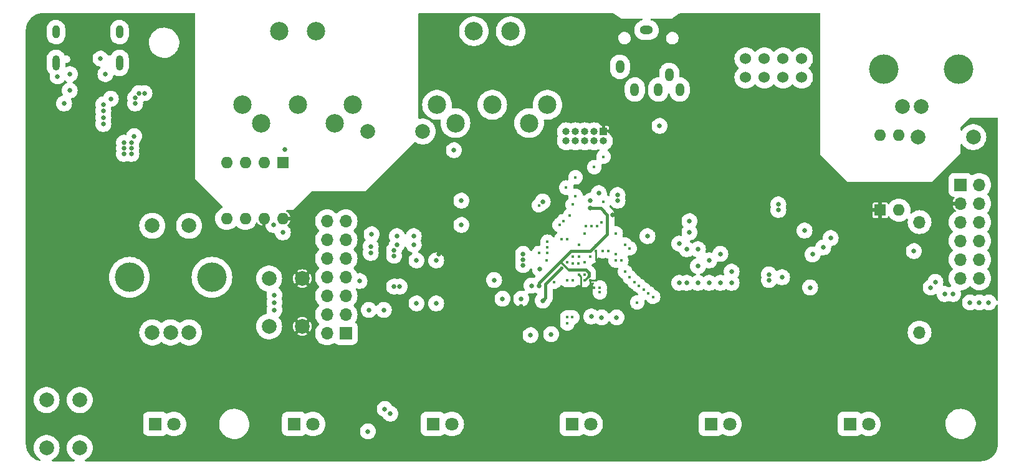
<source format=gbr>
%TF.GenerationSoftware,KiCad,Pcbnew,7.0.1-0*%
%TF.CreationDate,2023-04-13T14:17:20-07:00*%
%TF.ProjectId,Tesla Coil MIDI Synth,5465736c-6120-4436-9f69-6c204d494449,1*%
%TF.SameCoordinates,Original*%
%TF.FileFunction,Copper,L3,Inr*%
%TF.FilePolarity,Positive*%
%FSLAX46Y46*%
G04 Gerber Fmt 4.6, Leading zero omitted, Abs format (unit mm)*
G04 Created by KiCad (PCBNEW 7.0.1-0) date 2023-04-13 14:17:20*
%MOMM*%
%LPD*%
G01*
G04 APERTURE LIST*
%TA.AperFunction,ComponentPad*%
%ADD10O,1.000000X1.800000*%
%TD*%
%TA.AperFunction,ComponentPad*%
%ADD11O,1.000000X2.100000*%
%TD*%
%TA.AperFunction,ComponentPad*%
%ADD12C,2.500000*%
%TD*%
%TA.AperFunction,ComponentPad*%
%ADD13R,1.800000X1.800000*%
%TD*%
%TA.AperFunction,ComponentPad*%
%ADD14C,1.800000*%
%TD*%
%TA.AperFunction,ComponentPad*%
%ADD15C,4.000000*%
%TD*%
%TA.AperFunction,ComponentPad*%
%ADD16C,2.000000*%
%TD*%
%TA.AperFunction,ComponentPad*%
%ADD17C,1.524000*%
%TD*%
%TA.AperFunction,ComponentPad*%
%ADD18R,1.600000X1.600000*%
%TD*%
%TA.AperFunction,ComponentPad*%
%ADD19O,1.600000X1.600000*%
%TD*%
%TA.AperFunction,ComponentPad*%
%ADD20R,1.700000X1.700000*%
%TD*%
%TA.AperFunction,ComponentPad*%
%ADD21O,1.700000X1.700000*%
%TD*%
%TA.AperFunction,ComponentPad*%
%ADD22R,1.000000X1.000000*%
%TD*%
%TA.AperFunction,ComponentPad*%
%ADD23O,1.000000X1.000000*%
%TD*%
%TA.AperFunction,ComponentPad*%
%ADD24O,1.200000X1.800000*%
%TD*%
%TA.AperFunction,ComponentPad*%
%ADD25O,1.800000X1.200000*%
%TD*%
%TA.AperFunction,ViaPad*%
%ADD26C,0.635000*%
%TD*%
%TA.AperFunction,ViaPad*%
%ADD27C,0.450000*%
%TD*%
%TA.AperFunction,Conductor*%
%ADD28C,0.254000*%
%TD*%
%TA.AperFunction,Conductor*%
%ADD29C,0.381000*%
%TD*%
G04 APERTURE END LIST*
D10*
%TO.N,GND*%
%TO.C,J1*%
X33048500Y-22677000D03*
X24408500Y-22677000D03*
D11*
X33048500Y-26857000D03*
X24408500Y-26857000D03*
%TD*%
D12*
%TO.N,unconnected-(J7-Pad1)*%
%TO.C,J7*%
X49777000Y-32559000D03*
%TO.N,Net-(C19-Pad2)*%
X59777000Y-22559000D03*
X57277000Y-32559000D03*
X54777000Y-22559000D03*
%TO.N,unconnected-(J7-Pad3)*%
X64777000Y-32559000D03*
%TO.N,Net-(FB4-Pad1)*%
X52277000Y-35059000D03*
%TO.N,Net-(FB5-Pad1)*%
X62277000Y-35059000D03*
%TD*%
D13*
%TO.N,GND*%
%TO.C,D2*%
X37918571Y-75946000D03*
D14*
%TO.N,Net-(D2-A)*%
X40458571Y-75946000D03*
%TD*%
D15*
%TO.N,*%
%TO.C,SW3*%
X34405000Y-56007000D03*
X45605000Y-56007000D03*
D16*
%TO.N,/ENC_A*%
X37505000Y-63507000D03*
%TO.N,/ENC_B*%
X42505000Y-63507000D03*
%TO.N,GND*%
X40005000Y-63507000D03*
%TO.N,/ENC_SW*%
X37505000Y-49007000D03*
%TO.N,GND*%
X42505000Y-49007000D03*
%TD*%
D13*
%TO.N,GND*%
%TO.C,D6*%
X113392857Y-75946000D03*
D14*
%TO.N,Net-(D6-A)*%
X115932857Y-75946000D03*
%TD*%
D16*
%TO.N,GND*%
%TO.C,SW1*%
X23150000Y-79196000D03*
X23150000Y-72696000D03*
%TO.N,/RESET*%
X27650000Y-79196000D03*
X27650000Y-72696000D03*
%TD*%
%TO.N,Net-(J5-Ext)*%
%TO.C,C23*%
X141538000Y-36957000D03*
%TO.N,GND*%
X149038000Y-36957000D03*
%TD*%
D17*
%TO.N,N/C*%
%TO.C,U4*%
X118110000Y-28829000D03*
%TO.N,Net-(R18-Pad1)*%
X120650000Y-28829000D03*
%TO.N,GND*%
X123190000Y-28829000D03*
%TO.N,N/C*%
X125730000Y-28829000D03*
X125730000Y-26289000D03*
%TO.N,Net-(R18-Pad1)*%
X123190000Y-26289000D03*
X120650000Y-26289000D03*
%TO.N,N/C*%
X118110000Y-26289000D03*
%TD*%
D13*
%TO.N,GND*%
%TO.C,D4*%
X75655714Y-75946000D03*
D14*
%TO.N,Net-(D4-A)*%
X78195714Y-75946000D03*
%TD*%
D18*
%TO.N,+3.3V*%
%TO.C,U3*%
X136393000Y-46883000D03*
D19*
%TO.N,Net-(R19-Pad1)*%
X138933000Y-46883000D03*
%TO.N,Net-(J5-Ext)*%
X138933000Y-36723000D03*
%TO.N,Net-(J5-In)*%
X136393000Y-36723000D03*
%TD*%
D20*
%TO.N,+5V*%
%TO.C,U7*%
X63775000Y-63627000D03*
D21*
%TO.N,GND*%
X61235000Y-63627000D03*
%TO.N,Net-(U7-VO)*%
X63775000Y-61087000D03*
%TO.N,Net-(U5A-A0)*%
X61235000Y-61087000D03*
%TO.N,GND*%
X63775000Y-58547000D03*
%TO.N,Net-(U5B-A1)*%
X61235000Y-58547000D03*
%TO.N,unconnected-(U7-DB0-Pad7)*%
X63775000Y-56007000D03*
%TO.N,unconnected-(U7-DB1-Pad8)*%
X61235000Y-56007000D03*
%TO.N,unconnected-(U7-DB2-Pad9)*%
X63775000Y-53467000D03*
%TO.N,unconnected-(U7-DB3-Pad10)*%
X61235000Y-53467000D03*
%TO.N,Net-(U5C-A2)*%
X63775000Y-50927000D03*
%TO.N,Net-(U5D-A3)*%
X61235000Y-50927000D03*
%TO.N,Net-(U5E-A4)*%
X63775000Y-48387000D03*
%TO.N,Net-(U5F-A5)*%
X61235000Y-48387000D03*
%TO.N,Net-(U7-A)*%
X141735000Y-48507000D03*
%TO.N,GND*%
X141735000Y-63507000D03*
%TD*%
D20*
%TO.N,+5V*%
%TO.C,J3*%
X147315000Y-43439000D03*
D21*
%TO.N,GND*%
X149855000Y-43439000D03*
%TO.N,+3.3V*%
X147315000Y-45979000D03*
%TO.N,/EXP6*%
X149855000Y-45979000D03*
%TO.N,/EXP0*%
X147315000Y-48519000D03*
%TO.N,/EXP5*%
X149855000Y-48519000D03*
%TO.N,/EXP1*%
X147315000Y-51059000D03*
%TO.N,/EXP4*%
X149855000Y-51059000D03*
%TO.N,/EXP2*%
X147315000Y-53599000D03*
%TO.N,/EXP3*%
X149855000Y-53599000D03*
%TO.N,/Output/EXT In*%
X147315000Y-56139000D03*
%TO.N,/Output/OR Out*%
X149855000Y-56139000D03*
%TD*%
D18*
%TO.N,unconnected-(U6-NC-Pad1)*%
%TO.C,U6*%
X55235000Y-40396000D03*
D19*
%TO.N,Net-(D8-K)*%
X52695000Y-40396000D03*
%TO.N,Net-(D8-A)*%
X50155000Y-40396000D03*
%TO.N,N/C*%
X47615000Y-40396000D03*
%TO.N,GND*%
X47615000Y-48016000D03*
%TO.N,/MIDI/MIDI In*%
X50155000Y-48016000D03*
%TO.N,+3.3V*%
X52695000Y-48016000D03*
X55235000Y-48016000D03*
%TD*%
D15*
%TO.N,*%
%TO.C,J5*%
X136906000Y-27686000D03*
X147066000Y-27686000D03*
D16*
%TO.N,Net-(J5-In)*%
X141986000Y-32766000D03*
%TO.N,Net-(J5-Ext)*%
X139446000Y-32766000D03*
%TD*%
D13*
%TO.N,GND*%
%TO.C,D3*%
X56787143Y-75946000D03*
D14*
%TO.N,Net-(D3-A)*%
X59327143Y-75946000D03*
%TD*%
D16*
%TO.N,GND*%
%TO.C,C19*%
X74235000Y-36195000D03*
%TO.N,Net-(C19-Pad2)*%
X66735000Y-36195000D03*
%TD*%
D22*
%TO.N,+3.3V*%
%TO.C,J2*%
X98816000Y-36205000D03*
D23*
%TO.N,/TMS*%
X98816000Y-37475000D03*
%TO.N,GND*%
X97546000Y-36205000D03*
%TO.N,/TCK*%
X97546000Y-37475000D03*
%TO.N,GND*%
X96276000Y-36205000D03*
%TO.N,/TDO*%
X96276000Y-37475000D03*
%TO.N,unconnected-(J2-Pin_7-Pad7)*%
X95006000Y-36205000D03*
%TO.N,/TDI*%
X95006000Y-37475000D03*
%TO.N,GND*%
X93736000Y-36205000D03*
%TO.N,/RESET*%
X93736000Y-37475000D03*
%TD*%
D24*
%TO.N,Net-(C17-Pad2)*%
%TO.C,J4*%
X106248000Y-30495000D03*
X107748000Y-28495000D03*
X109148000Y-30495000D03*
D25*
%TO.N,GND*%
X104648000Y-22395000D03*
D24*
%TO.N,Net-(C17-Pad2)*%
X101048000Y-27395000D03*
X103048000Y-30495000D03*
%TD*%
D12*
%TO.N,unconnected-(J6-Pad1)*%
%TO.C,J6*%
X76193000Y-32559000D03*
%TO.N,GND*%
X86193000Y-22559000D03*
X83693000Y-32559000D03*
X81193000Y-22559000D03*
%TO.N,unconnected-(J6-Pad3)*%
X91193000Y-32559000D03*
%TO.N,Net-(FB6-Pad2)*%
X78693000Y-35059000D03*
%TO.N,Net-(FB3-Pad1)*%
X88693000Y-35059000D03*
%TD*%
D13*
%TO.N,GND*%
%TO.C,D7*%
X132261429Y-75946000D03*
D14*
%TO.N,Net-(D7-A)*%
X134801429Y-75946000D03*
%TD*%
D13*
%TO.N,GND*%
%TO.C,D5*%
X94524286Y-75946000D03*
D14*
%TO.N,Net-(D5-A)*%
X97064286Y-75946000D03*
%TD*%
D16*
%TO.N,Net-(U2-PC0{slash}ERASE)*%
%TO.C,SW2*%
X53376000Y-62686000D03*
X53376000Y-56186000D03*
%TO.N,+3.3V*%
X57876000Y-62686000D03*
X57876000Y-56186000D03*
%TD*%
D26*
%TO.N,+5V*%
X69088000Y-73914000D03*
X140970000Y-52451000D03*
X33655000Y-39243000D03*
X65659000Y-56515000D03*
D27*
X92075000Y-56642000D03*
D26*
X33655000Y-37719000D03*
X33655000Y-38481000D03*
X78486000Y-38735000D03*
X67310000Y-50165000D03*
%TO.N,GND*%
X73025000Y-51562000D03*
X106426000Y-35433000D03*
X70358000Y-53086000D03*
X100584000Y-61468000D03*
X121285000Y-56388000D03*
X87630000Y-58928000D03*
X53975000Y-48895000D03*
X26289000Y-30607000D03*
X87884000Y-54356000D03*
X122555000Y-46863000D03*
X122555000Y-46101000D03*
X70739000Y-50419000D03*
X35687000Y-30988000D03*
X25527000Y-32385000D03*
D27*
X98298000Y-58039000D03*
D26*
X97155000Y-61341000D03*
X100711000Y-44831000D03*
X88900000Y-63881000D03*
X30861000Y-34290000D03*
X90551000Y-45720000D03*
X34671000Y-39243000D03*
X87884000Y-52832000D03*
X70358000Y-52324000D03*
X73406000Y-53721000D03*
D27*
X97028000Y-53213000D03*
D26*
X66802000Y-76962000D03*
X35179000Y-31623000D03*
X98552000Y-61468000D03*
X70739000Y-51562000D03*
X121285000Y-55626000D03*
X30861000Y-33401000D03*
X110490000Y-48387000D03*
X129667000Y-50673000D03*
D27*
X93853000Y-53975000D03*
D26*
X30861000Y-35179000D03*
X91694000Y-63754000D03*
D27*
X95377000Y-54102000D03*
D26*
X35179000Y-32385000D03*
X97028000Y-45593000D03*
X110490000Y-49911000D03*
X66929000Y-60452000D03*
X85090000Y-58928000D03*
X98171000Y-44577000D03*
X68961000Y-60452000D03*
X31877000Y-31750000D03*
X76073000Y-59563000D03*
X35052000Y-36830000D03*
X87884000Y-53594000D03*
X73025000Y-50419000D03*
X73406000Y-59563000D03*
X55245000Y-49911000D03*
X36449000Y-30988000D03*
X34671000Y-37719000D03*
X83947000Y-56388000D03*
X100711000Y-45593000D03*
X30861000Y-32512000D03*
X34671000Y-38481000D03*
X128651000Y-51943000D03*
X76073000Y-53721000D03*
D27*
X98298000Y-57404000D03*
D26*
%TO.N,+3.3V*%
X40005000Y-32131000D03*
X87630000Y-59944000D03*
X37719000Y-32131000D03*
D27*
X100330000Y-57277000D03*
X95504000Y-55626000D03*
X97034500Y-56381500D03*
D26*
X76454000Y-52832000D03*
D27*
X99441000Y-57277000D03*
X103378000Y-61214000D03*
D26*
X76454000Y-51943000D03*
X37719000Y-34925000D03*
X124460000Y-47625000D03*
X38100000Y-35687000D03*
X39243000Y-34925000D03*
X40767000Y-33020000D03*
X96139000Y-58420000D03*
X125222000Y-47625000D03*
X100076000Y-47498000D03*
X100965000Y-58547000D03*
X76454000Y-51054000D03*
X39624000Y-35687000D03*
X102362000Y-44958000D03*
X38862000Y-35687000D03*
X40767000Y-34036000D03*
X38481000Y-32131000D03*
X38100000Y-31369000D03*
D27*
X97790000Y-52451000D03*
D26*
X40005000Y-34925000D03*
X30089000Y-29601000D03*
X38481000Y-34925000D03*
X39243000Y-32131000D03*
X38862000Y-31369000D03*
X125984000Y-47625000D03*
D27*
X97536000Y-57404000D03*
D26*
X39624000Y-31369000D03*
D27*
%TO.N,Net-(U2-VDDOUT)*%
X96266000Y-56388000D03*
D26*
X97028000Y-46609000D03*
X90043000Y-57150000D03*
D27*
X97790000Y-51689000D03*
X94742000Y-52451000D03*
D26*
%TO.N,Net-(U2-VDDPLL)*%
X89027000Y-57150000D03*
X90170000Y-54864000D03*
D27*
%TO.N,Net-(U2-VDDUTMI)*%
X93091000Y-54737000D03*
D26*
X90551000Y-59182000D03*
%TO.N,/TIOA0*%
X110109000Y-56769000D03*
D27*
X93853000Y-50800000D03*
D26*
X110109000Y-52197000D03*
D27*
X98552000Y-48514000D03*
D26*
%TO.N,/TIOA1*%
X111633000Y-56769000D03*
X111633000Y-52197000D03*
X111633000Y-54483000D03*
%TO.N,/TIOA2*%
X113157000Y-53721000D03*
X123063000Y-56007000D03*
X113157000Y-56769000D03*
D27*
X91059000Y-53721000D03*
X101219000Y-53721000D03*
D26*
%TO.N,/TIOA3*%
X114681000Y-56769000D03*
X114681000Y-52832000D03*
D27*
%TO.N,/TIOA4*%
X101727000Y-51562000D03*
X101727000Y-55245000D03*
D26*
X116205000Y-55245000D03*
X116205000Y-56769000D03*
D27*
%TO.N,/TIOA5*%
X102362000Y-56007000D03*
X102362000Y-52070000D03*
D26*
%TO.N,Net-(D8-A)*%
X55499000Y-38608000D03*
D27*
%TO.N,/DF-*%
X93884000Y-62268758D03*
X94584000Y-61444977D03*
X94615000Y-56388000D03*
%TO.N,/DF+*%
X93853000Y-56388000D03*
X93884000Y-61444977D03*
D26*
%TO.N,Net-(J1-VBUS-PadA4)*%
X26315500Y-28392000D03*
X31141500Y-28392000D03*
%TO.N,Net-(J1-CC1)*%
X30480000Y-26289000D03*
X24638000Y-28702000D03*
%TO.N,/Output/EXT In*%
X145161000Y-58293000D03*
X126111000Y-49657000D03*
X126873000Y-57404000D03*
X143256000Y-57404000D03*
D27*
%TO.N,/TMS*%
X98816000Y-39614000D03*
X98816000Y-45710000D03*
X97917000Y-49022000D03*
X94615000Y-54102000D03*
%TO.N,/TCK*%
X97546000Y-41031000D03*
X94234000Y-47625000D03*
%TO.N,/TDO*%
X94615000Y-46101000D03*
X96393000Y-49022000D03*
X94615000Y-53213000D03*
%TO.N,/TDI*%
X95006000Y-44948000D03*
X95504000Y-53213000D03*
X97155000Y-49022000D03*
X95006000Y-42428000D03*
%TO.N,/RESET*%
X93736000Y-43805000D03*
D26*
X109093000Y-56769000D03*
D27*
X96266000Y-53975000D03*
D26*
X109093000Y-51435000D03*
D27*
%TO.N,/EXP6*%
X103632000Y-57150000D03*
%TO.N,/EXP0*%
X100457000Y-50038000D03*
%TO.N,/EXP5*%
X102997000Y-56642000D03*
%TO.N,/EXP1*%
X100457000Y-52832000D03*
D26*
%TO.N,/EXP4*%
X151130000Y-59436000D03*
D27*
X105537000Y-58674000D03*
%TO.N,/EXP2*%
X104267000Y-57658000D03*
D26*
X148590000Y-59436000D03*
D27*
%TO.N,/EXP3*%
X104902000Y-58166000D03*
D26*
X149860000Y-59436000D03*
D27*
%TO.N,Net-(U2-FWUP)*%
X96266000Y-55626000D03*
X103378000Y-59436000D03*
%TO.N,/MIDI/MIDI In*%
X90043000Y-52705000D03*
X90043000Y-46228000D03*
D26*
%TO.N,Net-(U5G-A6)*%
X79502000Y-48895000D03*
X79502000Y-45593000D03*
D27*
%TO.N,/ENC_A*%
X92837000Y-48895000D03*
X98679000Y-52451000D03*
D26*
X54102000Y-59436000D03*
%TO.N,/ENC_B*%
X54102000Y-58420000D03*
D27*
X93345000Y-48387000D03*
X99441000Y-52451000D03*
D26*
%TO.N,/ENC_SW*%
X54102000Y-60452000D03*
%TO.N,Net-(U7-VO)*%
X69850000Y-74549000D03*
D27*
%TO.N,/MIDI/MIDI Out*%
X91186000Y-52705000D03*
X96266000Y-50038000D03*
%TO.N,/LCD/D6*%
X93091000Y-50800000D03*
X91186000Y-51181000D03*
%TO.N,/LCD/D7*%
X91186000Y-51943000D03*
X95504000Y-51562000D03*
%TO.N,/Avg*%
X100457000Y-53721000D03*
D26*
X104775000Y-50419000D03*
%TO.N,Net-(U5A-A0)*%
X71120000Y-57277000D03*
%TO.N,Net-(U5B-A1)*%
X70358000Y-57277000D03*
%TO.N,Net-(U5C-A2)*%
X67183000Y-51816000D03*
%TO.N,Net-(U5D-A3)*%
X67183000Y-52705000D03*
%TO.N,/Output/OR Out*%
X127190500Y-52895500D03*
X146304000Y-58293000D03*
X143891000Y-56642000D03*
%TD*%
D28*
%TO.N,+3.3V*%
X97796500Y-56381500D02*
X98044000Y-56134000D01*
X97034500Y-57016500D02*
X96520000Y-57531000D01*
X97536000Y-57404000D02*
X97422000Y-57404000D01*
X96647000Y-57404000D02*
X96520000Y-57531000D01*
X97422000Y-57404000D02*
X97034500Y-57016500D01*
X97790000Y-53721000D02*
X97917000Y-53848000D01*
X97034500Y-56381500D02*
X97034500Y-57016500D01*
X97790000Y-52451000D02*
X97790000Y-53721000D01*
X95758000Y-55880000D02*
X95758000Y-57404000D01*
X95504000Y-55626000D02*
X95758000Y-55880000D01*
X97034500Y-56381500D02*
X97796500Y-56381500D01*
D29*
%TO.N,Net-(U2-VDDOUT)*%
X98425000Y-46609000D02*
X97028000Y-46609000D01*
D28*
X94070676Y-54954676D02*
X92964000Y-53848000D01*
X94070676Y-54991000D02*
X94070676Y-54954676D01*
D29*
X99314000Y-47498000D02*
X98425000Y-46609000D01*
X94107000Y-54991000D02*
X96429324Y-54991000D01*
X96830500Y-55823500D02*
X96774000Y-55880000D01*
X96429324Y-54991000D02*
X96830500Y-55392176D01*
X92964000Y-53848000D02*
X94361000Y-52451000D01*
X97790000Y-51689000D02*
X97753676Y-51689000D01*
X94361000Y-52451000D02*
X94742000Y-52451000D01*
X97753676Y-51689000D02*
X96991676Y-52451000D01*
X90043000Y-56769000D02*
X92964000Y-53848000D01*
X99314000Y-50165000D02*
X99314000Y-47498000D01*
X96830500Y-55392176D02*
X96830500Y-55823500D01*
X90043000Y-57150000D02*
X90043000Y-56769000D01*
X97790000Y-51689000D02*
X99314000Y-50165000D01*
X96991676Y-52451000D02*
X94742000Y-52451000D01*
D28*
X96774000Y-55880000D02*
X96266000Y-56388000D01*
D29*
%TO.N,Net-(U2-VDDUTMI)*%
X90932000Y-56896000D02*
X90932000Y-58801000D01*
X93091000Y-54737000D02*
X90932000Y-56896000D01*
X90932000Y-58801000D02*
X90551000Y-59182000D01*
%TD*%
%TA.AperFunction,Conductor*%
%TO.N,+3.3V*%
G36*
X43244000Y-20083381D02*
G01*
X43290119Y-20129500D01*
X43307000Y-20192500D01*
X43307000Y-42672001D01*
X47018335Y-46383335D01*
X47049814Y-46435854D01*
X47052819Y-46497011D01*
X47026640Y-46552363D01*
X46977460Y-46588838D01*
X46903448Y-46619495D01*
X46693740Y-46748005D01*
X46506728Y-46907728D01*
X46347005Y-47094740D01*
X46218496Y-47304447D01*
X46124379Y-47531665D01*
X46066963Y-47770815D01*
X46047668Y-48015999D01*
X46066963Y-48261184D01*
X46124379Y-48500334D01*
X46205303Y-48695701D01*
X46218497Y-48727554D01*
X46347002Y-48937255D01*
X46347003Y-48937257D01*
X46347005Y-48937259D01*
X46506728Y-49124271D01*
X46657829Y-49253323D01*
X46693745Y-49283998D01*
X46903446Y-49412503D01*
X47046732Y-49471853D01*
X47130665Y-49506620D01*
X47130666Y-49506620D01*
X47130668Y-49506621D01*
X47369815Y-49564036D01*
X47615000Y-49583332D01*
X47860185Y-49564036D01*
X48099332Y-49506621D01*
X48326554Y-49412503D01*
X48536255Y-49283998D01*
X48723271Y-49124271D01*
X48789189Y-49047090D01*
X48832249Y-49014496D01*
X48885000Y-49002922D01*
X48937751Y-49014496D01*
X48980810Y-49047090D01*
X49044209Y-49121321D01*
X49046731Y-49124273D01*
X49183779Y-49241323D01*
X49233745Y-49283998D01*
X49443446Y-49412503D01*
X49586732Y-49471853D01*
X49670665Y-49506620D01*
X49670666Y-49506620D01*
X49670668Y-49506621D01*
X49909815Y-49564036D01*
X50155000Y-49583332D01*
X50400185Y-49564036D01*
X50639332Y-49506621D01*
X50866554Y-49412503D01*
X51076255Y-49283998D01*
X51263271Y-49124271D01*
X51422998Y-48937255D01*
X51551503Y-48727554D01*
X51593135Y-48627042D01*
X51632025Y-48575930D01*
X51691056Y-48550626D01*
X51754891Y-48557705D01*
X51806944Y-48595329D01*
X51946102Y-48764897D01*
X52106595Y-48896607D01*
X52289699Y-48994480D01*
X52441000Y-49040376D01*
X52441000Y-47888000D01*
X52457881Y-47825000D01*
X52504000Y-47778881D01*
X52567000Y-47762000D01*
X52823000Y-47762000D01*
X52886000Y-47778881D01*
X52932119Y-47825000D01*
X52949000Y-47888000D01*
X52949000Y-48536979D01*
X52944190Y-48571460D01*
X52908840Y-48695701D01*
X52890372Y-48895000D01*
X52908840Y-49094298D01*
X52963615Y-49286813D01*
X53052830Y-49465981D01*
X53101731Y-49530736D01*
X53173451Y-49625708D01*
X53321366Y-49760551D01*
X53491540Y-49865918D01*
X53678178Y-49938222D01*
X53874923Y-49975000D01*
X53874925Y-49975000D01*
X54051440Y-49975000D01*
X54111050Y-49989993D01*
X54156474Y-50031403D01*
X54176901Y-50089372D01*
X54178841Y-50110300D01*
X54178842Y-50110303D01*
X54233615Y-50302813D01*
X54322830Y-50481981D01*
X54356824Y-50526996D01*
X54443451Y-50641708D01*
X54591366Y-50776551D01*
X54761540Y-50881918D01*
X54948178Y-50954222D01*
X55144923Y-50991000D01*
X55345075Y-50991000D01*
X55345077Y-50991000D01*
X55541822Y-50954222D01*
X55728460Y-50881918D01*
X55898634Y-50776551D01*
X56046549Y-50641708D01*
X56167168Y-50481983D01*
X56256385Y-50302812D01*
X56311159Y-50110300D01*
X56329627Y-49911000D01*
X56311159Y-49711700D01*
X56256385Y-49519188D01*
X56240217Y-49486718D01*
X56167169Y-49340018D01*
X56114615Y-49270426D01*
X56046549Y-49180292D01*
X55898634Y-49045449D01*
X55898632Y-49045448D01*
X55890005Y-49037583D01*
X55891082Y-49036401D01*
X55860531Y-49005447D01*
X55842791Y-48948876D01*
X55852887Y-48890455D01*
X55888582Y-48843119D01*
X55983895Y-48764899D01*
X56115607Y-48604404D01*
X56213480Y-48421300D01*
X56259376Y-48270000D01*
X55107000Y-48270000D01*
X55044000Y-48253119D01*
X54997881Y-48207000D01*
X54981000Y-48144000D01*
X54981000Y-47888000D01*
X54997881Y-47825000D01*
X55044000Y-47778881D01*
X55107000Y-47762000D01*
X56259376Y-47762000D01*
X56213480Y-47610699D01*
X56115607Y-47427595D01*
X55983897Y-47267102D01*
X55823404Y-47135391D01*
X55757420Y-47100122D01*
X55709384Y-47054834D01*
X55690841Y-46991473D01*
X55706883Y-46927433D01*
X55753104Y-46880295D01*
X55816817Y-46863000D01*
X56642000Y-46863000D01*
X57912001Y-45592999D01*
X78417372Y-45592999D01*
X78435840Y-45792298D01*
X78490615Y-45984813D01*
X78579830Y-46163981D01*
X78631220Y-46232031D01*
X78700451Y-46323708D01*
X78848366Y-46458551D01*
X78941925Y-46516480D01*
X79016522Y-46562669D01*
X79018540Y-46563918D01*
X79205178Y-46636222D01*
X79401923Y-46673000D01*
X79602075Y-46673000D01*
X79602077Y-46673000D01*
X79798822Y-46636222D01*
X79985460Y-46563918D01*
X80155634Y-46458551D01*
X80303549Y-46323708D01*
X80375825Y-46227999D01*
X89050721Y-46227999D01*
X89069787Y-46421584D01*
X89126254Y-46607726D01*
X89126255Y-46607728D01*
X89217951Y-46779280D01*
X89241767Y-46808300D01*
X89341352Y-46929647D01*
X89388914Y-46968679D01*
X89491720Y-47053049D01*
X89663272Y-47144745D01*
X89730874Y-47165252D01*
X89849415Y-47201212D01*
X90043000Y-47220278D01*
X90236584Y-47201212D01*
X90422728Y-47144745D01*
X90594280Y-47053049D01*
X90744647Y-46929647D01*
X90868049Y-46779280D01*
X90868050Y-46779276D01*
X90875791Y-46769845D01*
X90927673Y-46732286D01*
X91034460Y-46690918D01*
X91204634Y-46585551D01*
X91352549Y-46450708D01*
X91473168Y-46290983D01*
X91562385Y-46111812D01*
X91617159Y-45919300D01*
X91635627Y-45720000D01*
X91617159Y-45520700D01*
X91562385Y-45328188D01*
X91534123Y-45271430D01*
X91473169Y-45149018D01*
X91399526Y-45051500D01*
X91352549Y-44989292D01*
X91204634Y-44854449D01*
X91133231Y-44810238D01*
X91034461Y-44749082D01*
X90847822Y-44676778D01*
X90651077Y-44640000D01*
X90450923Y-44640000D01*
X90319759Y-44664518D01*
X90254177Y-44676778D01*
X90067538Y-44749082D01*
X89897367Y-44854448D01*
X89749450Y-44989293D01*
X89628830Y-45149018D01*
X89539615Y-45328184D01*
X89537240Y-45336534D01*
X89521417Y-45371144D01*
X89495983Y-45399452D01*
X89341352Y-45526352D01*
X89217950Y-45676721D01*
X89126254Y-45848273D01*
X89069787Y-46034415D01*
X89050721Y-46227999D01*
X80375825Y-46227999D01*
X80424168Y-46163983D01*
X80513385Y-45984812D01*
X80568159Y-45792300D01*
X80586627Y-45593000D01*
X80582616Y-45549720D01*
X80568159Y-45393701D01*
X80549519Y-45328188D01*
X80513385Y-45201188D01*
X80477978Y-45130082D01*
X80424169Y-45022018D01*
X80367534Y-44947022D01*
X80303549Y-44862292D01*
X80155634Y-44727449D01*
X80074088Y-44676958D01*
X79985461Y-44622082D01*
X79798822Y-44549778D01*
X79602077Y-44513000D01*
X79401923Y-44513000D01*
X79270759Y-44537518D01*
X79205177Y-44549778D01*
X79018538Y-44622082D01*
X78848367Y-44727448D01*
X78848365Y-44727449D01*
X78848366Y-44727449D01*
X78709056Y-44854448D01*
X78700450Y-44862293D01*
X78579830Y-45022018D01*
X78490615Y-45201186D01*
X78435840Y-45393701D01*
X78417372Y-45592999D01*
X57912001Y-45592999D01*
X59145095Y-44359905D01*
X59185972Y-44332591D01*
X59234190Y-44323000D01*
X66421000Y-44323000D01*
X66421001Y-44322999D01*
X68075713Y-42668287D01*
X72008998Y-38735000D01*
X77401372Y-38735000D01*
X77419840Y-38934298D01*
X77474615Y-39126813D01*
X77563830Y-39305981D01*
X77612176Y-39370001D01*
X77684451Y-39465708D01*
X77832366Y-39600551D01*
X78002540Y-39705918D01*
X78189178Y-39778222D01*
X78385923Y-39815000D01*
X78586075Y-39815000D01*
X78586077Y-39815000D01*
X78782822Y-39778222D01*
X78969460Y-39705918D01*
X79139634Y-39600551D01*
X79287549Y-39465708D01*
X79408168Y-39305983D01*
X79497385Y-39126812D01*
X79552159Y-38934300D01*
X79570627Y-38735000D01*
X79552159Y-38535700D01*
X79497385Y-38343188D01*
X79466769Y-38281703D01*
X79408169Y-38164018D01*
X79378637Y-38124912D01*
X79287549Y-38004292D01*
X79139634Y-37869449D01*
X79092333Y-37840161D01*
X78969461Y-37764082D01*
X78782822Y-37691778D01*
X78586077Y-37655000D01*
X78385923Y-37655000D01*
X78254759Y-37679518D01*
X78189177Y-37691778D01*
X78002538Y-37764082D01*
X77832367Y-37869448D01*
X77684450Y-38004293D01*
X77563830Y-38164018D01*
X77474615Y-38343186D01*
X77419840Y-38535701D01*
X77401372Y-38735000D01*
X72008998Y-38735000D01*
X73079500Y-37664498D01*
X73128464Y-37634156D01*
X73185817Y-37628778D01*
X73239571Y-37649489D01*
X73351279Y-37725650D01*
X73511919Y-37803010D01*
X73589280Y-37840265D01*
X73645577Y-37857630D01*
X73841707Y-37918129D01*
X74102919Y-37957500D01*
X74367079Y-37957500D01*
X74367081Y-37957500D01*
X74628293Y-37918129D01*
X74880719Y-37840265D01*
X75118721Y-37725650D01*
X75290193Y-37608742D01*
X75336978Y-37576845D01*
X75336979Y-37576843D01*
X75336982Y-37576842D01*
X75446743Y-37474999D01*
X92468677Y-37474999D01*
X92487930Y-37695068D01*
X92545105Y-37908449D01*
X92638466Y-38108663D01*
X92765176Y-38289623D01*
X92921376Y-38445823D01*
X93102336Y-38572533D01*
X93102337Y-38572533D01*
X93102338Y-38572534D01*
X93302550Y-38665894D01*
X93515932Y-38723070D01*
X93736000Y-38742323D01*
X93956068Y-38723070D01*
X94169450Y-38665894D01*
X94317753Y-38596739D01*
X94371000Y-38584935D01*
X94424246Y-38596739D01*
X94572550Y-38665894D01*
X94785932Y-38723070D01*
X95006000Y-38742323D01*
X95226068Y-38723070D01*
X95439450Y-38665894D01*
X95587753Y-38596739D01*
X95641000Y-38584935D01*
X95694246Y-38596739D01*
X95842550Y-38665894D01*
X96055932Y-38723070D01*
X96276000Y-38742323D01*
X96496068Y-38723070D01*
X96709450Y-38665894D01*
X96857753Y-38596739D01*
X96911000Y-38584935D01*
X96964246Y-38596739D01*
X97112550Y-38665894D01*
X97325932Y-38723070D01*
X97546000Y-38742323D01*
X97766068Y-38723070D01*
X97979450Y-38665894D01*
X98081821Y-38618157D01*
X98140793Y-38606483D01*
X98198465Y-38623464D01*
X98241704Y-38665234D01*
X98260666Y-38722285D01*
X98251034Y-38781628D01*
X98215002Y-38829753D01*
X98114352Y-38912352D01*
X97990950Y-39062721D01*
X97899254Y-39234273D01*
X97842787Y-39420415D01*
X97823721Y-39614000D01*
X97842787Y-39807584D01*
X97869462Y-39895518D01*
X97872467Y-39956675D01*
X97846287Y-40012027D01*
X97797106Y-40048503D01*
X97736538Y-40057487D01*
X97546000Y-40038721D01*
X97352415Y-40057787D01*
X97166273Y-40114254D01*
X96994721Y-40205950D01*
X96844352Y-40329352D01*
X96720950Y-40479721D01*
X96629254Y-40651273D01*
X96572787Y-40837415D01*
X96553721Y-41030999D01*
X96572787Y-41224584D01*
X96629254Y-41410726D01*
X96629255Y-41410728D01*
X96720951Y-41582280D01*
X96769168Y-41641033D01*
X96844352Y-41732647D01*
X96919536Y-41794347D01*
X96994720Y-41856049D01*
X97166272Y-41947745D01*
X97259344Y-41975978D01*
X97352415Y-42004212D01*
X97546000Y-42023278D01*
X97739584Y-42004212D01*
X97925728Y-41947745D01*
X98097280Y-41856049D01*
X98247647Y-41732647D01*
X98371049Y-41582280D01*
X98462745Y-41410728D01*
X98519212Y-41224584D01*
X98538278Y-41031000D01*
X98519212Y-40837416D01*
X98492536Y-40749481D01*
X98489532Y-40688324D01*
X98515711Y-40632972D01*
X98564893Y-40596496D01*
X98625461Y-40587512D01*
X98816000Y-40606278D01*
X99009584Y-40587212D01*
X99195728Y-40530745D01*
X99367280Y-40439049D01*
X99517647Y-40315647D01*
X99641049Y-40165280D01*
X99732745Y-39993728D01*
X99789212Y-39807584D01*
X99808278Y-39614000D01*
X99789212Y-39420416D01*
X99732745Y-39234272D01*
X99641049Y-39062720D01*
X99579347Y-38987536D01*
X99517647Y-38912352D01*
X99446990Y-38854367D01*
X99383711Y-38802435D01*
X99346591Y-38751665D01*
X99338636Y-38689273D01*
X99361832Y-38630809D01*
X99410395Y-38590844D01*
X99449662Y-38572534D01*
X99630620Y-38445826D01*
X99786826Y-38289620D01*
X99913534Y-38108662D01*
X100006894Y-37908450D01*
X100064070Y-37695068D01*
X100083323Y-37475000D01*
X100064070Y-37254932D01*
X100055195Y-37221812D01*
X100014919Y-37071500D01*
X100006894Y-37041550D01*
X99913534Y-36841339D01*
X99786826Y-36660380D01*
X99630620Y-36504174D01*
X99588120Y-36474415D01*
X99571286Y-36460287D01*
X99560500Y-36449497D01*
X99533562Y-36436213D01*
X99449665Y-36377468D01*
X99449664Y-36377467D01*
X99449662Y-36377466D01*
X99280428Y-36298551D01*
X99249449Y-36284105D01*
X99036068Y-36226930D01*
X98918862Y-36216676D01*
X98863697Y-36198396D01*
X98822603Y-36157302D01*
X98804324Y-36102139D01*
X98794070Y-35984932D01*
X98788581Y-35964448D01*
X98760348Y-35859082D01*
X98736894Y-35771550D01*
X98643534Y-35571339D01*
X98643531Y-35571335D01*
X98608899Y-35521875D01*
X98584785Y-35487436D01*
X98571507Y-35460512D01*
X98561999Y-35451000D01*
X99070000Y-35451000D01*
X99070000Y-35951000D01*
X99569999Y-35951000D01*
X99569999Y-35679982D01*
X99555263Y-35605894D01*
X99499123Y-35521875D01*
X99415106Y-35465736D01*
X99341019Y-35451000D01*
X99070000Y-35451000D01*
X98561999Y-35451000D01*
X98560680Y-35449680D01*
X98546687Y-35433000D01*
X105341372Y-35433000D01*
X105359840Y-35632298D01*
X105414615Y-35824813D01*
X105503830Y-36003981D01*
X105548721Y-36063425D01*
X105624451Y-36163708D01*
X105772366Y-36298551D01*
X105942540Y-36403918D01*
X106129178Y-36476222D01*
X106325923Y-36513000D01*
X106526075Y-36513000D01*
X106526077Y-36513000D01*
X106722822Y-36476222D01*
X106909460Y-36403918D01*
X107079634Y-36298551D01*
X107227549Y-36163708D01*
X107348168Y-36003983D01*
X107437385Y-35824812D01*
X107492159Y-35632300D01*
X107510627Y-35433000D01*
X107492159Y-35233700D01*
X107437385Y-35041188D01*
X107413309Y-34992837D01*
X107348169Y-34862018D01*
X107311268Y-34813154D01*
X107227549Y-34702292D01*
X107079634Y-34567449D01*
X106994545Y-34514764D01*
X106909461Y-34462082D01*
X106722822Y-34389778D01*
X106526077Y-34353000D01*
X106325923Y-34353000D01*
X106194759Y-34377518D01*
X106129177Y-34389778D01*
X105942538Y-34462082D01*
X105772367Y-34567448D01*
X105624450Y-34702293D01*
X105503830Y-34862018D01*
X105414615Y-35041186D01*
X105359840Y-35233701D01*
X105341372Y-35433000D01*
X98546687Y-35433000D01*
X98546580Y-35432873D01*
X98516824Y-35390377D01*
X98360623Y-35234176D01*
X98179663Y-35107466D01*
X97979449Y-35014105D01*
X97766068Y-34956930D01*
X97546000Y-34937677D01*
X97325927Y-34956930D01*
X97112551Y-35014105D01*
X96964249Y-35083259D01*
X96911000Y-35095064D01*
X96857750Y-35083259D01*
X96709450Y-35014105D01*
X96496068Y-34956930D01*
X96276000Y-34937677D01*
X96055927Y-34956930D01*
X95842551Y-35014105D01*
X95694249Y-35083259D01*
X95641000Y-35095064D01*
X95587750Y-35083259D01*
X95439450Y-35014105D01*
X95226068Y-34956930D01*
X95006000Y-34937677D01*
X94785927Y-34956930D01*
X94572551Y-35014105D01*
X94424249Y-35083259D01*
X94371000Y-35095064D01*
X94317750Y-35083259D01*
X94169450Y-35014105D01*
X93956068Y-34956930D01*
X93736000Y-34937677D01*
X93515927Y-34956930D01*
X93302553Y-35014105D01*
X93302552Y-35014105D01*
X93302550Y-35014106D01*
X93102339Y-35107466D01*
X93102335Y-35107468D01*
X92921379Y-35234174D01*
X92765174Y-35390379D01*
X92638468Y-35571335D01*
X92638467Y-35571337D01*
X92638466Y-35571339D01*
X92552900Y-35754837D01*
X92545105Y-35771553D01*
X92487930Y-35984927D01*
X92468677Y-36205000D01*
X92487930Y-36425068D01*
X92545105Y-36638450D01*
X92614259Y-36786750D01*
X92626064Y-36840000D01*
X92614259Y-36893249D01*
X92545105Y-37041551D01*
X92487930Y-37254927D01*
X92468677Y-37474999D01*
X75446743Y-37474999D01*
X75530627Y-37397166D01*
X75695329Y-37190636D01*
X75827410Y-36961864D01*
X75923920Y-36715963D01*
X75982701Y-36458424D01*
X76002442Y-36195000D01*
X75982701Y-35931576D01*
X75923920Y-35674037D01*
X75827410Y-35428136D01*
X75695329Y-35199364D01*
X75622790Y-35108403D01*
X75530630Y-34992837D01*
X75336978Y-34813154D01*
X75118721Y-34664350D01*
X74880719Y-34549734D01*
X74684789Y-34489298D01*
X74628293Y-34471871D01*
X74367081Y-34432500D01*
X74102919Y-34432500D01*
X73929908Y-34458577D01*
X73841706Y-34471871D01*
X73836325Y-34473531D01*
X73823136Y-34477599D01*
X73764895Y-34481417D01*
X73711179Y-34458577D01*
X73673520Y-34413980D01*
X73660000Y-34357197D01*
X73660000Y-32559000D01*
X74175797Y-32559000D01*
X74194584Y-32833671D01*
X74250600Y-33103235D01*
X74342800Y-33362661D01*
X74469460Y-33607103D01*
X74608752Y-33804434D01*
X74628233Y-33832032D01*
X74795280Y-34010896D01*
X74816154Y-34033246D01*
X75029713Y-34206990D01*
X75029717Y-34206992D01*
X75029719Y-34206994D01*
X75264955Y-34350045D01*
X75517480Y-34459732D01*
X75782588Y-34534011D01*
X75782590Y-34534011D01*
X75782593Y-34534012D01*
X76055337Y-34571500D01*
X76055341Y-34571500D01*
X76330659Y-34571500D01*
X76330662Y-34571500D01*
X76573971Y-34538058D01*
X76633323Y-34544159D01*
X76683213Y-34576882D01*
X76712455Y-34628889D01*
X76714493Y-34688518D01*
X76694584Y-34784326D01*
X76675797Y-35059000D01*
X76694584Y-35333671D01*
X76750600Y-35603235D01*
X76842800Y-35862661D01*
X76969460Y-36107103D01*
X77128232Y-36332031D01*
X77128233Y-36332032D01*
X77297245Y-36513000D01*
X77316154Y-36533246D01*
X77529713Y-36706990D01*
X77529717Y-36706992D01*
X77529719Y-36706994D01*
X77764955Y-36850045D01*
X78017480Y-36959732D01*
X78282588Y-37034011D01*
X78282590Y-37034011D01*
X78282593Y-37034012D01*
X78555337Y-37071500D01*
X78555341Y-37071500D01*
X78830659Y-37071500D01*
X78830663Y-37071500D01*
X79103406Y-37034012D01*
X79103407Y-37034011D01*
X79103412Y-37034011D01*
X79368520Y-36959732D01*
X79621045Y-36850045D01*
X79856281Y-36706994D01*
X80069848Y-36533244D01*
X80257767Y-36332032D01*
X80416537Y-36107106D01*
X80416539Y-36107103D01*
X80543199Y-35862661D01*
X80544471Y-35859082D01*
X80635400Y-35603235D01*
X80691415Y-35333676D01*
X80710203Y-35059000D01*
X86675797Y-35059000D01*
X86694584Y-35333671D01*
X86750600Y-35603235D01*
X86842800Y-35862661D01*
X86969460Y-36107103D01*
X87128232Y-36332031D01*
X87128233Y-36332032D01*
X87297245Y-36513000D01*
X87316154Y-36533246D01*
X87529713Y-36706990D01*
X87529717Y-36706992D01*
X87529719Y-36706994D01*
X87764955Y-36850045D01*
X88017480Y-36959732D01*
X88282588Y-37034011D01*
X88282590Y-37034011D01*
X88282593Y-37034012D01*
X88555337Y-37071500D01*
X88555341Y-37071500D01*
X88830659Y-37071500D01*
X88830663Y-37071500D01*
X89103406Y-37034012D01*
X89103407Y-37034011D01*
X89103412Y-37034011D01*
X89368520Y-36959732D01*
X89621045Y-36850045D01*
X89856281Y-36706994D01*
X90069848Y-36533244D01*
X90257767Y-36332032D01*
X90416537Y-36107106D01*
X90416539Y-36107103D01*
X90543199Y-35862661D01*
X90544471Y-35859082D01*
X90635400Y-35603235D01*
X90691415Y-35333676D01*
X90710203Y-35059000D01*
X90691415Y-34784324D01*
X90671506Y-34688516D01*
X90673543Y-34628888D01*
X90702786Y-34576881D01*
X90752677Y-34544158D01*
X90812026Y-34538057D01*
X90936356Y-34555146D01*
X91055338Y-34571500D01*
X91055341Y-34571500D01*
X91330659Y-34571500D01*
X91330663Y-34571500D01*
X91603406Y-34534012D01*
X91603407Y-34534011D01*
X91603412Y-34534011D01*
X91868520Y-34459732D01*
X92121045Y-34350045D01*
X92356281Y-34206994D01*
X92569848Y-34033244D01*
X92757767Y-33832032D01*
X92916537Y-33607106D01*
X92928118Y-33584756D01*
X93043199Y-33362661D01*
X93043201Y-33362656D01*
X93135400Y-33103235D01*
X93191415Y-32833676D01*
X93210203Y-32559000D01*
X93191415Y-32284324D01*
X93135400Y-32014765D01*
X93043201Y-31755344D01*
X93043199Y-31755338D01*
X92916539Y-31510896D01*
X92757766Y-31285967D01*
X92724683Y-31250544D01*
X92569848Y-31084756D01*
X92569847Y-31084755D01*
X92569845Y-31084753D01*
X92356286Y-30911009D01*
X92260694Y-30852878D01*
X101685500Y-30852878D01*
X101700242Y-31026096D01*
X101753645Y-31231188D01*
X101758685Y-31250544D01*
X101836957Y-31423701D01*
X101854219Y-31461889D01*
X101984093Y-31654043D01*
X102106051Y-31781293D01*
X102144576Y-31821489D01*
X102331049Y-31959403D01*
X102538146Y-32063820D01*
X102759912Y-32131734D01*
X102989965Y-32161194D01*
X103221687Y-32151350D01*
X103448413Y-32102487D01*
X103607701Y-32038480D01*
X103663618Y-32016011D01*
X103665642Y-32014765D01*
X103861117Y-31894407D01*
X104035222Y-31741175D01*
X104180926Y-31560724D01*
X104294038Y-31358244D01*
X104371303Y-31139561D01*
X104410500Y-30910966D01*
X104410500Y-30852878D01*
X104885500Y-30852878D01*
X104900242Y-31026096D01*
X104953645Y-31231188D01*
X104958685Y-31250544D01*
X105036957Y-31423701D01*
X105054219Y-31461889D01*
X105184093Y-31654043D01*
X105306051Y-31781293D01*
X105344576Y-31821489D01*
X105531049Y-31959403D01*
X105738146Y-32063820D01*
X105959912Y-32131734D01*
X106189965Y-32161194D01*
X106421687Y-32151350D01*
X106648413Y-32102487D01*
X106807701Y-32038480D01*
X106863618Y-32016011D01*
X106865642Y-32014765D01*
X107061117Y-31894407D01*
X107235222Y-31741175D01*
X107380926Y-31560724D01*
X107494038Y-31358244D01*
X107571303Y-31139561D01*
X107575131Y-31117235D01*
X107604030Y-31056093D01*
X107660382Y-31018699D01*
X107727951Y-31015829D01*
X107787271Y-31048309D01*
X107821252Y-31106783D01*
X107858683Y-31250539D01*
X107858684Y-31250542D01*
X107858685Y-31250544D01*
X107936957Y-31423701D01*
X107954219Y-31461889D01*
X108084093Y-31654043D01*
X108206051Y-31781293D01*
X108244576Y-31821489D01*
X108431049Y-31959403D01*
X108638146Y-32063820D01*
X108859912Y-32131734D01*
X109089965Y-32161194D01*
X109321687Y-32151350D01*
X109548413Y-32102487D01*
X109707701Y-32038480D01*
X109763618Y-32016011D01*
X109765642Y-32014765D01*
X109961117Y-31894407D01*
X110135222Y-31741175D01*
X110280926Y-31560724D01*
X110394038Y-31358244D01*
X110471303Y-31139561D01*
X110510500Y-30910966D01*
X110510500Y-30137123D01*
X110495757Y-29963904D01*
X110437315Y-29739456D01*
X110341782Y-29528113D01*
X110338494Y-29523249D01*
X110211906Y-29335956D01*
X110051424Y-29168511D01*
X109864951Y-29030597D01*
X109657850Y-28926178D01*
X109436086Y-28858265D01*
X109220495Y-28830657D01*
X109216197Y-28829000D01*
X116580786Y-28829000D01*
X116599613Y-29068222D01*
X116655631Y-29301553D01*
X116747461Y-29523252D01*
X116839177Y-29672917D01*
X116872840Y-29727849D01*
X117028682Y-29910318D01*
X117211151Y-30066160D01*
X117303004Y-30122448D01*
X117415747Y-30191538D01*
X117415749Y-30191538D01*
X117415751Y-30191540D01*
X117637447Y-30283369D01*
X117870778Y-30339387D01*
X118110000Y-30358214D01*
X118349222Y-30339387D01*
X118582553Y-30283369D01*
X118804249Y-30191540D01*
X119008849Y-30066160D01*
X119191318Y-29910318D01*
X119284191Y-29801576D01*
X119327248Y-29768983D01*
X119380000Y-29757409D01*
X119432752Y-29768983D01*
X119475808Y-29801576D01*
X119568682Y-29910318D01*
X119751151Y-30066160D01*
X119843004Y-30122448D01*
X119955747Y-30191538D01*
X119955749Y-30191538D01*
X119955751Y-30191540D01*
X120177447Y-30283369D01*
X120410778Y-30339387D01*
X120650000Y-30358214D01*
X120889222Y-30339387D01*
X121122553Y-30283369D01*
X121344249Y-30191540D01*
X121548849Y-30066160D01*
X121731318Y-29910318D01*
X121824191Y-29801576D01*
X121867248Y-29768983D01*
X121920000Y-29757409D01*
X121972752Y-29768983D01*
X122015808Y-29801576D01*
X122108682Y-29910318D01*
X122291151Y-30066160D01*
X122383004Y-30122448D01*
X122495747Y-30191538D01*
X122495749Y-30191538D01*
X122495751Y-30191540D01*
X122717447Y-30283369D01*
X122950778Y-30339387D01*
X123190000Y-30358214D01*
X123429222Y-30339387D01*
X123662553Y-30283369D01*
X123884249Y-30191540D01*
X124088849Y-30066160D01*
X124271318Y-29910318D01*
X124364191Y-29801576D01*
X124407248Y-29768983D01*
X124460000Y-29757409D01*
X124512752Y-29768983D01*
X124555808Y-29801576D01*
X124648682Y-29910318D01*
X124831151Y-30066160D01*
X124923004Y-30122448D01*
X125035747Y-30191538D01*
X125035749Y-30191538D01*
X125035751Y-30191540D01*
X125257447Y-30283369D01*
X125490778Y-30339387D01*
X125730000Y-30358214D01*
X125969222Y-30339387D01*
X126202553Y-30283369D01*
X126424249Y-30191540D01*
X126628849Y-30066160D01*
X126811318Y-29910318D01*
X126967160Y-29727849D01*
X127092540Y-29523249D01*
X127184369Y-29301553D01*
X127240387Y-29068222D01*
X127259214Y-28829000D01*
X127240387Y-28589778D01*
X127184369Y-28356447D01*
X127092540Y-28134751D01*
X127058396Y-28079034D01*
X127010078Y-28000186D01*
X126967160Y-27930151D01*
X126811318Y-27747682D01*
X126702576Y-27654808D01*
X126669983Y-27611752D01*
X126658409Y-27559000D01*
X126669983Y-27506248D01*
X126702576Y-27463191D01*
X126811318Y-27370318D01*
X126967160Y-27187849D01*
X127092540Y-26983249D01*
X127184369Y-26761553D01*
X127240387Y-26528222D01*
X127259214Y-26289000D01*
X127240387Y-26049778D01*
X127184369Y-25816447D01*
X127092540Y-25594751D01*
X127072422Y-25561922D01*
X127017927Y-25472995D01*
X126967160Y-25390151D01*
X126811318Y-25207682D01*
X126628849Y-25051840D01*
X126594962Y-25031074D01*
X126424252Y-24926461D01*
X126202553Y-24834631D01*
X125969222Y-24778613D01*
X125730000Y-24759786D01*
X125490777Y-24778613D01*
X125257446Y-24834631D01*
X125035747Y-24926461D01*
X124831155Y-25051837D01*
X124648678Y-25207685D01*
X124555811Y-25316420D01*
X124512751Y-25349016D01*
X124460000Y-25360590D01*
X124407249Y-25349016D01*
X124364189Y-25316420D01*
X124271321Y-25207685D01*
X124271319Y-25207683D01*
X124271318Y-25207682D01*
X124088849Y-25051840D01*
X124054962Y-25031074D01*
X123884252Y-24926461D01*
X123662553Y-24834631D01*
X123429222Y-24778613D01*
X123190000Y-24759786D01*
X122950777Y-24778613D01*
X122717446Y-24834631D01*
X122495747Y-24926461D01*
X122291155Y-25051837D01*
X122108678Y-25207685D01*
X122015811Y-25316420D01*
X121972751Y-25349016D01*
X121920000Y-25360590D01*
X121867249Y-25349016D01*
X121824189Y-25316420D01*
X121731321Y-25207685D01*
X121731319Y-25207683D01*
X121731318Y-25207682D01*
X121548849Y-25051840D01*
X121514962Y-25031074D01*
X121344252Y-24926461D01*
X121122553Y-24834631D01*
X120889222Y-24778613D01*
X120650000Y-24759786D01*
X120410777Y-24778613D01*
X120177446Y-24834631D01*
X119955747Y-24926461D01*
X119751155Y-25051837D01*
X119568678Y-25207685D01*
X119475811Y-25316420D01*
X119432751Y-25349016D01*
X119380000Y-25360590D01*
X119327249Y-25349016D01*
X119284189Y-25316420D01*
X119191321Y-25207685D01*
X119191319Y-25207683D01*
X119191318Y-25207682D01*
X119008849Y-25051840D01*
X118974962Y-25031074D01*
X118804252Y-24926461D01*
X118582553Y-24834631D01*
X118349222Y-24778613D01*
X118110000Y-24759786D01*
X117870777Y-24778613D01*
X117637446Y-24834631D01*
X117415747Y-24926461D01*
X117211155Y-25051837D01*
X117211152Y-25051838D01*
X117211151Y-25051840D01*
X117028682Y-25207682D01*
X116898088Y-25360590D01*
X116872837Y-25390155D01*
X116747461Y-25594747D01*
X116655631Y-25816446D01*
X116599613Y-26049777D01*
X116580786Y-26289000D01*
X116599613Y-26528222D01*
X116655631Y-26761553D01*
X116747461Y-26983252D01*
X116860990Y-27168511D01*
X116872840Y-27187849D01*
X117028682Y-27370318D01*
X117137422Y-27463190D01*
X117170016Y-27506247D01*
X117181590Y-27558998D01*
X117170016Y-27611750D01*
X117137421Y-27654810D01*
X117028682Y-27747681D01*
X116940921Y-27850438D01*
X116876304Y-27926096D01*
X116872837Y-27930155D01*
X116747461Y-28134747D01*
X116655631Y-28356446D01*
X116599613Y-28589777D01*
X116580786Y-28829000D01*
X109216197Y-28829000D01*
X109164473Y-28809061D01*
X109124805Y-28763990D01*
X109110500Y-28705678D01*
X109110500Y-28137122D01*
X109095757Y-27963903D01*
X109079271Y-27900590D01*
X109037315Y-27739456D01*
X108941782Y-27528113D01*
X108892644Y-27455412D01*
X108811906Y-27335956D01*
X108651424Y-27168511D01*
X108464951Y-27030597D01*
X108257850Y-26926178D01*
X108036086Y-26858265D01*
X107806034Y-26828805D01*
X107574315Y-26838649D01*
X107347587Y-26887512D01*
X107132381Y-26973988D01*
X106934878Y-27095596D01*
X106760779Y-27248823D01*
X106615073Y-27429275D01*
X106501962Y-27631754D01*
X106435092Y-27821017D01*
X106424697Y-27850439D01*
X106385500Y-28079034D01*
X106385500Y-28079037D01*
X106385500Y-28704669D01*
X106369500Y-28766118D01*
X106325563Y-28811961D01*
X106264848Y-28830555D01*
X106074315Y-28838649D01*
X105847587Y-28887512D01*
X105632381Y-28973988D01*
X105434878Y-29095596D01*
X105260779Y-29248823D01*
X105115073Y-29429275D01*
X105001962Y-29631754D01*
X104941960Y-29801579D01*
X104924697Y-29850439D01*
X104885500Y-30079034D01*
X104885500Y-30079037D01*
X104885500Y-30852878D01*
X104410500Y-30852878D01*
X104410500Y-30137123D01*
X104395757Y-29963904D01*
X104337315Y-29739456D01*
X104241782Y-29528113D01*
X104238494Y-29523249D01*
X104111906Y-29335956D01*
X103951424Y-29168511D01*
X103764951Y-29030597D01*
X103557850Y-28926178D01*
X103336086Y-28858265D01*
X103106034Y-28828805D01*
X102874315Y-28838649D01*
X102647587Y-28887512D01*
X102432381Y-28973988D01*
X102234878Y-29095596D01*
X102060779Y-29248823D01*
X101915073Y-29429275D01*
X101801962Y-29631754D01*
X101741960Y-29801579D01*
X101724697Y-29850439D01*
X101685500Y-30079034D01*
X101685500Y-30079037D01*
X101685500Y-30852878D01*
X92260694Y-30852878D01*
X92155160Y-30788701D01*
X92121045Y-30767955D01*
X92096855Y-30757448D01*
X91868520Y-30658268D01*
X91603406Y-30583987D01*
X91330663Y-30546500D01*
X91330659Y-30546500D01*
X91055341Y-30546500D01*
X91055337Y-30546500D01*
X90782593Y-30583987D01*
X90517479Y-30658268D01*
X90264956Y-30767954D01*
X90029713Y-30911009D01*
X89816154Y-31084753D01*
X89628233Y-31285967D01*
X89469460Y-31510896D01*
X89342800Y-31755338D01*
X89250600Y-32014764D01*
X89194584Y-32284328D01*
X89175797Y-32559000D01*
X89194584Y-32833673D01*
X89214493Y-32929482D01*
X89212455Y-32989111D01*
X89183213Y-33041118D01*
X89133323Y-33073841D01*
X89073971Y-33079942D01*
X88830662Y-33046500D01*
X88830659Y-33046500D01*
X88555341Y-33046500D01*
X88555337Y-33046500D01*
X88282593Y-33083987D01*
X88017479Y-33158268D01*
X87764956Y-33267954D01*
X87529713Y-33411009D01*
X87316154Y-33584753D01*
X87128233Y-33785967D01*
X86969460Y-34010896D01*
X86842800Y-34255338D01*
X86750600Y-34514764D01*
X86694584Y-34784328D01*
X86675797Y-35059000D01*
X80710203Y-35059000D01*
X80691415Y-34784324D01*
X80635400Y-34514765D01*
X80555518Y-34290000D01*
X80543199Y-34255338D01*
X80416539Y-34010896D01*
X80290282Y-33832032D01*
X80257767Y-33785968D01*
X80069848Y-33584756D01*
X80069847Y-33584755D01*
X80069845Y-33584753D01*
X79856286Y-33411009D01*
X79765693Y-33355918D01*
X79621045Y-33267955D01*
X79368520Y-33158268D01*
X79368519Y-33158267D01*
X79103406Y-33083987D01*
X78830663Y-33046500D01*
X78830659Y-33046500D01*
X78555341Y-33046500D01*
X78555337Y-33046500D01*
X78312028Y-33079942D01*
X78252676Y-33073841D01*
X78202786Y-33041118D01*
X78173543Y-32989110D01*
X78171506Y-32929482D01*
X78191415Y-32833676D01*
X78210203Y-32559000D01*
X81675797Y-32559000D01*
X81694584Y-32833671D01*
X81750600Y-33103235D01*
X81842800Y-33362661D01*
X81969460Y-33607103D01*
X82108752Y-33804434D01*
X82128233Y-33832032D01*
X82295280Y-34010896D01*
X82316154Y-34033246D01*
X82529713Y-34206990D01*
X82529717Y-34206992D01*
X82529719Y-34206994D01*
X82764955Y-34350045D01*
X83017480Y-34459732D01*
X83282588Y-34534011D01*
X83282590Y-34534011D01*
X83282593Y-34534012D01*
X83555337Y-34571500D01*
X83555341Y-34571500D01*
X83830659Y-34571500D01*
X83830663Y-34571500D01*
X84103406Y-34534012D01*
X84103407Y-34534011D01*
X84103412Y-34534011D01*
X84368520Y-34459732D01*
X84621045Y-34350045D01*
X84856281Y-34206994D01*
X85069848Y-34033244D01*
X85257767Y-33832032D01*
X85416537Y-33607106D01*
X85428118Y-33584756D01*
X85543199Y-33362661D01*
X85543201Y-33362656D01*
X85635400Y-33103235D01*
X85691415Y-32833676D01*
X85710203Y-32559000D01*
X85691415Y-32284324D01*
X85635400Y-32014765D01*
X85543201Y-31755344D01*
X85543199Y-31755338D01*
X85416539Y-31510896D01*
X85257766Y-31285967D01*
X85224683Y-31250544D01*
X85069848Y-31084756D01*
X85069847Y-31084755D01*
X85069845Y-31084753D01*
X84856286Y-30911009D01*
X84655160Y-30788701D01*
X84621045Y-30767955D01*
X84596855Y-30757448D01*
X84368520Y-30658268D01*
X84103406Y-30583987D01*
X83830663Y-30546500D01*
X83830659Y-30546500D01*
X83555341Y-30546500D01*
X83555337Y-30546500D01*
X83282593Y-30583987D01*
X83017479Y-30658268D01*
X82764956Y-30767954D01*
X82529713Y-30911009D01*
X82316154Y-31084753D01*
X82128233Y-31285967D01*
X81969460Y-31510896D01*
X81842800Y-31755338D01*
X81750600Y-32014764D01*
X81694584Y-32284328D01*
X81675797Y-32559000D01*
X78210203Y-32559000D01*
X78191415Y-32284324D01*
X78135400Y-32014765D01*
X78043201Y-31755344D01*
X78043199Y-31755338D01*
X77916539Y-31510896D01*
X77757766Y-31285967D01*
X77724683Y-31250544D01*
X77569848Y-31084756D01*
X77569847Y-31084755D01*
X77569845Y-31084753D01*
X77356286Y-30911009D01*
X77155160Y-30788701D01*
X77121045Y-30767955D01*
X77096855Y-30757448D01*
X76868520Y-30658268D01*
X76603406Y-30583987D01*
X76330663Y-30546500D01*
X76330659Y-30546500D01*
X76055341Y-30546500D01*
X76055337Y-30546500D01*
X75782593Y-30583987D01*
X75517479Y-30658268D01*
X75264956Y-30767954D01*
X75029713Y-30911009D01*
X74816154Y-31084753D01*
X74628233Y-31285967D01*
X74469460Y-31510896D01*
X74342800Y-31755338D01*
X74250600Y-32014764D01*
X74194584Y-32284328D01*
X74175797Y-32559000D01*
X73660000Y-32559000D01*
X73660000Y-27752878D01*
X99685500Y-27752878D01*
X99700242Y-27926096D01*
X99740065Y-28079034D01*
X99758685Y-28150544D01*
X99851759Y-28356446D01*
X99854219Y-28361889D01*
X99984093Y-28554043D01*
X100001874Y-28572596D01*
X100144576Y-28721489D01*
X100331049Y-28859403D01*
X100538146Y-28963820D01*
X100538148Y-28963820D01*
X100538149Y-28963821D01*
X100571355Y-28973990D01*
X100759912Y-29031734D01*
X100989965Y-29061194D01*
X101221687Y-29051350D01*
X101448413Y-29002487D01*
X101663620Y-28916010D01*
X101861117Y-28794407D01*
X102035222Y-28641175D01*
X102180926Y-28460724D01*
X102294038Y-28258244D01*
X102371303Y-28039561D01*
X102410500Y-27810966D01*
X102410500Y-27037123D01*
X102405126Y-26973988D01*
X102395757Y-26863903D01*
X102366213Y-26750439D01*
X102337315Y-26639456D01*
X102241782Y-26428113D01*
X102111906Y-26235956D01*
X101951424Y-26068511D01*
X101764951Y-25930597D01*
X101557854Y-25826180D01*
X101557853Y-25826179D01*
X101557850Y-25826178D01*
X101336086Y-25758265D01*
X101106034Y-25728805D01*
X100874315Y-25738649D01*
X100647587Y-25787512D01*
X100432381Y-25873988D01*
X100234878Y-25995596D01*
X100060779Y-26148823D01*
X99915073Y-26329275D01*
X99801962Y-26531754D01*
X99724697Y-26750438D01*
X99724697Y-26750439D01*
X99685500Y-26979034D01*
X99685500Y-26979037D01*
X99685500Y-27752878D01*
X73660000Y-27752878D01*
X73660000Y-22558999D01*
X79175797Y-22558999D01*
X79194584Y-22833671D01*
X79250600Y-23103235D01*
X79342800Y-23362661D01*
X79469460Y-23607103D01*
X79628233Y-23832032D01*
X79816154Y-24033246D01*
X80029713Y-24206990D01*
X80029717Y-24206992D01*
X80029719Y-24206994D01*
X80264955Y-24350045D01*
X80517480Y-24459732D01*
X80782588Y-24534011D01*
X80782590Y-24534011D01*
X80782593Y-24534012D01*
X81055337Y-24571500D01*
X81055341Y-24571500D01*
X81330659Y-24571500D01*
X81330663Y-24571500D01*
X81603406Y-24534012D01*
X81603407Y-24534011D01*
X81603412Y-24534011D01*
X81868520Y-24459732D01*
X82121045Y-24350045D01*
X82356281Y-24206994D01*
X82569848Y-24033244D01*
X82757767Y-23832032D01*
X82916537Y-23607106D01*
X82926033Y-23588780D01*
X83043199Y-23362661D01*
X83045356Y-23356592D01*
X83135400Y-23103235D01*
X83191415Y-22833676D01*
X83210203Y-22559000D01*
X83210203Y-22558999D01*
X84175797Y-22558999D01*
X84194584Y-22833671D01*
X84250600Y-23103235D01*
X84342800Y-23362661D01*
X84469460Y-23607103D01*
X84628233Y-23832032D01*
X84816154Y-24033246D01*
X85029713Y-24206990D01*
X85029717Y-24206992D01*
X85029719Y-24206994D01*
X85264955Y-24350045D01*
X85517480Y-24459732D01*
X85782588Y-24534011D01*
X85782590Y-24534011D01*
X85782593Y-24534012D01*
X86055337Y-24571500D01*
X86055341Y-24571500D01*
X86330659Y-24571500D01*
X86330663Y-24571500D01*
X86603406Y-24534012D01*
X86603407Y-24534011D01*
X86603412Y-24534011D01*
X86868520Y-24459732D01*
X87121045Y-24350045D01*
X87356281Y-24206994D01*
X87569848Y-24033244D01*
X87757767Y-23832032D01*
X87916537Y-23607106D01*
X87926033Y-23588780D01*
X87998626Y-23448683D01*
X100793739Y-23448683D01*
X100803755Y-23633407D01*
X100853245Y-23811658D01*
X100939899Y-23975103D01*
X101018850Y-24068052D01*
X101059663Y-24116100D01*
X101206936Y-24228054D01*
X101374833Y-24305732D01*
X101510335Y-24335558D01*
X101555502Y-24345500D01*
X101555503Y-24345500D01*
X101694113Y-24345500D01*
X101694116Y-24345500D01*
X101797460Y-24334260D01*
X101831910Y-24330514D01*
X101920995Y-24300497D01*
X102007219Y-24271445D01*
X102007221Y-24271444D01*
X102165736Y-24176070D01*
X102300041Y-24048849D01*
X102403858Y-23895730D01*
X102472331Y-23723875D01*
X102502260Y-23541317D01*
X102492245Y-23356593D01*
X102442754Y-23178341D01*
X102356100Y-23014896D01*
X102326949Y-22980577D01*
X102236338Y-22873901D01*
X102223976Y-22864504D01*
X102089064Y-22761946D01*
X101921167Y-22684268D01*
X101921163Y-22684267D01*
X101740498Y-22644500D01*
X101740497Y-22644500D01*
X101601887Y-22644500D01*
X101601884Y-22644500D01*
X101464090Y-22659485D01*
X101288780Y-22718554D01*
X101130262Y-22813931D01*
X100995959Y-22941150D01*
X100892141Y-23094270D01*
X100823669Y-23266124D01*
X100793739Y-23448683D01*
X87998626Y-23448683D01*
X88043199Y-23362661D01*
X88045356Y-23356592D01*
X88135400Y-23103235D01*
X88191415Y-22833676D01*
X88210203Y-22559000D01*
X88191415Y-22284324D01*
X88135400Y-22014765D01*
X88051744Y-21779381D01*
X88043199Y-21755338D01*
X87916539Y-21510896D01*
X87757766Y-21285967D01*
X87757747Y-21285947D01*
X87569848Y-21084756D01*
X87569847Y-21084755D01*
X87569845Y-21084753D01*
X87356286Y-20911009D01*
X87309361Y-20882473D01*
X87121045Y-20767955D01*
X86868520Y-20658268D01*
X86868519Y-20658267D01*
X86603406Y-20583987D01*
X86330663Y-20546500D01*
X86330659Y-20546500D01*
X86055341Y-20546500D01*
X86055337Y-20546500D01*
X85782593Y-20583987D01*
X85517479Y-20658268D01*
X85264956Y-20767954D01*
X85029713Y-20911009D01*
X84816154Y-21084753D01*
X84628233Y-21285967D01*
X84469460Y-21510896D01*
X84342800Y-21755338D01*
X84250600Y-22014764D01*
X84194584Y-22284328D01*
X84175797Y-22558999D01*
X83210203Y-22558999D01*
X83191415Y-22284324D01*
X83135400Y-22014765D01*
X83051744Y-21779381D01*
X83043199Y-21755338D01*
X82916539Y-21510896D01*
X82757766Y-21285967D01*
X82757747Y-21285947D01*
X82569848Y-21084756D01*
X82569847Y-21084755D01*
X82569845Y-21084753D01*
X82356286Y-20911009D01*
X82309361Y-20882473D01*
X82121045Y-20767955D01*
X81868520Y-20658268D01*
X81868519Y-20658267D01*
X81603406Y-20583987D01*
X81330663Y-20546500D01*
X81330659Y-20546500D01*
X81055341Y-20546500D01*
X81055337Y-20546500D01*
X80782593Y-20583987D01*
X80517479Y-20658268D01*
X80264956Y-20767954D01*
X80029713Y-20911009D01*
X79816154Y-21084753D01*
X79628233Y-21285967D01*
X79469460Y-21510896D01*
X79342800Y-21755338D01*
X79250600Y-22014764D01*
X79194584Y-22284328D01*
X79175797Y-22558999D01*
X73660000Y-22558999D01*
X73660000Y-20192500D01*
X73676881Y-20129500D01*
X73723000Y-20083381D01*
X73786000Y-20066500D01*
X99877836Y-20066500D01*
X99896291Y-20067859D01*
X99952338Y-20076157D01*
X100049295Y-20090514D01*
X100084620Y-20101209D01*
X100224505Y-20167235D01*
X100240599Y-20176334D01*
X101208391Y-20821528D01*
X101218265Y-20829580D01*
X101218432Y-20829669D01*
X101219249Y-20829749D01*
X101231803Y-20828500D01*
X103973044Y-20828500D01*
X104031356Y-20842805D01*
X104076427Y-20882473D01*
X104098023Y-20938496D01*
X104091241Y-20998152D01*
X104057619Y-21047897D01*
X104004794Y-21076434D01*
X103892459Y-21105684D01*
X103892457Y-21105684D01*
X103892456Y-21105685D01*
X103796716Y-21148962D01*
X103681110Y-21201219D01*
X103488956Y-21331093D01*
X103321511Y-21491575D01*
X103183597Y-21678048D01*
X103079178Y-21885149D01*
X103011265Y-22106913D01*
X102981805Y-22336965D01*
X102991649Y-22568684D01*
X103040512Y-22795412D01*
X103126988Y-23010618D01*
X103184015Y-23103235D01*
X103248593Y-23208117D01*
X103248594Y-23208119D01*
X103248596Y-23208121D01*
X103401823Y-23382220D01*
X103582275Y-23527926D01*
X103759612Y-23626992D01*
X103784756Y-23641038D01*
X104003439Y-23718303D01*
X104232034Y-23757500D01*
X105005877Y-23757500D01*
X105005878Y-23757500D01*
X105179096Y-23742757D01*
X105179096Y-23742756D01*
X105403544Y-23684315D01*
X105614887Y-23588782D01*
X105807044Y-23458906D01*
X105817711Y-23448683D01*
X107293739Y-23448683D01*
X107303755Y-23633407D01*
X107353245Y-23811658D01*
X107439899Y-23975103D01*
X107518850Y-24068052D01*
X107559663Y-24116100D01*
X107706936Y-24228054D01*
X107874833Y-24305732D01*
X108010335Y-24335558D01*
X108055502Y-24345500D01*
X108055503Y-24345500D01*
X108194113Y-24345500D01*
X108194116Y-24345500D01*
X108297460Y-24334260D01*
X108331910Y-24330514D01*
X108420995Y-24300497D01*
X108507219Y-24271445D01*
X108507221Y-24271444D01*
X108665736Y-24176070D01*
X108800041Y-24048849D01*
X108903858Y-23895730D01*
X108972331Y-23723875D01*
X109002260Y-23541317D01*
X108992245Y-23356593D01*
X108942754Y-23178341D01*
X108856100Y-23014896D01*
X108826949Y-22980577D01*
X108736338Y-22873901D01*
X108723976Y-22864504D01*
X108589064Y-22761946D01*
X108421167Y-22684268D01*
X108421163Y-22684267D01*
X108240498Y-22644500D01*
X108240497Y-22644500D01*
X108101887Y-22644500D01*
X108101884Y-22644500D01*
X107964090Y-22659485D01*
X107788780Y-22718554D01*
X107630262Y-22813931D01*
X107495959Y-22941150D01*
X107392141Y-23094270D01*
X107323669Y-23266124D01*
X107293739Y-23448683D01*
X105817711Y-23448683D01*
X105974489Y-23298424D01*
X106112403Y-23111951D01*
X106216820Y-22904854D01*
X106284734Y-22683088D01*
X106314194Y-22453035D01*
X106304350Y-22221313D01*
X106255487Y-21994587D01*
X106233460Y-21939771D01*
X106169011Y-21779381D01*
X106106618Y-21678049D01*
X106047407Y-21581883D01*
X105984930Y-21510896D01*
X105894176Y-21407779D01*
X105713724Y-21262073D01*
X105511245Y-21148962D01*
X105424164Y-21118195D01*
X105297103Y-21073301D01*
X105240379Y-21032821D01*
X105213847Y-20968380D01*
X105225624Y-20899693D01*
X105272109Y-20847772D01*
X105339080Y-20828500D01*
X108064197Y-20828500D01*
X108076750Y-20829749D01*
X108077791Y-20829647D01*
X108087968Y-20821288D01*
X109055410Y-20176327D01*
X109071488Y-20167238D01*
X109211379Y-20101209D01*
X109246702Y-20090514D01*
X109368635Y-20072460D01*
X109399709Y-20067859D01*
X109418164Y-20066500D01*
X128144000Y-20066500D01*
X128207000Y-20083381D01*
X128253119Y-20129500D01*
X128270000Y-20192500D01*
X128270000Y-39370001D01*
X131952998Y-43052999D01*
X131953000Y-43053000D01*
X143383000Y-43053000D01*
X147320000Y-39116000D01*
X147320000Y-37976575D01*
X147336881Y-37913575D01*
X147383000Y-37867456D01*
X147446000Y-37850575D01*
X147509000Y-37867456D01*
X147555119Y-37913575D01*
X147577671Y-37952636D01*
X147742369Y-38159162D01*
X147742372Y-38159164D01*
X147742373Y-38159166D01*
X147853027Y-38261837D01*
X147936021Y-38338845D01*
X148099713Y-38450448D01*
X148154279Y-38487650D01*
X148254059Y-38535701D01*
X148392280Y-38602265D01*
X148405955Y-38606483D01*
X148644707Y-38680129D01*
X148905919Y-38719500D01*
X149170079Y-38719500D01*
X149170081Y-38719500D01*
X149431293Y-38680129D01*
X149683719Y-38602265D01*
X149921721Y-38487650D01*
X150139982Y-38338842D01*
X150333627Y-38159166D01*
X150498329Y-37952636D01*
X150630410Y-37723864D01*
X150726920Y-37477963D01*
X150785701Y-37220424D01*
X150805442Y-36957000D01*
X150785701Y-36693576D01*
X150726920Y-36436037D01*
X150630410Y-36190136D01*
X150498329Y-35961364D01*
X150416762Y-35859082D01*
X150333630Y-35754837D01*
X150328396Y-35749981D01*
X150201567Y-35632300D01*
X150139978Y-35575154D01*
X149921721Y-35426350D01*
X149683719Y-35311734D01*
X149501209Y-35255437D01*
X149431293Y-35233871D01*
X149170081Y-35194500D01*
X148905919Y-35194500D01*
X148644707Y-35233871D01*
X148644703Y-35233872D01*
X148644704Y-35233872D01*
X148392280Y-35311734D01*
X148154278Y-35426350D01*
X147936021Y-35575154D01*
X147742369Y-35754837D01*
X147577671Y-35961363D01*
X147555119Y-36000425D01*
X147509000Y-36046544D01*
X147446000Y-36063425D01*
X147383000Y-36046544D01*
X147336881Y-36000425D01*
X147320000Y-35937425D01*
X147320000Y-35612190D01*
X147329591Y-35563972D01*
X147356905Y-35523095D01*
X148553095Y-34326905D01*
X148593972Y-34299591D01*
X148642190Y-34290000D01*
X152273500Y-34290000D01*
X152336500Y-34306881D01*
X152382619Y-34353000D01*
X152399500Y-34416000D01*
X152399500Y-59048104D01*
X152385412Y-59105997D01*
X152346299Y-59150945D01*
X152290908Y-59172896D01*
X152231623Y-59166941D01*
X152181703Y-59134413D01*
X152152310Y-59082585D01*
X152144099Y-59053728D01*
X152141385Y-59044188D01*
X152114925Y-58991049D01*
X152052169Y-58865018D01*
X152003093Y-58800031D01*
X151931549Y-58705292D01*
X151783634Y-58570449D01*
X151728305Y-58536191D01*
X151613461Y-58465082D01*
X151426822Y-58392778D01*
X151426821Y-58392777D01*
X151230077Y-58356000D01*
X151029923Y-58356000D01*
X150928726Y-58374917D01*
X150833177Y-58392778D01*
X150646537Y-58465083D01*
X150561329Y-58517841D01*
X150495000Y-58536713D01*
X150428671Y-58517841D01*
X150343462Y-58465083D01*
X150343460Y-58465082D01*
X150156822Y-58392778D01*
X149960077Y-58356000D01*
X149759923Y-58356000D01*
X149658726Y-58374917D01*
X149563177Y-58392778D01*
X149376537Y-58465083D01*
X149291329Y-58517841D01*
X149225000Y-58536713D01*
X149158671Y-58517841D01*
X149073462Y-58465083D01*
X149073460Y-58465082D01*
X148886822Y-58392778D01*
X148690077Y-58356000D01*
X148489923Y-58356000D01*
X148388726Y-58374917D01*
X148293177Y-58392778D01*
X148106538Y-58465082D01*
X147936367Y-58570448D01*
X147912636Y-58592082D01*
X147797056Y-58697448D01*
X147788450Y-58705293D01*
X147667830Y-58865018D01*
X147578615Y-59044186D01*
X147523840Y-59236701D01*
X147505372Y-59435999D01*
X147523840Y-59635298D01*
X147578615Y-59827813D01*
X147667830Y-60006981D01*
X147708012Y-60060190D01*
X147788451Y-60166708D01*
X147936366Y-60301551D01*
X148106540Y-60406918D01*
X148293178Y-60479222D01*
X148489923Y-60516000D01*
X148690075Y-60516000D01*
X148690077Y-60516000D01*
X148886822Y-60479222D01*
X149073460Y-60406918D01*
X149158670Y-60354157D01*
X149225000Y-60335285D01*
X149291329Y-60354157D01*
X149376540Y-60406918D01*
X149563178Y-60479222D01*
X149759923Y-60516000D01*
X149960075Y-60516000D01*
X149960077Y-60516000D01*
X150156822Y-60479222D01*
X150343460Y-60406918D01*
X150428670Y-60354157D01*
X150495000Y-60335285D01*
X150561329Y-60354157D01*
X150646540Y-60406918D01*
X150833178Y-60479222D01*
X151029923Y-60516000D01*
X151230075Y-60516000D01*
X151230077Y-60516000D01*
X151426822Y-60479222D01*
X151613460Y-60406918D01*
X151783634Y-60301551D01*
X151931549Y-60166708D01*
X152052168Y-60006983D01*
X152141385Y-59827812D01*
X152152309Y-59789415D01*
X152181703Y-59737587D01*
X152231623Y-59705059D01*
X152290908Y-59699104D01*
X152346299Y-59721055D01*
X152385412Y-59766003D01*
X152399500Y-59823896D01*
X152399500Y-78609194D01*
X152399270Y-78616803D01*
X152393537Y-78711570D01*
X152393497Y-78712202D01*
X152382213Y-78884366D01*
X152381876Y-78888478D01*
X152379088Y-78916779D01*
X152377631Y-78927139D01*
X152355703Y-79046793D01*
X152355346Y-79048661D01*
X152326301Y-79194683D01*
X152325431Y-79198712D01*
X152322438Y-79211549D01*
X152320024Y-79220425D01*
X152280645Y-79346794D01*
X152279663Y-79349809D01*
X152231051Y-79493018D01*
X152226638Y-79504228D01*
X152169529Y-79631121D01*
X152167635Y-79635139D01*
X152101926Y-79768382D01*
X152096749Y-79777837D01*
X152024080Y-79898047D01*
X152021016Y-79902865D01*
X151939204Y-80025306D01*
X151933624Y-80033011D01*
X151846572Y-80144123D01*
X151842119Y-80149493D01*
X151745390Y-80259792D01*
X151739753Y-80265810D01*
X151639810Y-80365753D01*
X151633792Y-80371390D01*
X151523493Y-80468119D01*
X151518123Y-80472572D01*
X151407011Y-80559624D01*
X151399306Y-80565204D01*
X151276865Y-80647016D01*
X151272047Y-80650080D01*
X151151837Y-80722749D01*
X151142382Y-80727926D01*
X151009139Y-80793635D01*
X151005121Y-80795529D01*
X150878228Y-80852638D01*
X150867018Y-80857051D01*
X150723809Y-80905663D01*
X150720794Y-80906645D01*
X150594425Y-80946024D01*
X150585549Y-80948438D01*
X150572712Y-80951431D01*
X150568683Y-80952301D01*
X150422661Y-80981346D01*
X150420793Y-80981703D01*
X150301139Y-81003631D01*
X150290779Y-81005088D01*
X150262478Y-81007876D01*
X150258366Y-81008213D01*
X150086202Y-81019497D01*
X150085570Y-81019537D01*
X149997213Y-81024882D01*
X149990801Y-81025270D01*
X149983194Y-81025500D01*
X28465194Y-81025500D01*
X28400569Y-81007665D01*
X28354239Y-80959207D01*
X28339321Y-80893847D01*
X28360038Y-80830087D01*
X28410525Y-80785978D01*
X28439477Y-80772035D01*
X28533721Y-80726650D01*
X28751982Y-80577842D01*
X28945627Y-80398166D01*
X29110329Y-80191636D01*
X29242410Y-79962864D01*
X29338920Y-79716963D01*
X29397701Y-79459424D01*
X29417442Y-79196000D01*
X29397701Y-78932576D01*
X29338920Y-78675037D01*
X29242410Y-78429136D01*
X29110329Y-78200364D01*
X28954708Y-78005221D01*
X28945630Y-77993837D01*
X28751978Y-77814154D01*
X28533721Y-77665350D01*
X28295719Y-77550734D01*
X28113209Y-77494437D01*
X28043293Y-77472871D01*
X27782081Y-77433500D01*
X27517919Y-77433500D01*
X27256707Y-77472871D01*
X27256703Y-77472872D01*
X27256704Y-77472872D01*
X27004280Y-77550734D01*
X26766278Y-77665350D01*
X26548021Y-77814154D01*
X26354369Y-77993837D01*
X26189671Y-78200363D01*
X26057590Y-78429135D01*
X25961079Y-78675037D01*
X25902299Y-78932573D01*
X25882558Y-79196000D01*
X25902299Y-79459426D01*
X25961079Y-79716962D01*
X26057590Y-79962864D01*
X26189671Y-80191636D01*
X26354369Y-80398162D01*
X26548021Y-80577845D01*
X26701087Y-80682203D01*
X26766279Y-80726650D01*
X26813028Y-80749163D01*
X26889475Y-80785978D01*
X26939962Y-80830087D01*
X26960679Y-80893847D01*
X26945761Y-80959207D01*
X26899431Y-81007665D01*
X26834806Y-81025500D01*
X23965194Y-81025500D01*
X23900569Y-81007665D01*
X23854239Y-80959207D01*
X23839321Y-80893847D01*
X23860038Y-80830087D01*
X23910525Y-80785978D01*
X23939477Y-80772035D01*
X24033721Y-80726650D01*
X24251982Y-80577842D01*
X24445627Y-80398166D01*
X24610329Y-80191636D01*
X24742410Y-79962864D01*
X24838920Y-79716963D01*
X24897701Y-79459424D01*
X24917442Y-79196000D01*
X24897701Y-78932576D01*
X24838920Y-78675037D01*
X24742410Y-78429136D01*
X24610329Y-78200364D01*
X24454708Y-78005221D01*
X24445630Y-77993837D01*
X24251978Y-77814154D01*
X24033721Y-77665350D01*
X23795719Y-77550734D01*
X23613209Y-77494437D01*
X23543293Y-77472871D01*
X23282081Y-77433500D01*
X23017919Y-77433500D01*
X22756707Y-77472871D01*
X22756703Y-77472872D01*
X22756704Y-77472872D01*
X22504280Y-77550734D01*
X22266278Y-77665350D01*
X22048021Y-77814154D01*
X21854369Y-77993837D01*
X21689671Y-78200363D01*
X21557590Y-78429135D01*
X21461079Y-78675037D01*
X21402299Y-78932573D01*
X21382558Y-79196000D01*
X21402299Y-79459426D01*
X21461079Y-79716962D01*
X21557590Y-79962864D01*
X21689671Y-80191636D01*
X21854369Y-80398162D01*
X22048021Y-80577845D01*
X22270060Y-80729228D01*
X22313899Y-80781440D01*
X22324124Y-80848844D01*
X22297741Y-80911708D01*
X22242474Y-80951627D01*
X22174504Y-80956914D01*
X22166928Y-80955407D01*
X22151282Y-80952295D01*
X22147271Y-80951428D01*
X22134452Y-80948439D01*
X22125578Y-80946025D01*
X21999204Y-80906644D01*
X21996189Y-80905663D01*
X21852977Y-80857050D01*
X21841766Y-80852637D01*
X21714876Y-80795529D01*
X21710859Y-80793635D01*
X21695332Y-80785978D01*
X21672967Y-80774948D01*
X21577616Y-80727926D01*
X21568161Y-80722749D01*
X21565546Y-80721168D01*
X21447932Y-80650068D01*
X21443162Y-80647034D01*
X21320672Y-80565189D01*
X21312997Y-80559631D01*
X21201875Y-80472572D01*
X21196505Y-80468119D01*
X21086206Y-80371390D01*
X21080188Y-80365753D01*
X20980245Y-80265810D01*
X20974608Y-80259792D01*
X20877879Y-80149493D01*
X20873426Y-80144123D01*
X20786361Y-80032993D01*
X20780816Y-80025337D01*
X20698950Y-79902815D01*
X20695945Y-79898090D01*
X20623241Y-79777823D01*
X20618077Y-79768391D01*
X20552336Y-79635083D01*
X20550486Y-79631157D01*
X20493360Y-79504228D01*
X20488951Y-79493028D01*
X20488948Y-79493018D01*
X20440310Y-79349735D01*
X20439368Y-79346843D01*
X20399963Y-79220387D01*
X20397568Y-79211579D01*
X20394559Y-79198674D01*
X20393709Y-79194742D01*
X20364643Y-79048616D01*
X20364295Y-79046792D01*
X20343364Y-78932576D01*
X20342365Y-78927126D01*
X20340911Y-78916779D01*
X20338120Y-78888450D01*
X20337789Y-78884408D01*
X20326479Y-78711852D01*
X20326462Y-78711570D01*
X20320729Y-78616801D01*
X20320500Y-78609196D01*
X20320500Y-76896806D01*
X36256071Y-76896806D01*
X36266740Y-77001244D01*
X36322805Y-77170437D01*
X36416384Y-77322152D01*
X36542418Y-77448186D01*
X36542420Y-77448187D01*
X36542422Y-77448189D01*
X36679892Y-77532981D01*
X36694133Y-77541765D01*
X36863326Y-77597830D01*
X36863327Y-77597830D01*
X36863330Y-77597831D01*
X36967760Y-77608500D01*
X38869381Y-77608499D01*
X38973812Y-77597831D01*
X39143011Y-77541764D01*
X39294720Y-77448189D01*
X39389149Y-77353759D01*
X39436183Y-77324083D01*
X39491414Y-77317546D01*
X39544076Y-77335423D01*
X39574001Y-77353761D01*
X39701474Y-77431877D01*
X39701476Y-77431877D01*
X39701478Y-77431879D01*
X39943242Y-77532021D01*
X40197694Y-77593110D01*
X40458571Y-77613641D01*
X40719448Y-77593110D01*
X40973900Y-77532021D01*
X41215664Y-77431879D01*
X41438786Y-77295150D01*
X41637771Y-77125200D01*
X41807721Y-76926215D01*
X41944450Y-76703093D01*
X42044592Y-76461329D01*
X42105681Y-76206877D01*
X42126212Y-75946000D01*
X42120567Y-75874268D01*
X46586744Y-75874268D01*
X46596752Y-76160855D01*
X46646550Y-76443273D01*
X46735167Y-76716006D01*
X46860878Y-76973753D01*
X47021237Y-77211495D01*
X47075937Y-77272246D01*
X47213125Y-77424608D01*
X47432803Y-77608940D01*
X47675998Y-77760905D01*
X47937975Y-77877545D01*
X48213636Y-77956589D01*
X48497615Y-77996500D01*
X48712604Y-77996500D01*
X48927071Y-77981503D01*
X49207575Y-77921880D01*
X49329384Y-77877545D01*
X49477053Y-77823798D01*
X49730250Y-77689171D01*
X49730253Y-77689169D01*
X49962254Y-77520610D01*
X50168539Y-77321403D01*
X50345093Y-77095425D01*
X50459765Y-76896806D01*
X55124643Y-76896806D01*
X55135312Y-77001244D01*
X55191377Y-77170437D01*
X55284956Y-77322152D01*
X55410990Y-77448186D01*
X55410992Y-77448187D01*
X55410994Y-77448189D01*
X55548464Y-77532981D01*
X55562705Y-77541765D01*
X55731898Y-77597830D01*
X55731899Y-77597830D01*
X55731902Y-77597831D01*
X55836332Y-77608500D01*
X57737953Y-77608499D01*
X57842384Y-77597831D01*
X58011583Y-77541764D01*
X58163292Y-77448189D01*
X58257721Y-77353759D01*
X58304755Y-77324083D01*
X58359986Y-77317546D01*
X58412648Y-77335423D01*
X58442573Y-77353761D01*
X58570046Y-77431877D01*
X58570048Y-77431877D01*
X58570050Y-77431879D01*
X58811814Y-77532021D01*
X59066266Y-77593110D01*
X59327143Y-77613641D01*
X59588020Y-77593110D01*
X59842472Y-77532021D01*
X60084236Y-77431879D01*
X60307358Y-77295150D01*
X60506343Y-77125200D01*
X60645730Y-76962000D01*
X65717372Y-76962000D01*
X65735840Y-77161298D01*
X65790615Y-77353813D01*
X65879830Y-77532981D01*
X65925237Y-77593109D01*
X66000451Y-77692708D01*
X66148366Y-77827551D01*
X66318540Y-77932918D01*
X66505178Y-78005222D01*
X66701923Y-78042000D01*
X66902075Y-78042000D01*
X66902077Y-78042000D01*
X67098822Y-78005222D01*
X67285460Y-77932918D01*
X67455634Y-77827551D01*
X67603549Y-77692708D01*
X67724168Y-77532983D01*
X67813385Y-77353812D01*
X67868159Y-77161300D01*
X67886627Y-76962000D01*
X67880586Y-76896806D01*
X73993214Y-76896806D01*
X74003883Y-77001244D01*
X74059948Y-77170437D01*
X74153527Y-77322152D01*
X74279561Y-77448186D01*
X74279563Y-77448187D01*
X74279565Y-77448189D01*
X74417035Y-77532981D01*
X74431276Y-77541765D01*
X74600469Y-77597830D01*
X74600470Y-77597830D01*
X74600473Y-77597831D01*
X74704903Y-77608500D01*
X76606524Y-77608499D01*
X76710955Y-77597831D01*
X76880154Y-77541764D01*
X77031863Y-77448189D01*
X77126292Y-77353759D01*
X77173326Y-77324083D01*
X77228557Y-77317546D01*
X77281219Y-77335423D01*
X77311144Y-77353761D01*
X77438617Y-77431877D01*
X77438619Y-77431877D01*
X77438621Y-77431879D01*
X77680385Y-77532021D01*
X77934837Y-77593110D01*
X78195714Y-77613641D01*
X78456591Y-77593110D01*
X78711043Y-77532021D01*
X78952807Y-77431879D01*
X79175929Y-77295150D01*
X79374914Y-77125200D01*
X79544864Y-76926215D01*
X79562886Y-76896806D01*
X92861786Y-76896806D01*
X92872455Y-77001244D01*
X92928520Y-77170437D01*
X93022099Y-77322152D01*
X93148133Y-77448186D01*
X93148135Y-77448187D01*
X93148137Y-77448189D01*
X93285607Y-77532981D01*
X93299848Y-77541765D01*
X93469041Y-77597830D01*
X93469042Y-77597830D01*
X93469045Y-77597831D01*
X93573475Y-77608500D01*
X95475096Y-77608499D01*
X95579527Y-77597831D01*
X95748726Y-77541764D01*
X95900435Y-77448189D01*
X95994864Y-77353759D01*
X96041898Y-77324083D01*
X96097129Y-77317546D01*
X96149791Y-77335423D01*
X96179716Y-77353761D01*
X96307189Y-77431877D01*
X96307191Y-77431877D01*
X96307193Y-77431879D01*
X96548957Y-77532021D01*
X96803409Y-77593110D01*
X97064286Y-77613641D01*
X97325163Y-77593110D01*
X97579615Y-77532021D01*
X97821379Y-77431879D01*
X98044501Y-77295150D01*
X98243486Y-77125200D01*
X98413436Y-76926215D01*
X98431458Y-76896806D01*
X111730357Y-76896806D01*
X111741026Y-77001244D01*
X111797091Y-77170437D01*
X111890670Y-77322152D01*
X112016704Y-77448186D01*
X112016706Y-77448187D01*
X112016708Y-77448189D01*
X112154178Y-77532981D01*
X112168419Y-77541765D01*
X112337612Y-77597830D01*
X112337613Y-77597830D01*
X112337616Y-77597831D01*
X112442046Y-77608500D01*
X114343667Y-77608499D01*
X114448098Y-77597831D01*
X114617297Y-77541764D01*
X114769006Y-77448189D01*
X114863435Y-77353759D01*
X114910469Y-77324083D01*
X114965700Y-77317546D01*
X115018362Y-77335423D01*
X115048287Y-77353761D01*
X115175760Y-77431877D01*
X115175762Y-77431877D01*
X115175764Y-77431879D01*
X115417528Y-77532021D01*
X115671980Y-77593110D01*
X115932857Y-77613641D01*
X116193734Y-77593110D01*
X116448186Y-77532021D01*
X116689950Y-77431879D01*
X116913072Y-77295150D01*
X117112057Y-77125200D01*
X117282007Y-76926215D01*
X117300029Y-76896806D01*
X130598929Y-76896806D01*
X130609598Y-77001244D01*
X130665663Y-77170437D01*
X130759242Y-77322152D01*
X130885276Y-77448186D01*
X130885278Y-77448187D01*
X130885280Y-77448189D01*
X131022750Y-77532981D01*
X131036991Y-77541765D01*
X131206184Y-77597830D01*
X131206185Y-77597830D01*
X131206188Y-77597831D01*
X131310618Y-77608500D01*
X133212239Y-77608499D01*
X133316670Y-77597831D01*
X133485869Y-77541764D01*
X133637578Y-77448189D01*
X133732007Y-77353759D01*
X133779041Y-77324083D01*
X133834272Y-77317546D01*
X133886934Y-77335423D01*
X133916859Y-77353761D01*
X134044332Y-77431877D01*
X134044334Y-77431877D01*
X134044336Y-77431879D01*
X134286100Y-77532021D01*
X134540552Y-77593110D01*
X134801429Y-77613641D01*
X135062306Y-77593110D01*
X135316758Y-77532021D01*
X135558522Y-77431879D01*
X135781644Y-77295150D01*
X135980629Y-77125200D01*
X136150579Y-76926215D01*
X136287308Y-76703093D01*
X136387450Y-76461329D01*
X136448539Y-76206877D01*
X136469070Y-75946000D01*
X136463425Y-75874268D01*
X145265744Y-75874268D01*
X145275752Y-76160855D01*
X145325550Y-76443273D01*
X145414167Y-76716006D01*
X145539878Y-76973753D01*
X145700237Y-77211495D01*
X145754937Y-77272246D01*
X145892125Y-77424608D01*
X146111803Y-77608940D01*
X146354998Y-77760905D01*
X146616975Y-77877545D01*
X146892636Y-77956589D01*
X147176615Y-77996500D01*
X147391604Y-77996500D01*
X147606071Y-77981503D01*
X147886575Y-77921880D01*
X148008384Y-77877545D01*
X148156053Y-77823798D01*
X148409250Y-77689171D01*
X148409253Y-77689169D01*
X148641254Y-77520610D01*
X148847539Y-77321403D01*
X149024093Y-77095425D01*
X149167477Y-76847075D01*
X149167478Y-76847074D01*
X149274903Y-76581187D01*
X149344278Y-76302938D01*
X149344279Y-76302935D01*
X149374255Y-76017736D01*
X149364247Y-75731141D01*
X149314450Y-75448728D01*
X149225833Y-75175994D01*
X149130463Y-74980457D01*
X149100121Y-74918246D01*
X148939762Y-74680504D01*
X148747875Y-74467392D01*
X148528196Y-74283059D01*
X148399799Y-74202828D01*
X148285002Y-74131095D01*
X148023025Y-74014455D01*
X148023022Y-74014454D01*
X147747366Y-73935411D01*
X147570093Y-73910497D01*
X147463385Y-73895500D01*
X147248396Y-73895500D01*
X147033929Y-73910497D01*
X146940427Y-73930371D01*
X146753421Y-73970120D01*
X146483946Y-74068201D01*
X146230749Y-74202828D01*
X145998747Y-74371389D01*
X145792460Y-74570597D01*
X145615905Y-74796577D01*
X145472521Y-75044925D01*
X145365096Y-75310812D01*
X145295721Y-75589061D01*
X145265744Y-75874268D01*
X136463425Y-75874268D01*
X136448539Y-75685123D01*
X136387450Y-75430671D01*
X136287308Y-75188907D01*
X136150579Y-74965785D01*
X135980629Y-74766800D01*
X135781644Y-74596850D01*
X135558522Y-74460121D01*
X135554609Y-74458500D01*
X135316759Y-74359979D01*
X135062306Y-74298890D01*
X135062305Y-74298889D01*
X134801429Y-74278359D01*
X134801428Y-74278359D01*
X134540551Y-74298890D01*
X134286098Y-74359979D01*
X134044333Y-74460121D01*
X133886934Y-74556575D01*
X133834270Y-74574452D01*
X133779040Y-74567915D01*
X133732005Y-74538237D01*
X133637581Y-74443813D01*
X133485866Y-74350234D01*
X133316673Y-74294169D01*
X133277508Y-74290168D01*
X133212240Y-74283500D01*
X133212235Y-74283500D01*
X131310622Y-74283500D01*
X131206184Y-74294169D01*
X131036991Y-74350234D01*
X130885276Y-74443813D01*
X130759242Y-74569847D01*
X130665663Y-74721562D01*
X130609598Y-74890755D01*
X130598929Y-74995193D01*
X130598929Y-76896806D01*
X117300029Y-76896806D01*
X117418736Y-76703093D01*
X117518878Y-76461329D01*
X117579967Y-76206877D01*
X117600498Y-75946000D01*
X117579967Y-75685123D01*
X117518878Y-75430671D01*
X117418736Y-75188907D01*
X117282007Y-74965785D01*
X117112057Y-74766800D01*
X116913072Y-74596850D01*
X116689950Y-74460121D01*
X116686037Y-74458500D01*
X116448187Y-74359979D01*
X116193734Y-74298890D01*
X115932857Y-74278359D01*
X115671979Y-74298890D01*
X115417526Y-74359979D01*
X115175761Y-74460121D01*
X115018362Y-74556575D01*
X114965698Y-74574452D01*
X114910468Y-74567915D01*
X114863433Y-74538237D01*
X114769009Y-74443813D01*
X114617294Y-74350234D01*
X114448101Y-74294169D01*
X114408936Y-74290168D01*
X114343668Y-74283500D01*
X114343663Y-74283500D01*
X112442050Y-74283500D01*
X112337612Y-74294169D01*
X112168419Y-74350234D01*
X112016704Y-74443813D01*
X111890670Y-74569847D01*
X111797091Y-74721562D01*
X111741026Y-74890755D01*
X111730357Y-74995193D01*
X111730357Y-76896806D01*
X98431458Y-76896806D01*
X98550165Y-76703093D01*
X98650307Y-76461329D01*
X98711396Y-76206877D01*
X98731927Y-75946000D01*
X98711396Y-75685123D01*
X98650307Y-75430671D01*
X98550165Y-75188907D01*
X98413436Y-74965785D01*
X98243486Y-74766800D01*
X98044501Y-74596850D01*
X97821379Y-74460121D01*
X97817466Y-74458500D01*
X97579616Y-74359979D01*
X97325163Y-74298890D01*
X97064286Y-74278359D01*
X96803408Y-74298890D01*
X96548955Y-74359979D01*
X96307190Y-74460121D01*
X96149791Y-74556575D01*
X96097127Y-74574452D01*
X96041897Y-74567915D01*
X95994862Y-74538237D01*
X95900438Y-74443813D01*
X95748723Y-74350234D01*
X95579530Y-74294169D01*
X95540365Y-74290168D01*
X95475097Y-74283500D01*
X95475092Y-74283500D01*
X93573479Y-74283500D01*
X93469041Y-74294169D01*
X93299848Y-74350234D01*
X93148133Y-74443813D01*
X93022099Y-74569847D01*
X92928520Y-74721562D01*
X92872455Y-74890755D01*
X92861786Y-74995193D01*
X92861786Y-76896806D01*
X79562886Y-76896806D01*
X79681593Y-76703093D01*
X79781735Y-76461329D01*
X79842824Y-76206877D01*
X79863355Y-75946000D01*
X79842824Y-75685123D01*
X79781735Y-75430671D01*
X79681593Y-75188907D01*
X79544864Y-74965785D01*
X79374914Y-74766800D01*
X79175929Y-74596850D01*
X78952807Y-74460121D01*
X78948894Y-74458500D01*
X78711044Y-74359979D01*
X78456591Y-74298890D01*
X78195714Y-74278359D01*
X77934836Y-74298890D01*
X77680383Y-74359979D01*
X77438618Y-74460121D01*
X77281219Y-74556575D01*
X77228555Y-74574452D01*
X77173325Y-74567915D01*
X77126290Y-74538237D01*
X77031866Y-74443813D01*
X76880151Y-74350234D01*
X76710958Y-74294169D01*
X76671793Y-74290168D01*
X76606525Y-74283500D01*
X76606520Y-74283500D01*
X74704907Y-74283500D01*
X74600469Y-74294169D01*
X74431276Y-74350234D01*
X74279561Y-74443813D01*
X74153527Y-74569847D01*
X74059948Y-74721562D01*
X74003883Y-74890755D01*
X73993214Y-74995193D01*
X73993214Y-76896806D01*
X67880586Y-76896806D01*
X67868159Y-76762700D01*
X67813385Y-76570188D01*
X67759180Y-76461330D01*
X67724169Y-76391018D01*
X67694637Y-76351912D01*
X67603549Y-76231292D01*
X67455634Y-76096449D01*
X67328500Y-76017731D01*
X67285461Y-75991082D01*
X67098822Y-75918778D01*
X66902077Y-75882000D01*
X66701923Y-75882000D01*
X66570759Y-75906518D01*
X66505177Y-75918778D01*
X66318538Y-75991082D01*
X66148367Y-76096448D01*
X66000450Y-76231293D01*
X65879830Y-76391018D01*
X65790615Y-76570186D01*
X65735840Y-76762701D01*
X65717372Y-76962000D01*
X60645730Y-76962000D01*
X60676293Y-76926215D01*
X60813022Y-76703093D01*
X60913164Y-76461329D01*
X60974253Y-76206877D01*
X60994784Y-75946000D01*
X60974253Y-75685123D01*
X60913164Y-75430671D01*
X60813022Y-75188907D01*
X60676293Y-74965785D01*
X60506343Y-74766800D01*
X60307358Y-74596850D01*
X60084236Y-74460121D01*
X60080323Y-74458500D01*
X59842473Y-74359979D01*
X59588020Y-74298890D01*
X59327143Y-74278359D01*
X59066265Y-74298890D01*
X58811812Y-74359979D01*
X58570047Y-74460121D01*
X58412648Y-74556575D01*
X58359984Y-74574452D01*
X58304754Y-74567915D01*
X58257719Y-74538237D01*
X58163295Y-74443813D01*
X58011580Y-74350234D01*
X57842387Y-74294169D01*
X57803222Y-74290168D01*
X57737954Y-74283500D01*
X57737949Y-74283500D01*
X55836336Y-74283500D01*
X55731898Y-74294169D01*
X55562705Y-74350234D01*
X55410990Y-74443813D01*
X55284956Y-74569847D01*
X55191377Y-74721562D01*
X55135312Y-74890755D01*
X55124643Y-74995193D01*
X55124643Y-76896806D01*
X50459765Y-76896806D01*
X50488477Y-76847075D01*
X50488478Y-76847074D01*
X50595903Y-76581187D01*
X50665278Y-76302938D01*
X50665279Y-76302935D01*
X50695255Y-76017736D01*
X50685247Y-75731141D01*
X50635450Y-75448728D01*
X50546833Y-75175994D01*
X50451463Y-74980457D01*
X50421121Y-74918246D01*
X50260762Y-74680504D01*
X50068875Y-74467392D01*
X49849196Y-74283059D01*
X49720799Y-74202828D01*
X49606002Y-74131095D01*
X49344025Y-74014455D01*
X49344022Y-74014454D01*
X49068366Y-73935411D01*
X48916018Y-73914000D01*
X68003372Y-73914000D01*
X68021840Y-74113298D01*
X68076615Y-74305813D01*
X68165830Y-74484981D01*
X68219896Y-74556575D01*
X68286451Y-74644708D01*
X68434366Y-74779551D01*
X68604540Y-74884918D01*
X68791178Y-74957222D01*
X68791181Y-74957222D01*
X68802065Y-74961439D01*
X68801839Y-74962020D01*
X68843598Y-74980457D01*
X68880457Y-75024843D01*
X68927831Y-75119981D01*
X68927833Y-75119985D01*
X68979881Y-75188907D01*
X69048451Y-75279708D01*
X69196366Y-75414551D01*
X69366540Y-75519918D01*
X69553178Y-75592222D01*
X69749923Y-75629000D01*
X69950075Y-75629000D01*
X69950077Y-75629000D01*
X70146822Y-75592222D01*
X70333460Y-75519918D01*
X70503634Y-75414551D01*
X70651549Y-75279708D01*
X70772168Y-75119983D01*
X70861385Y-74940812D01*
X70916159Y-74748300D01*
X70934627Y-74549000D01*
X70916159Y-74349700D01*
X70861385Y-74157188D01*
X70790312Y-74014454D01*
X70772169Y-73978018D01*
X70709854Y-73895500D01*
X70651549Y-73818292D01*
X70503634Y-73683449D01*
X70456333Y-73654161D01*
X70333461Y-73578082D01*
X70259654Y-73549489D01*
X70146822Y-73505778D01*
X70146819Y-73505777D01*
X70135935Y-73501561D01*
X70136160Y-73500980D01*
X70094398Y-73482539D01*
X70057541Y-73438153D01*
X70010169Y-73343018D01*
X69914975Y-73216962D01*
X69889549Y-73183292D01*
X69741634Y-73048449D01*
X69597857Y-72959426D01*
X69571461Y-72943082D01*
X69384822Y-72870778D01*
X69188077Y-72834000D01*
X68987923Y-72834000D01*
X68856759Y-72858518D01*
X68791177Y-72870778D01*
X68604538Y-72943082D01*
X68434367Y-73048448D01*
X68286450Y-73183293D01*
X68165830Y-73343018D01*
X68076615Y-73522186D01*
X68021840Y-73714701D01*
X68003372Y-73914000D01*
X48916018Y-73914000D01*
X48891093Y-73910497D01*
X48784385Y-73895500D01*
X48569396Y-73895500D01*
X48354929Y-73910497D01*
X48261427Y-73930371D01*
X48074421Y-73970120D01*
X47804946Y-74068201D01*
X47551749Y-74202828D01*
X47319747Y-74371389D01*
X47113460Y-74570597D01*
X46936905Y-74796577D01*
X46793521Y-75044925D01*
X46686096Y-75310812D01*
X46616721Y-75589061D01*
X46586744Y-75874268D01*
X42120567Y-75874268D01*
X42105681Y-75685123D01*
X42044592Y-75430671D01*
X41944450Y-75188907D01*
X41807721Y-74965785D01*
X41637771Y-74766800D01*
X41438786Y-74596850D01*
X41215664Y-74460121D01*
X41211751Y-74458500D01*
X40973901Y-74359979D01*
X40719448Y-74298890D01*
X40458571Y-74278359D01*
X40197693Y-74298890D01*
X39943240Y-74359979D01*
X39701475Y-74460121D01*
X39544076Y-74556575D01*
X39491412Y-74574452D01*
X39436182Y-74567915D01*
X39389147Y-74538237D01*
X39294723Y-74443813D01*
X39143008Y-74350234D01*
X38973815Y-74294169D01*
X38934650Y-74290168D01*
X38869382Y-74283500D01*
X38869377Y-74283500D01*
X36967764Y-74283500D01*
X36863326Y-74294169D01*
X36694133Y-74350234D01*
X36542418Y-74443813D01*
X36416384Y-74569847D01*
X36322805Y-74721562D01*
X36266740Y-74890755D01*
X36256071Y-74995193D01*
X36256071Y-76896806D01*
X20320500Y-76896806D01*
X20320500Y-72696000D01*
X21382558Y-72696000D01*
X21402299Y-72959426D01*
X21461079Y-73216962D01*
X21557590Y-73462864D01*
X21689671Y-73691636D01*
X21854369Y-73898162D01*
X22048021Y-74077845D01*
X22164394Y-74157186D01*
X22266279Y-74226650D01*
X22373655Y-74278359D01*
X22504280Y-74341265D01*
X22560577Y-74358630D01*
X22756707Y-74419129D01*
X23017919Y-74458500D01*
X23282079Y-74458500D01*
X23282081Y-74458500D01*
X23543293Y-74419129D01*
X23795719Y-74341265D01*
X24033721Y-74226650D01*
X24251982Y-74077842D01*
X24445627Y-73898166D01*
X24610329Y-73691636D01*
X24742410Y-73462864D01*
X24838920Y-73216963D01*
X24897701Y-72959424D01*
X24917442Y-72696000D01*
X25882558Y-72696000D01*
X25902299Y-72959426D01*
X25961079Y-73216962D01*
X26057590Y-73462864D01*
X26189671Y-73691636D01*
X26354369Y-73898162D01*
X26548021Y-74077845D01*
X26664394Y-74157186D01*
X26766279Y-74226650D01*
X26873655Y-74278359D01*
X27004280Y-74341265D01*
X27060577Y-74358630D01*
X27256707Y-74419129D01*
X27517919Y-74458500D01*
X27782079Y-74458500D01*
X27782081Y-74458500D01*
X28043293Y-74419129D01*
X28295719Y-74341265D01*
X28533721Y-74226650D01*
X28751982Y-74077842D01*
X28945627Y-73898166D01*
X29110329Y-73691636D01*
X29242410Y-73462864D01*
X29338920Y-73216963D01*
X29397701Y-72959424D01*
X29417442Y-72696000D01*
X29397701Y-72432576D01*
X29338920Y-72175037D01*
X29242410Y-71929136D01*
X29110329Y-71700364D01*
X29069153Y-71648731D01*
X28945630Y-71493837D01*
X28751978Y-71314154D01*
X28533721Y-71165350D01*
X28295719Y-71050734D01*
X28113209Y-70994437D01*
X28043293Y-70972871D01*
X27782081Y-70933500D01*
X27517919Y-70933500D01*
X27256707Y-70972871D01*
X27256703Y-70972872D01*
X27256704Y-70972872D01*
X27004280Y-71050734D01*
X26766278Y-71165350D01*
X26548021Y-71314154D01*
X26354369Y-71493837D01*
X26189671Y-71700363D01*
X26057590Y-71929135D01*
X25961079Y-72175037D01*
X25902299Y-72432573D01*
X25882558Y-72696000D01*
X24917442Y-72696000D01*
X24897701Y-72432576D01*
X24838920Y-72175037D01*
X24742410Y-71929136D01*
X24610329Y-71700364D01*
X24569153Y-71648731D01*
X24445630Y-71493837D01*
X24251978Y-71314154D01*
X24033721Y-71165350D01*
X23795719Y-71050734D01*
X23613209Y-70994437D01*
X23543293Y-70972871D01*
X23282081Y-70933500D01*
X23017919Y-70933500D01*
X22756707Y-70972871D01*
X22756703Y-70972872D01*
X22756704Y-70972872D01*
X22504280Y-71050734D01*
X22266278Y-71165350D01*
X22048021Y-71314154D01*
X21854369Y-71493837D01*
X21689671Y-71700363D01*
X21557590Y-71929135D01*
X21461079Y-72175037D01*
X21402299Y-72432573D01*
X21382558Y-72696000D01*
X20320500Y-72696000D01*
X20320500Y-63507000D01*
X35737558Y-63507000D01*
X35757299Y-63770426D01*
X35816079Y-64027962D01*
X35912590Y-64273864D01*
X36044671Y-64502636D01*
X36209369Y-64709162D01*
X36209372Y-64709164D01*
X36209373Y-64709166D01*
X36275728Y-64770734D01*
X36403021Y-64888845D01*
X36508854Y-64961000D01*
X36621279Y-65037650D01*
X36707530Y-65079186D01*
X36859280Y-65152265D01*
X36901604Y-65165320D01*
X37111707Y-65230129D01*
X37372919Y-65269500D01*
X37637079Y-65269500D01*
X37637081Y-65269500D01*
X37898293Y-65230129D01*
X38150719Y-65152265D01*
X38388721Y-65037650D01*
X38606982Y-64888842D01*
X38669298Y-64831020D01*
X38723908Y-64801281D01*
X38786092Y-64801281D01*
X38840701Y-64831020D01*
X38903018Y-64888842D01*
X39121279Y-65037650D01*
X39207530Y-65079186D01*
X39359280Y-65152265D01*
X39401604Y-65165320D01*
X39611707Y-65230129D01*
X39872919Y-65269500D01*
X40137079Y-65269500D01*
X40137081Y-65269500D01*
X40398293Y-65230129D01*
X40650719Y-65152265D01*
X40888721Y-65037650D01*
X41106982Y-64888842D01*
X41169298Y-64831020D01*
X41223908Y-64801281D01*
X41286092Y-64801281D01*
X41340701Y-64831020D01*
X41403018Y-64888842D01*
X41621279Y-65037650D01*
X41707530Y-65079186D01*
X41859280Y-65152265D01*
X41901604Y-65165320D01*
X42111707Y-65230129D01*
X42372919Y-65269500D01*
X42637079Y-65269500D01*
X42637081Y-65269500D01*
X42898293Y-65230129D01*
X43150719Y-65152265D01*
X43388721Y-65037650D01*
X43606982Y-64888842D01*
X43800627Y-64709166D01*
X43965329Y-64502636D01*
X44097410Y-64273864D01*
X44193920Y-64027963D01*
X44252701Y-63770424D01*
X44272442Y-63507000D01*
X44252701Y-63243576D01*
X44193920Y-62986037D01*
X44097410Y-62740136D01*
X44066154Y-62685999D01*
X51608558Y-62685999D01*
X51628299Y-62949426D01*
X51687079Y-63206962D01*
X51783590Y-63452864D01*
X51915671Y-63681636D01*
X52080369Y-63888162D01*
X52080372Y-63888164D01*
X52080373Y-63888166D01*
X52141398Y-63944789D01*
X52274021Y-64067845D01*
X52388380Y-64145813D01*
X52492279Y-64216650D01*
X52608901Y-64272812D01*
X52730280Y-64331265D01*
X52786577Y-64348630D01*
X52982707Y-64409129D01*
X53243919Y-64448500D01*
X53508079Y-64448500D01*
X53508081Y-64448500D01*
X53769293Y-64409129D01*
X54021719Y-64331265D01*
X54259721Y-64216650D01*
X54431193Y-64099742D01*
X54477978Y-64067845D01*
X54477979Y-64067843D01*
X54477982Y-64067842D01*
X54671627Y-63888166D01*
X54794310Y-63734326D01*
X57186883Y-63734326D01*
X57246604Y-63776143D01*
X57445468Y-63868876D01*
X57657412Y-63925665D01*
X57876000Y-63944789D01*
X58094587Y-63925665D01*
X58306531Y-63868876D01*
X58505396Y-63776143D01*
X58565115Y-63734326D01*
X58565115Y-63734324D01*
X58457790Y-63626999D01*
X59617514Y-63626999D01*
X59637428Y-63880031D01*
X59696679Y-64126831D01*
X59781358Y-64331265D01*
X59793809Y-64361323D01*
X59926426Y-64577734D01*
X60091265Y-64770735D01*
X60284266Y-64935574D01*
X60500677Y-65068191D01*
X60735169Y-65165321D01*
X60981969Y-65224572D01*
X61235000Y-65244486D01*
X61488031Y-65224572D01*
X61734831Y-65165321D01*
X61969323Y-65068191D01*
X62175137Y-64942067D01*
X62227800Y-64924190D01*
X62283030Y-64930727D01*
X62330066Y-64960405D01*
X62448847Y-65079186D01*
X62448849Y-65079187D01*
X62448851Y-65079189D01*
X62588493Y-65165321D01*
X62600562Y-65172765D01*
X62769755Y-65228830D01*
X62769756Y-65228830D01*
X62769759Y-65228831D01*
X62874189Y-65239500D01*
X64675810Y-65239499D01*
X64780241Y-65228831D01*
X64949440Y-65172764D01*
X65101149Y-65079189D01*
X65227189Y-64953149D01*
X65320764Y-64801440D01*
X65376831Y-64632241D01*
X65387500Y-64527811D01*
X65387500Y-63881000D01*
X87815372Y-63881000D01*
X87833840Y-64080298D01*
X87888615Y-64272813D01*
X87977830Y-64451981D01*
X87977832Y-64451983D01*
X88098451Y-64611708D01*
X88246366Y-64746551D01*
X88416540Y-64851918D01*
X88603178Y-64924222D01*
X88799923Y-64961000D01*
X89000075Y-64961000D01*
X89000077Y-64961000D01*
X89196822Y-64924222D01*
X89383460Y-64851918D01*
X89553634Y-64746551D01*
X89701549Y-64611708D01*
X89822168Y-64451983D01*
X89911385Y-64272812D01*
X89966159Y-64080300D01*
X89984627Y-63881000D01*
X89972859Y-63753999D01*
X90609372Y-63753999D01*
X90627840Y-63953298D01*
X90682615Y-64145813D01*
X90771830Y-64324981D01*
X90830893Y-64403192D01*
X90892451Y-64484708D01*
X91040366Y-64619551D01*
X91163239Y-64695630D01*
X91185099Y-64709166D01*
X91210540Y-64724918D01*
X91397178Y-64797222D01*
X91593923Y-64834000D01*
X91794075Y-64834000D01*
X91794077Y-64834000D01*
X91990822Y-64797222D01*
X92177460Y-64724918D01*
X92347634Y-64619551D01*
X92495549Y-64484708D01*
X92616168Y-64324983D01*
X92705385Y-64145812D01*
X92760159Y-63953300D01*
X92778627Y-63754000D01*
X92760159Y-63554700D01*
X92746587Y-63507000D01*
X140117514Y-63507000D01*
X140137428Y-63760031D01*
X140196679Y-64006831D01*
X140293809Y-64241323D01*
X140426426Y-64457734D01*
X140591265Y-64650735D01*
X140784266Y-64815574D01*
X141000677Y-64948191D01*
X141235169Y-65045321D01*
X141481969Y-65104572D01*
X141735000Y-65124486D01*
X141988031Y-65104572D01*
X142234831Y-65045321D01*
X142469323Y-64948191D01*
X142685734Y-64815574D01*
X142878735Y-64650735D01*
X143043574Y-64457734D01*
X143176191Y-64241323D01*
X143273321Y-64006831D01*
X143332572Y-63760031D01*
X143352486Y-63507000D01*
X143332572Y-63253969D01*
X143273321Y-63007169D01*
X143176191Y-62772677D01*
X143043574Y-62556266D01*
X142878735Y-62363265D01*
X142685734Y-62198426D01*
X142469323Y-62065809D01*
X142447100Y-62056604D01*
X142234831Y-61968679D01*
X141988031Y-61909428D01*
X141735000Y-61889514D01*
X141481968Y-61909428D01*
X141235168Y-61968679D01*
X141000678Y-62065808D01*
X140972790Y-62082898D01*
X140784266Y-62198426D01*
X140591265Y-62363265D01*
X140541955Y-62421000D01*
X140426427Y-62556265D01*
X140293808Y-62772678D01*
X140196679Y-63007168D01*
X140140308Y-63241970D01*
X140137428Y-63253969D01*
X140117514Y-63507000D01*
X92746587Y-63507000D01*
X92705385Y-63362188D01*
X92646323Y-63243576D01*
X92616169Y-63183018D01*
X92565960Y-63116531D01*
X92495549Y-63023292D01*
X92347634Y-62888449D01*
X92300333Y-62859161D01*
X92177461Y-62783082D01*
X91990822Y-62710778D01*
X91794077Y-62674000D01*
X91593923Y-62674000D01*
X91462759Y-62698518D01*
X91397177Y-62710778D01*
X91210538Y-62783082D01*
X91040367Y-62888448D01*
X91016636Y-62910082D01*
X90901056Y-63015448D01*
X90892450Y-63023293D01*
X90771830Y-63183018D01*
X90682615Y-63362186D01*
X90627840Y-63554701D01*
X90609372Y-63753999D01*
X89972859Y-63753999D01*
X89966159Y-63681700D01*
X89911385Y-63489188D01*
X89854583Y-63375115D01*
X89822169Y-63310018D01*
X89728139Y-63185503D01*
X89701549Y-63150292D01*
X89553634Y-63015449D01*
X89447000Y-62949424D01*
X89383461Y-62910082D01*
X89196822Y-62837778D01*
X89196821Y-62837777D01*
X89000077Y-62801000D01*
X88799923Y-62801000D01*
X88698079Y-62820038D01*
X88603177Y-62837778D01*
X88416538Y-62910082D01*
X88246367Y-63015448D01*
X88098450Y-63150293D01*
X87977830Y-63310018D01*
X87888615Y-63489186D01*
X87833840Y-63681701D01*
X87815372Y-63881000D01*
X65387500Y-63881000D01*
X65387499Y-62726190D01*
X65376831Y-62621759D01*
X65355129Y-62556266D01*
X65320765Y-62452562D01*
X65320146Y-62451558D01*
X65227189Y-62300851D01*
X65227187Y-62300849D01*
X65227186Y-62300847D01*
X65195096Y-62268757D01*
X92891721Y-62268757D01*
X92910787Y-62462342D01*
X92959146Y-62621755D01*
X92967255Y-62648486D01*
X93058951Y-62820038D01*
X93073510Y-62837778D01*
X93182352Y-62970405D01*
X93246798Y-63023293D01*
X93332720Y-63093807D01*
X93504272Y-63185503D01*
X93575012Y-63206962D01*
X93690415Y-63241970D01*
X93884000Y-63261036D01*
X94077584Y-63241970D01*
X94263728Y-63185503D01*
X94435280Y-63093807D01*
X94585647Y-62970405D01*
X94709049Y-62820038D01*
X94800745Y-62648486D01*
X94857212Y-62462342D01*
X94857212Y-62462340D01*
X94860483Y-62451558D01*
X94891963Y-62399038D01*
X94944481Y-62367560D01*
X94963728Y-62361722D01*
X95135280Y-62270026D01*
X95285647Y-62146624D01*
X95409049Y-61996257D01*
X95500745Y-61824705D01*
X95557212Y-61638561D01*
X95576278Y-61444977D01*
X95566037Y-61341000D01*
X96070372Y-61341000D01*
X96088840Y-61540298D01*
X96143615Y-61732813D01*
X96232830Y-61911981D01*
X96275647Y-61968679D01*
X96353451Y-62071708D01*
X96501366Y-62206551D01*
X96601834Y-62268758D01*
X96660103Y-62304837D01*
X96671540Y-62311918D01*
X96858178Y-62384222D01*
X97054923Y-62421000D01*
X97255075Y-62421000D01*
X97255077Y-62421000D01*
X97451822Y-62384222D01*
X97638460Y-62311918D01*
X97698210Y-62274921D01*
X97749054Y-62257005D01*
X97802736Y-62261979D01*
X97849425Y-62288935D01*
X97898366Y-62333551D01*
X98068540Y-62438918D01*
X98255178Y-62511222D01*
X98451923Y-62548000D01*
X98652075Y-62548000D01*
X98652077Y-62548000D01*
X98848822Y-62511222D01*
X99035460Y-62438918D01*
X99205634Y-62333551D01*
X99353549Y-62198708D01*
X99467450Y-62047878D01*
X99511837Y-62011020D01*
X99568000Y-61997811D01*
X99624163Y-62011020D01*
X99668549Y-62047878D01*
X99782451Y-62198708D01*
X99930366Y-62333551D01*
X100100540Y-62438918D01*
X100287178Y-62511222D01*
X100483923Y-62548000D01*
X100684075Y-62548000D01*
X100684077Y-62548000D01*
X100880822Y-62511222D01*
X101067460Y-62438918D01*
X101237634Y-62333551D01*
X101385549Y-62198708D01*
X101506168Y-62038983D01*
X101595385Y-61859812D01*
X101650159Y-61667300D01*
X101668627Y-61468000D01*
X101650159Y-61268700D01*
X101595385Y-61076188D01*
X101594658Y-61074729D01*
X101506169Y-60897018D01*
X101436414Y-60804648D01*
X101385549Y-60737292D01*
X101237634Y-60602449D01*
X101148113Y-60547020D01*
X101067461Y-60497082D01*
X100880822Y-60424778D01*
X100684077Y-60388000D01*
X100483923Y-60388000D01*
X100382726Y-60406917D01*
X100287177Y-60424778D01*
X100100538Y-60497082D01*
X99930367Y-60602448D01*
X99782450Y-60737293D01*
X99668550Y-60888120D01*
X99624163Y-60924979D01*
X99568000Y-60938188D01*
X99511837Y-60924979D01*
X99467450Y-60888120D01*
X99404414Y-60804648D01*
X99353549Y-60737292D01*
X99205634Y-60602449D01*
X99116113Y-60547020D01*
X99035461Y-60497082D01*
X98848822Y-60424778D01*
X98652077Y-60388000D01*
X98451923Y-60388000D01*
X98350726Y-60406917D01*
X98255177Y-60424778D01*
X98068537Y-60497083D01*
X98008789Y-60534077D01*
X97957943Y-60551994D01*
X97904262Y-60547020D01*
X97857574Y-60520064D01*
X97832364Y-60497082D01*
X97808634Y-60475449D01*
X97732450Y-60428278D01*
X97638461Y-60370082D01*
X97451822Y-60297778D01*
X97430049Y-60293708D01*
X97255077Y-60261000D01*
X97054923Y-60261000D01*
X96923759Y-60285518D01*
X96858177Y-60297778D01*
X96671538Y-60370082D01*
X96501367Y-60475448D01*
X96501365Y-60475449D01*
X96501366Y-60475449D01*
X96362056Y-60602448D01*
X96353450Y-60610293D01*
X96232830Y-60770018D01*
X96143615Y-60949186D01*
X96088840Y-61141701D01*
X96070372Y-61341000D01*
X95566037Y-61341000D01*
X95557212Y-61251393D01*
X95500745Y-61065249D01*
X95409049Y-60893697D01*
X95335969Y-60804648D01*
X95285647Y-60743329D01*
X95173506Y-60651299D01*
X95135280Y-60619928D01*
X94963728Y-60528232D01*
X94963727Y-60528231D01*
X94963726Y-60528231D01*
X94777584Y-60471764D01*
X94584000Y-60452698D01*
X94390418Y-60471764D01*
X94270575Y-60508117D01*
X94234000Y-60513542D01*
X94197425Y-60508117D01*
X94077581Y-60471764D01*
X93884000Y-60452698D01*
X93690415Y-60471764D01*
X93504273Y-60528231D01*
X93332721Y-60619927D01*
X93182352Y-60743329D01*
X93058950Y-60893698D01*
X92967254Y-61065250D01*
X92910787Y-61251392D01*
X92891721Y-61444977D01*
X92910787Y-61638561D01*
X92965915Y-61820291D01*
X92971341Y-61856867D01*
X92965915Y-61893443D01*
X92910787Y-62075173D01*
X92891721Y-62268757D01*
X65195096Y-62268757D01*
X65108405Y-62182066D01*
X65078727Y-62135030D01*
X65072190Y-62079800D01*
X65090068Y-62027136D01*
X65108039Y-61997811D01*
X65216191Y-61821323D01*
X65313321Y-61586831D01*
X65372572Y-61340031D01*
X65392486Y-61087000D01*
X65372572Y-60833969D01*
X65313321Y-60587169D01*
X65257332Y-60451999D01*
X65844372Y-60451999D01*
X65862840Y-60651298D01*
X65917615Y-60843813D01*
X66006830Y-61022981D01*
X66059259Y-61092408D01*
X66127451Y-61182708D01*
X66275366Y-61317551D01*
X66445540Y-61422918D01*
X66632178Y-61495222D01*
X66828923Y-61532000D01*
X67029075Y-61532000D01*
X67029077Y-61532000D01*
X67225822Y-61495222D01*
X67412460Y-61422918D01*
X67582634Y-61317551D01*
X67730549Y-61182708D01*
X67844450Y-61031878D01*
X67888837Y-60995020D01*
X67945000Y-60981811D01*
X68001163Y-60995020D01*
X68045549Y-61031878D01*
X68159451Y-61182708D01*
X68307366Y-61317551D01*
X68477540Y-61422918D01*
X68664178Y-61495222D01*
X68860923Y-61532000D01*
X69061075Y-61532000D01*
X69061077Y-61532000D01*
X69257822Y-61495222D01*
X69444460Y-61422918D01*
X69614634Y-61317551D01*
X69762549Y-61182708D01*
X69883168Y-61022983D01*
X69972385Y-60843812D01*
X70027159Y-60651300D01*
X70045627Y-60452000D01*
X70043104Y-60424778D01*
X70027159Y-60252701D01*
X70019341Y-60225222D01*
X69972385Y-60060188D01*
X69971658Y-60058729D01*
X69883169Y-59881018D01*
X69833862Y-59815726D01*
X69762549Y-59721292D01*
X69614634Y-59586449D01*
X69576763Y-59563000D01*
X72321372Y-59563000D01*
X72339840Y-59762298D01*
X72394615Y-59954813D01*
X72483830Y-60133981D01*
X72498130Y-60152917D01*
X72604451Y-60293708D01*
X72752366Y-60428551D01*
X72828109Y-60475449D01*
X72913356Y-60528232D01*
X72922540Y-60533918D01*
X73109178Y-60606222D01*
X73305923Y-60643000D01*
X73506075Y-60643000D01*
X73506077Y-60643000D01*
X73702822Y-60606222D01*
X73889460Y-60533918D01*
X74059634Y-60428551D01*
X74207549Y-60293708D01*
X74328168Y-60133983D01*
X74417385Y-59954812D01*
X74472159Y-59762300D01*
X74490627Y-59563000D01*
X74988372Y-59563000D01*
X75006840Y-59762298D01*
X75061615Y-59954813D01*
X75150830Y-60133981D01*
X75165130Y-60152917D01*
X75271451Y-60293708D01*
X75419366Y-60428551D01*
X75495109Y-60475449D01*
X75580356Y-60528232D01*
X75589540Y-60533918D01*
X75776178Y-60606222D01*
X75972923Y-60643000D01*
X76173075Y-60643000D01*
X76173077Y-60643000D01*
X76369822Y-60606222D01*
X76556460Y-60533918D01*
X76726634Y-60428551D01*
X76874549Y-60293708D01*
X76995168Y-60133983D01*
X77084385Y-59954812D01*
X77139159Y-59762300D01*
X77157627Y-59563000D01*
X77139159Y-59363700D01*
X77084385Y-59171188D01*
X77082270Y-59166941D01*
X76995169Y-58992018D01*
X76946824Y-58928000D01*
X84005372Y-58928000D01*
X84023840Y-59127298D01*
X84078615Y-59319813D01*
X84167830Y-59498981D01*
X84224340Y-59573812D01*
X84288451Y-59658708D01*
X84436366Y-59793551D01*
X84559239Y-59869630D01*
X84588643Y-59887837D01*
X84606540Y-59898918D01*
X84793178Y-59971222D01*
X84989923Y-60008000D01*
X85190075Y-60008000D01*
X85190077Y-60008000D01*
X85386822Y-59971222D01*
X85573460Y-59898918D01*
X85743634Y-59793551D01*
X85891549Y-59658708D01*
X86012168Y-59498983D01*
X86101385Y-59319812D01*
X86156159Y-59127300D01*
X86174627Y-58928000D01*
X86545372Y-58928000D01*
X86563840Y-59127298D01*
X86618615Y-59319813D01*
X86707830Y-59498981D01*
X86764340Y-59573812D01*
X86828451Y-59658708D01*
X86976366Y-59793551D01*
X87099239Y-59869630D01*
X87128643Y-59887837D01*
X87146540Y-59898918D01*
X87333178Y-59971222D01*
X87529923Y-60008000D01*
X87730075Y-60008000D01*
X87730077Y-60008000D01*
X87926822Y-59971222D01*
X88113460Y-59898918D01*
X88283634Y-59793551D01*
X88431549Y-59658708D01*
X88552168Y-59498983D01*
X88641385Y-59319812D01*
X88696159Y-59127300D01*
X88714627Y-58928000D01*
X88696159Y-58728700D01*
X88644461Y-58547000D01*
X88641386Y-58536191D01*
X88633213Y-58519778D01*
X88553540Y-58359773D01*
X88540354Y-58301284D01*
X88555694Y-58243319D01*
X88596089Y-58199009D01*
X88652391Y-58178386D01*
X88711847Y-58186120D01*
X88730178Y-58193222D01*
X88926923Y-58230000D01*
X89127075Y-58230000D01*
X89127077Y-58230000D01*
X89323822Y-58193222D01*
X89489485Y-58129043D01*
X89535000Y-58120535D01*
X89580514Y-58129043D01*
X89746173Y-58193220D01*
X89757066Y-58197440D01*
X89755548Y-58201358D01*
X89796727Y-58221808D01*
X89833095Y-58280445D01*
X89833127Y-58349445D01*
X89796813Y-58408115D01*
X89749450Y-58451292D01*
X89628830Y-58611018D01*
X89539615Y-58790186D01*
X89484840Y-58982701D01*
X89466372Y-59181999D01*
X89484840Y-59381298D01*
X89539615Y-59573813D01*
X89628830Y-59752981D01*
X89676213Y-59815726D01*
X89749451Y-59912708D01*
X89897366Y-60047551D01*
X89943972Y-60076408D01*
X90036955Y-60133981D01*
X90067540Y-60152918D01*
X90254178Y-60225222D01*
X90450923Y-60262000D01*
X90651075Y-60262000D01*
X90651077Y-60262000D01*
X90847822Y-60225222D01*
X91034460Y-60152918D01*
X91204634Y-60047551D01*
X91352549Y-59912708D01*
X91473168Y-59752983D01*
X91562385Y-59573812D01*
X91575261Y-59528552D01*
X91609643Y-59471710D01*
X91658823Y-59424962D01*
X91658823Y-59424961D01*
X91658826Y-59424959D01*
X91690773Y-59379057D01*
X91696499Y-59371463D01*
X91731832Y-59328134D01*
X91745021Y-59302882D01*
X91753273Y-59289261D01*
X91769550Y-59265878D01*
X91791595Y-59214503D01*
X91795699Y-59205864D01*
X91821570Y-59156338D01*
X91829405Y-59128951D01*
X91834743Y-59113955D01*
X91845984Y-59087764D01*
X91857235Y-59033009D01*
X91859506Y-59023757D01*
X91874890Y-58969996D01*
X91877052Y-58941595D01*
X91879266Y-58925809D01*
X91885000Y-58897911D01*
X91885000Y-58842030D01*
X91885364Y-58832462D01*
X91888583Y-58790188D01*
X91889608Y-58776734D01*
X91886010Y-58748484D01*
X91885000Y-58732565D01*
X91885000Y-57754584D01*
X91904001Y-57688047D01*
X91955272Y-57641578D01*
X92023350Y-57629191D01*
X92075000Y-57634278D01*
X92075000Y-57634277D01*
X92075001Y-57634278D01*
X92268584Y-57615212D01*
X92307852Y-57603300D01*
X92454728Y-57558745D01*
X92626280Y-57467049D01*
X92776647Y-57343647D01*
X92900049Y-57193280D01*
X92943822Y-57111384D01*
X92984938Y-57066021D01*
X93042589Y-57045392D01*
X93103157Y-57054375D01*
X93141131Y-57082538D01*
X93141759Y-57081774D01*
X93172158Y-57106721D01*
X93301720Y-57213049D01*
X93473272Y-57304745D01*
X93530424Y-57322082D01*
X93659415Y-57361212D01*
X93853000Y-57380278D01*
X94046584Y-57361212D01*
X94197428Y-57315453D01*
X94234000Y-57310028D01*
X94270571Y-57315453D01*
X94421416Y-57361212D01*
X94615000Y-57380278D01*
X94808584Y-57361212D01*
X94847852Y-57349300D01*
X94994728Y-57304745D01*
X95166280Y-57213049D01*
X95316647Y-57089647D01*
X95343099Y-57057414D01*
X95386628Y-57023445D01*
X95440500Y-57011347D01*
X95494372Y-57023445D01*
X95537900Y-57057414D01*
X95564352Y-57089647D01*
X95599764Y-57118708D01*
X95714720Y-57213049D01*
X95886272Y-57304745D01*
X95943424Y-57322082D01*
X96072415Y-57361212D01*
X96266000Y-57380278D01*
X96459584Y-57361212D01*
X96645728Y-57304745D01*
X96817280Y-57213049D01*
X96967647Y-57089647D01*
X97091049Y-56939280D01*
X97180671Y-56771607D01*
X97222452Y-56725801D01*
X97300827Y-56674147D01*
X97368323Y-56653368D01*
X97436399Y-56672171D01*
X97483665Y-56724648D01*
X97495270Y-56794312D01*
X97475731Y-56840135D01*
X97478801Y-56841776D01*
X97472951Y-56852718D01*
X97472951Y-56852720D01*
X97463721Y-56869988D01*
X97381254Y-57024273D01*
X97324787Y-57210415D01*
X97305721Y-57404000D01*
X97324787Y-57597584D01*
X97351282Y-57684923D01*
X97356708Y-57721499D01*
X97351283Y-57758074D01*
X97325757Y-57842224D01*
X97324787Y-57845420D01*
X97305721Y-58039000D01*
X97324787Y-58232584D01*
X97381254Y-58418726D01*
X97381255Y-58418728D01*
X97472951Y-58590280D01*
X97496767Y-58619300D01*
X97596352Y-58740647D01*
X97637663Y-58774549D01*
X97746720Y-58864049D01*
X97918272Y-58955745D01*
X97965251Y-58969996D01*
X98104415Y-59012212D01*
X98298000Y-59031278D01*
X98491584Y-59012212D01*
X98677728Y-58955745D01*
X98849280Y-58864049D01*
X98999647Y-58740647D01*
X99123049Y-58590280D01*
X99214745Y-58418728D01*
X99271212Y-58232584D01*
X99290278Y-58039000D01*
X99283979Y-57975049D01*
X99271212Y-57845416D01*
X99244717Y-57758076D01*
X99239291Y-57721499D01*
X99244717Y-57684923D01*
X99271212Y-57597584D01*
X99290278Y-57404000D01*
X99279360Y-57293142D01*
X99271212Y-57210415D01*
X99234603Y-57089734D01*
X99214745Y-57024272D01*
X99123049Y-56852720D01*
X99056531Y-56771667D01*
X98999647Y-56702352D01*
X98873370Y-56598721D01*
X98849280Y-56578951D01*
X98677728Y-56487255D01*
X98677727Y-56487254D01*
X98677726Y-56487254D01*
X98491584Y-56430787D01*
X98298000Y-56411721D01*
X98104415Y-56430787D01*
X97918273Y-56487254D01*
X97764489Y-56569453D01*
X97697754Y-56584117D01*
X97633178Y-56561792D01*
X97589749Y-56509044D01*
X97580238Y-56441382D01*
X97607442Y-56378705D01*
X97608681Y-56377186D01*
X97630332Y-56350633D01*
X97643514Y-56325395D01*
X97651773Y-56311762D01*
X97668050Y-56288378D01*
X97690094Y-56237006D01*
X97694185Y-56228389D01*
X97720070Y-56178838D01*
X97727905Y-56151451D01*
X97733243Y-56136455D01*
X97744484Y-56110264D01*
X97755735Y-56055509D01*
X97758006Y-56046257D01*
X97773390Y-55992496D01*
X97775552Y-55964095D01*
X97777766Y-55948309D01*
X97783500Y-55920411D01*
X97783500Y-55864530D01*
X97783864Y-55854962D01*
X97788108Y-55799233D01*
X97784510Y-55770983D01*
X97783500Y-55755064D01*
X97783500Y-55405895D01*
X97783540Y-55402704D01*
X97784912Y-55348551D01*
X97785650Y-55319438D01*
X97775788Y-55264416D01*
X97774459Y-55254935D01*
X97768806Y-55199352D01*
X97768806Y-55199349D01*
X97760281Y-55172180D01*
X97756481Y-55156695D01*
X97754208Y-55144012D01*
X97751456Y-55128657D01*
X97730719Y-55076745D01*
X97727509Y-55067728D01*
X97726559Y-55064700D01*
X97710783Y-55014417D01*
X97696958Y-54989510D01*
X97690124Y-54975119D01*
X97679557Y-54948665D01*
X97648799Y-54901996D01*
X97643843Y-54893815D01*
X97616722Y-54844950D01*
X97606299Y-54832809D01*
X97598166Y-54823335D01*
X97588572Y-54810611D01*
X97572900Y-54786830D01*
X97533378Y-54747308D01*
X97526882Y-54740298D01*
X97490473Y-54697886D01*
X97467948Y-54680451D01*
X97455978Y-54669908D01*
X97226383Y-54440313D01*
X97193254Y-54381833D01*
X97194903Y-54314645D01*
X97215560Y-54246552D01*
X97247037Y-54194036D01*
X97299551Y-54162560D01*
X97407728Y-54129745D01*
X97579280Y-54038049D01*
X97729647Y-53914647D01*
X97853049Y-53764280D01*
X97944745Y-53592728D01*
X98001212Y-53406584D01*
X98001268Y-53406006D01*
X98002049Y-53403824D01*
X98004815Y-53394708D01*
X98005262Y-53394843D01*
X98021894Y-53348355D01*
X98067264Y-53307232D01*
X98126661Y-53292353D01*
X98186057Y-53307230D01*
X98299272Y-53367745D01*
X98388129Y-53394700D01*
X98485415Y-53424212D01*
X98679000Y-53443278D01*
X98872584Y-53424212D01*
X99023428Y-53378453D01*
X99060000Y-53373028D01*
X99096571Y-53378453D01*
X99247416Y-53424212D01*
X99362871Y-53435583D01*
X99366190Y-53435910D01*
X99427232Y-53458884D01*
X99468609Y-53509301D01*
X99479233Y-53573653D01*
X99464721Y-53720999D01*
X99483787Y-53914584D01*
X99540254Y-54100726D01*
X99540255Y-54100728D01*
X99631951Y-54272280D01*
X99656237Y-54301873D01*
X99755352Y-54422647D01*
X99804399Y-54462898D01*
X99905720Y-54546049D01*
X100077272Y-54637745D01*
X100088619Y-54641187D01*
X100263415Y-54694212D01*
X100457000Y-54713278D01*
X100650577Y-54694213D01*
X100650578Y-54694212D01*
X100650584Y-54694212D01*
X100659189Y-54691601D01*
X100717907Y-54688136D01*
X100771805Y-54711706D01*
X100809128Y-54757176D01*
X100821741Y-54814634D01*
X100811794Y-54852770D01*
X100813857Y-54853396D01*
X100753787Y-55051415D01*
X100734721Y-55245000D01*
X100753787Y-55438584D01*
X100801148Y-55594708D01*
X100810255Y-55624728D01*
X100901951Y-55796280D01*
X100925766Y-55825299D01*
X101025352Y-55946647D01*
X101137025Y-56038293D01*
X101175720Y-56070049D01*
X101336733Y-56156112D01*
X101374734Y-56187298D01*
X101397909Y-56230655D01*
X101445254Y-56386727D01*
X101508961Y-56505914D01*
X101536951Y-56558280D01*
X101560767Y-56587300D01*
X101660352Y-56708647D01*
X101700169Y-56741323D01*
X101810720Y-56832049D01*
X101849393Y-56852720D01*
X101982269Y-56923744D01*
X101982271Y-56923744D01*
X101982272Y-56923745D01*
X101993001Y-56926999D01*
X102045519Y-56958477D01*
X102076999Y-57010995D01*
X102080255Y-57021729D01*
X102140745Y-57134898D01*
X102171951Y-57193280D01*
X102205636Y-57234326D01*
X102295352Y-57343647D01*
X102335498Y-57376593D01*
X102445720Y-57467049D01*
X102617272Y-57558745D01*
X102647261Y-57567842D01*
X102702784Y-57584685D01*
X102746141Y-57607860D01*
X102777330Y-57645863D01*
X102789597Y-57668812D01*
X102806951Y-57701280D01*
X102838660Y-57739918D01*
X102930352Y-57851647D01*
X102979376Y-57891879D01*
X103080720Y-57975049D01*
X103252272Y-58066745D01*
X103291139Y-58078535D01*
X103337784Y-58092685D01*
X103381141Y-58115860D01*
X103412330Y-58153863D01*
X103441951Y-58209280D01*
X103461076Y-58232584D01*
X103465636Y-58238140D01*
X103492872Y-58299586D01*
X103484645Y-58366291D01*
X103443294Y-58419277D01*
X103380587Y-58443466D01*
X103184415Y-58462787D01*
X102998273Y-58519254D01*
X102826721Y-58610950D01*
X102676352Y-58734352D01*
X102552950Y-58884721D01*
X102461254Y-59056273D01*
X102404787Y-59242415D01*
X102385721Y-59436000D01*
X102404787Y-59629584D01*
X102461254Y-59815726D01*
X102461255Y-59815728D01*
X102552951Y-59987280D01*
X102601168Y-60046033D01*
X102676352Y-60137647D01*
X102711764Y-60166708D01*
X102826720Y-60261049D01*
X102998272Y-60352745D01*
X103055424Y-60370082D01*
X103184415Y-60409212D01*
X103378000Y-60428278D01*
X103571584Y-60409212D01*
X103757728Y-60352745D01*
X103929280Y-60261049D01*
X104079647Y-60137647D01*
X104203049Y-59987280D01*
X104294745Y-59815728D01*
X104351212Y-59629584D01*
X104370278Y-59436000D01*
X104351212Y-59242416D01*
X104348601Y-59233811D01*
X104345136Y-59175089D01*
X104368709Y-59121191D01*
X104414182Y-59083868D01*
X104471642Y-59071258D01*
X104509771Y-59081205D01*
X104510397Y-59079143D01*
X104607784Y-59108685D01*
X104651141Y-59131860D01*
X104682330Y-59169863D01*
X104701573Y-59205864D01*
X104711951Y-59225280D01*
X104743660Y-59263918D01*
X104835352Y-59375647D01*
X104895440Y-59424959D01*
X104985720Y-59499049D01*
X105157272Y-59590745D01*
X105223740Y-59610908D01*
X105343415Y-59647212D01*
X105537000Y-59666278D01*
X105730584Y-59647212D01*
X105916728Y-59590745D01*
X106088280Y-59499049D01*
X106238647Y-59375647D01*
X106362049Y-59225280D01*
X106453745Y-59053728D01*
X106510212Y-58867584D01*
X106529278Y-58674000D01*
X106513898Y-58517841D01*
X106510212Y-58480415D01*
X106473615Y-58359775D01*
X106453745Y-58294272D01*
X106362049Y-58122720D01*
X106284468Y-58028186D01*
X106238647Y-57972352D01*
X106131937Y-57884779D01*
X106088280Y-57848951D01*
X105916728Y-57757255D01*
X105916727Y-57757254D01*
X105916726Y-57757254D01*
X105831215Y-57731314D01*
X105787857Y-57708139D01*
X105756669Y-57670136D01*
X105743695Y-57645863D01*
X105727049Y-57614720D01*
X105632662Y-57499708D01*
X105603647Y-57464352D01*
X105492103Y-57372812D01*
X105453280Y-57340951D01*
X105281728Y-57249255D01*
X105281727Y-57249254D01*
X105281726Y-57249254D01*
X105196215Y-57223314D01*
X105152857Y-57200139D01*
X105121669Y-57162136D01*
X105107110Y-57134898D01*
X105092049Y-57106720D01*
X105022299Y-57021729D01*
X104968647Y-56956352D01*
X104842370Y-56852721D01*
X104818280Y-56832951D01*
X104698636Y-56769000D01*
X108008372Y-56769000D01*
X108026840Y-56968298D01*
X108081615Y-57160813D01*
X108170830Y-57339981D01*
X108229893Y-57418192D01*
X108291451Y-57499708D01*
X108439366Y-57634551D01*
X108527776Y-57689292D01*
X108609536Y-57739916D01*
X108609540Y-57739918D01*
X108796178Y-57812222D01*
X108992923Y-57849000D01*
X109193075Y-57849000D01*
X109193077Y-57849000D01*
X109389822Y-57812222D01*
X109555485Y-57748043D01*
X109601000Y-57739535D01*
X109646514Y-57748043D01*
X109812178Y-57812222D01*
X110008923Y-57849000D01*
X110209075Y-57849000D01*
X110209077Y-57849000D01*
X110405822Y-57812222D01*
X110592460Y-57739918D01*
X110592461Y-57739916D01*
X110592464Y-57739916D01*
X110762631Y-57634553D01*
X110762631Y-57634552D01*
X110762634Y-57634551D01*
X110786112Y-57613147D01*
X110840266Y-57584067D01*
X110901734Y-57584067D01*
X110955887Y-57613147D01*
X110979368Y-57634553D01*
X111149535Y-57739916D01*
X111149539Y-57739917D01*
X111149540Y-57739918D01*
X111336178Y-57812222D01*
X111532923Y-57849000D01*
X111733075Y-57849000D01*
X111733077Y-57849000D01*
X111929822Y-57812222D01*
X112116460Y-57739918D01*
X112116461Y-57739916D01*
X112116464Y-57739916D01*
X112286631Y-57634553D01*
X112286631Y-57634552D01*
X112286634Y-57634551D01*
X112310112Y-57613147D01*
X112364266Y-57584067D01*
X112425734Y-57584067D01*
X112479887Y-57613147D01*
X112503368Y-57634553D01*
X112673535Y-57739916D01*
X112673539Y-57739917D01*
X112673540Y-57739918D01*
X112860178Y-57812222D01*
X113056923Y-57849000D01*
X113257075Y-57849000D01*
X113257077Y-57849000D01*
X113453822Y-57812222D01*
X113640460Y-57739918D01*
X113640461Y-57739916D01*
X113640464Y-57739916D01*
X113810631Y-57634553D01*
X113810631Y-57634552D01*
X113810634Y-57634551D01*
X113834112Y-57613147D01*
X113888266Y-57584067D01*
X113949734Y-57584067D01*
X114003887Y-57613147D01*
X114027368Y-57634553D01*
X114197535Y-57739916D01*
X114197539Y-57739917D01*
X114197540Y-57739918D01*
X114384178Y-57812222D01*
X114580923Y-57849000D01*
X114781075Y-57849000D01*
X114781077Y-57849000D01*
X114977822Y-57812222D01*
X115164460Y-57739918D01*
X115164461Y-57739916D01*
X115164464Y-57739916D01*
X115334631Y-57634553D01*
X115334631Y-57634552D01*
X115334634Y-57634551D01*
X115358112Y-57613147D01*
X115412266Y-57584067D01*
X115473734Y-57584067D01*
X115527887Y-57613147D01*
X115551368Y-57634553D01*
X115721535Y-57739916D01*
X115721539Y-57739917D01*
X115721540Y-57739918D01*
X115908178Y-57812222D01*
X116104923Y-57849000D01*
X116305075Y-57849000D01*
X116305077Y-57849000D01*
X116501822Y-57812222D01*
X116688460Y-57739918D01*
X116858634Y-57634551D01*
X117006549Y-57499708D01*
X117127168Y-57339983D01*
X117216385Y-57160812D01*
X117271159Y-56968300D01*
X117289627Y-56769000D01*
X117271159Y-56569700D01*
X117219461Y-56388000D01*
X120200372Y-56388000D01*
X120218840Y-56587298D01*
X120273615Y-56779813D01*
X120362830Y-56958981D01*
X120412136Y-57024272D01*
X120483451Y-57118708D01*
X120631366Y-57253551D01*
X120722580Y-57310028D01*
X120794236Y-57354396D01*
X120801540Y-57358918D01*
X120988178Y-57431222D01*
X121184923Y-57468000D01*
X121385075Y-57468000D01*
X121385077Y-57468000D01*
X121581822Y-57431222D01*
X121652090Y-57404000D01*
X125788372Y-57404000D01*
X125806840Y-57603298D01*
X125861615Y-57795813D01*
X125950830Y-57974981D01*
X126005344Y-58047168D01*
X126071451Y-58134708D01*
X126219366Y-58269551D01*
X126389540Y-58374918D01*
X126576178Y-58447222D01*
X126772923Y-58484000D01*
X126973075Y-58484000D01*
X126973077Y-58484000D01*
X127169822Y-58447222D01*
X127356460Y-58374918D01*
X127526634Y-58269551D01*
X127674549Y-58134708D01*
X127795168Y-57974983D01*
X127884385Y-57795812D01*
X127939159Y-57603300D01*
X127957627Y-57404000D01*
X127957627Y-57403999D01*
X142171372Y-57403999D01*
X142189840Y-57603298D01*
X142244615Y-57795813D01*
X142333830Y-57974981D01*
X142388344Y-58047168D01*
X142454451Y-58134708D01*
X142602366Y-58269551D01*
X142772540Y-58374918D01*
X142959178Y-58447222D01*
X143155923Y-58484000D01*
X143356075Y-58484000D01*
X143356077Y-58484000D01*
X143552822Y-58447222D01*
X143739460Y-58374918D01*
X143892255Y-58280311D01*
X143952764Y-58261573D01*
X144014747Y-58274648D01*
X144062533Y-58316231D01*
X144084046Y-58375813D01*
X144094840Y-58492298D01*
X144149615Y-58684813D01*
X144238830Y-58863981D01*
X144291427Y-58933630D01*
X144359451Y-59023708D01*
X144507366Y-59158551D01*
X144677540Y-59263918D01*
X144864178Y-59336222D01*
X145060923Y-59373000D01*
X145261075Y-59373000D01*
X145261077Y-59373000D01*
X145457822Y-59336222D01*
X145644460Y-59263918D01*
X145666167Y-59250477D01*
X145732500Y-59231603D01*
X145798832Y-59250477D01*
X145820537Y-59263917D01*
X145825599Y-59265878D01*
X146007178Y-59336222D01*
X146203923Y-59373000D01*
X146404075Y-59373000D01*
X146404077Y-59373000D01*
X146600822Y-59336222D01*
X146787460Y-59263918D01*
X146957634Y-59158551D01*
X147105549Y-59023708D01*
X147226168Y-58863983D01*
X147315385Y-58684812D01*
X147370159Y-58492300D01*
X147388627Y-58293000D01*
X147370159Y-58093700D01*
X147318436Y-57911912D01*
X147317222Y-57907644D01*
X147314127Y-57852446D01*
X147334958Y-57801237D01*
X147375707Y-57763874D01*
X147428524Y-57747551D01*
X147568031Y-57736572D01*
X147814831Y-57677321D01*
X148049323Y-57580191D01*
X148265734Y-57447574D01*
X148458735Y-57282735D01*
X148489190Y-57247075D01*
X148532248Y-57214482D01*
X148585000Y-57202908D01*
X148637752Y-57214482D01*
X148680809Y-57247075D01*
X148711265Y-57282735D01*
X148904266Y-57447574D01*
X149120677Y-57580191D01*
X149355169Y-57677321D01*
X149601969Y-57736572D01*
X149855000Y-57756486D01*
X150108031Y-57736572D01*
X150354831Y-57677321D01*
X150589323Y-57580191D01*
X150805734Y-57447574D01*
X150998735Y-57282735D01*
X151163574Y-57089734D01*
X151296191Y-56873323D01*
X151393321Y-56638831D01*
X151452572Y-56392031D01*
X151472486Y-56139000D01*
X151452572Y-55885969D01*
X151393321Y-55639169D01*
X151296191Y-55404677D01*
X151163574Y-55188266D01*
X150998735Y-54995265D01*
X150963076Y-54964809D01*
X150930481Y-54921749D01*
X150918908Y-54868997D01*
X150930483Y-54816246D01*
X150963077Y-54773189D01*
X150998735Y-54742735D01*
X151163574Y-54549734D01*
X151296191Y-54333323D01*
X151393321Y-54098831D01*
X151452572Y-53852031D01*
X151472486Y-53599000D01*
X151452572Y-53345969D01*
X151393321Y-53099169D01*
X151296191Y-52864677D01*
X151163574Y-52648266D01*
X150998735Y-52455265D01*
X150963075Y-52424809D01*
X150930482Y-52381752D01*
X150918908Y-52329000D01*
X150930482Y-52276248D01*
X150963075Y-52233190D01*
X150998735Y-52202735D01*
X151163574Y-52009734D01*
X151296191Y-51793323D01*
X151393321Y-51558831D01*
X151452572Y-51312031D01*
X151472486Y-51059000D01*
X151452572Y-50805969D01*
X151393321Y-50559169D01*
X151296191Y-50324677D01*
X151163574Y-50108266D01*
X150998735Y-49915265D01*
X150963075Y-49884809D01*
X150930482Y-49841752D01*
X150918908Y-49789000D01*
X150930482Y-49736248D01*
X150963075Y-49693190D01*
X150998735Y-49662735D01*
X151163574Y-49469734D01*
X151296191Y-49253323D01*
X151393321Y-49018831D01*
X151452572Y-48772031D01*
X151472486Y-48519000D01*
X151452572Y-48265969D01*
X151393321Y-48019169D01*
X151296191Y-47784677D01*
X151163574Y-47568266D01*
X150998735Y-47375265D01*
X150992864Y-47370251D01*
X150963077Y-47344810D01*
X150930481Y-47301749D01*
X150918908Y-47248997D01*
X150930483Y-47196246D01*
X150963077Y-47153189D01*
X150998735Y-47122735D01*
X151163574Y-46929734D01*
X151296191Y-46713323D01*
X151393321Y-46478831D01*
X151452572Y-46232031D01*
X151472486Y-45979000D01*
X151452572Y-45725969D01*
X151393321Y-45479169D01*
X151296191Y-45244677D01*
X151163574Y-45028266D01*
X150998735Y-44835265D01*
X150963075Y-44804809D01*
X150930482Y-44761752D01*
X150918908Y-44709000D01*
X150930482Y-44656248D01*
X150963075Y-44613190D01*
X150998735Y-44582735D01*
X151163574Y-44389734D01*
X151296191Y-44173323D01*
X151393321Y-43938831D01*
X151452572Y-43692031D01*
X151472486Y-43439000D01*
X151452572Y-43185969D01*
X151393321Y-42939169D01*
X151296191Y-42704677D01*
X151163574Y-42488266D01*
X150998735Y-42295265D01*
X150805734Y-42130426D01*
X150589323Y-41997809D01*
X150562776Y-41986813D01*
X150354831Y-41900679D01*
X150108031Y-41841428D01*
X149855000Y-41821514D01*
X149601968Y-41841428D01*
X149355168Y-41900679D01*
X149120674Y-41997809D01*
X148914861Y-42123931D01*
X148862197Y-42141808D01*
X148806967Y-42135271D01*
X148759932Y-42105593D01*
X148641152Y-41986813D01*
X148489437Y-41893234D01*
X148320244Y-41837169D01*
X148281079Y-41833168D01*
X148215811Y-41826500D01*
X148215806Y-41826500D01*
X146414193Y-41826500D01*
X146309755Y-41837169D01*
X146140562Y-41893234D01*
X145988847Y-41986813D01*
X145862813Y-42112847D01*
X145769234Y-42264562D01*
X145713169Y-42433755D01*
X145702500Y-42538193D01*
X145702500Y-44339806D01*
X145713169Y-44444244D01*
X145769234Y-44613437D01*
X145862813Y-44765152D01*
X145988847Y-44891186D01*
X145988849Y-44891187D01*
X145988851Y-44891189D01*
X146140560Y-44984764D01*
X146140562Y-44984765D01*
X146309755Y-45040830D01*
X146309756Y-45040830D01*
X146309759Y-45040831D01*
X146393816Y-45049418D01*
X146455318Y-45073011D01*
X146496511Y-45124415D01*
X146506135Y-45189581D01*
X146481559Y-45250698D01*
X146372337Y-45395330D01*
X146281140Y-45578477D01*
X146239450Y-45724999D01*
X146239451Y-45725000D01*
X147443000Y-45725000D01*
X147506000Y-45741881D01*
X147552119Y-45788000D01*
X147569000Y-45851000D01*
X147569000Y-46107000D01*
X147552119Y-46170000D01*
X147506000Y-46216119D01*
X147443000Y-46233000D01*
X146239451Y-46233000D01*
X146281140Y-46379522D01*
X146372337Y-46562669D01*
X146495638Y-46725945D01*
X146641019Y-46858478D01*
X146675368Y-46910861D01*
X146680247Y-46973312D01*
X146654450Y-47030395D01*
X146604354Y-47068001D01*
X146580678Y-47077808D01*
X146498471Y-47128185D01*
X146364266Y-47210426D01*
X146171265Y-47375265D01*
X146006426Y-47568266D01*
X145965873Y-47634443D01*
X145873808Y-47784678D01*
X145776679Y-48019168D01*
X145717428Y-48265968D01*
X145697514Y-48519000D01*
X145717428Y-48772031D01*
X145776679Y-49018831D01*
X145868837Y-49241321D01*
X145873809Y-49253323D01*
X146006426Y-49469734D01*
X146171265Y-49662735D01*
X146206923Y-49693190D01*
X146239516Y-49736247D01*
X146251091Y-49788997D01*
X146239518Y-49841748D01*
X146206923Y-49884809D01*
X146171266Y-49915263D01*
X146081071Y-50020868D01*
X146006426Y-50108266D01*
X145954699Y-50192677D01*
X145873808Y-50324678D01*
X145776679Y-50559168D01*
X145717428Y-50805968D01*
X145697514Y-51059000D01*
X145717428Y-51312031D01*
X145776679Y-51558831D01*
X145860544Y-51761300D01*
X145873809Y-51793323D01*
X146006426Y-52009734D01*
X146139639Y-52165706D01*
X146171266Y-52202736D01*
X146206922Y-52233190D01*
X146239516Y-52276250D01*
X146251090Y-52329000D01*
X146239516Y-52381750D01*
X146206922Y-52424810D01*
X146171266Y-52455263D01*
X146060600Y-52584837D01*
X146006426Y-52648266D01*
X145954699Y-52732677D01*
X145873808Y-52864678D01*
X145776679Y-53099168D01*
X145717428Y-53345968D01*
X145697907Y-53594000D01*
X145697514Y-53599000D01*
X145707773Y-53729351D01*
X145717428Y-53852031D01*
X145776679Y-54098831D01*
X145856684Y-54291981D01*
X145873809Y-54333323D01*
X146006426Y-54549734D01*
X146166364Y-54736997D01*
X146171266Y-54742736D01*
X146206922Y-54773190D01*
X146239516Y-54816250D01*
X146251090Y-54869000D01*
X146239516Y-54921750D01*
X146206922Y-54964810D01*
X146171266Y-54995263D01*
X146049637Y-55137673D01*
X146006426Y-55188266D01*
X145965571Y-55254935D01*
X145873808Y-55404678D01*
X145776679Y-55639168D01*
X145717428Y-55885968D01*
X145697514Y-56139000D01*
X145717428Y-56392031D01*
X145776679Y-56638831D01*
X145872427Y-56869988D01*
X145873809Y-56873323D01*
X146004127Y-57085983D01*
X146006919Y-57090538D01*
X146024696Y-57142286D01*
X146018862Y-57196690D01*
X145990515Y-57243492D01*
X145945003Y-57273864D01*
X145820541Y-57322081D01*
X145798828Y-57335525D01*
X145732500Y-57354396D01*
X145666172Y-57335525D01*
X145644461Y-57322082D01*
X145457822Y-57249778D01*
X145436049Y-57245708D01*
X145261077Y-57213000D01*
X145060923Y-57213000D01*
X145060921Y-57213000D01*
X145036461Y-57217572D01*
X144967791Y-57211207D01*
X144912758Y-57169645D01*
X144887848Y-57105336D01*
X144900522Y-57037551D01*
X144902385Y-57033812D01*
X144957159Y-56841300D01*
X144975627Y-56642000D01*
X144957159Y-56442700D01*
X144902385Y-56250188D01*
X144876407Y-56198017D01*
X144813169Y-56071018D01*
X144761228Y-56002238D01*
X144692549Y-55911292D01*
X144544634Y-55776449D01*
X144494984Y-55745707D01*
X144374461Y-55671082D01*
X144187822Y-55598778D01*
X144166049Y-55594708D01*
X143991077Y-55562000D01*
X143790923Y-55562000D01*
X143659759Y-55586518D01*
X143594177Y-55598778D01*
X143407538Y-55671082D01*
X143237367Y-55776448D01*
X143213636Y-55798082D01*
X143098056Y-55903448D01*
X143089450Y-55911293D01*
X142968830Y-56071018D01*
X142879615Y-56250184D01*
X142851564Y-56348773D01*
X142823492Y-56399174D01*
X142775899Y-56431779D01*
X142772544Y-56433078D01*
X142602367Y-56538448D01*
X142576760Y-56561792D01*
X142476307Y-56653368D01*
X142454450Y-56673293D01*
X142333830Y-56833018D01*
X142244615Y-57012186D01*
X142189840Y-57204701D01*
X142171372Y-57403999D01*
X127957627Y-57403999D01*
X127939159Y-57204700D01*
X127884385Y-57012188D01*
X127879759Y-57002898D01*
X127795169Y-56833018D01*
X127754989Y-56779812D01*
X127674549Y-56673292D01*
X127526634Y-56538449D01*
X127382857Y-56449426D01*
X127356461Y-56433082D01*
X127169822Y-56360778D01*
X126973077Y-56324000D01*
X126772923Y-56324000D01*
X126641759Y-56348518D01*
X126576177Y-56360778D01*
X126389538Y-56433082D01*
X126219367Y-56538448D01*
X126193760Y-56561792D01*
X126093307Y-56653368D01*
X126071450Y-56673293D01*
X125950830Y-56833018D01*
X125861615Y-57012186D01*
X125806840Y-57204701D01*
X125788372Y-57404000D01*
X121652090Y-57404000D01*
X121768460Y-57358918D01*
X121938634Y-57253551D01*
X122086549Y-57118708D01*
X122207168Y-56958983D01*
X122226105Y-56920951D01*
X122272564Y-56869988D01*
X122338894Y-56851115D01*
X122405225Y-56869988D01*
X122579535Y-56977916D01*
X122579539Y-56977917D01*
X122579540Y-56977918D01*
X122766178Y-57050222D01*
X122962923Y-57087000D01*
X123163075Y-57087000D01*
X123163077Y-57087000D01*
X123359822Y-57050222D01*
X123546460Y-56977918D01*
X123716634Y-56872551D01*
X123864549Y-56737708D01*
X123985168Y-56577983D01*
X124074385Y-56398812D01*
X124129159Y-56206300D01*
X124147627Y-56007000D01*
X124129159Y-55807700D01*
X124074385Y-55615188D01*
X124048398Y-55563000D01*
X123985169Y-55436018D01*
X123949196Y-55388383D01*
X123864549Y-55276292D01*
X123716634Y-55141449D01*
X123614918Y-55078469D01*
X123546461Y-55036082D01*
X123359822Y-54963778D01*
X123163077Y-54927000D01*
X122962923Y-54927000D01*
X122831759Y-54951518D01*
X122766177Y-54963778D01*
X122579535Y-55036083D01*
X122405225Y-55144012D01*
X122338894Y-55162885D01*
X122272564Y-55144012D01*
X122226105Y-55093048D01*
X122207168Y-55055017D01*
X122207167Y-55055016D01*
X122207167Y-55055015D01*
X122146822Y-54975106D01*
X122086549Y-54895292D01*
X121938634Y-54760449D01*
X121831659Y-54694213D01*
X121768461Y-54655082D01*
X121581822Y-54582778D01*
X121385077Y-54546000D01*
X121184923Y-54546000D01*
X121053759Y-54570518D01*
X120988177Y-54582778D01*
X120801538Y-54655082D01*
X120631367Y-54760448D01*
X120631365Y-54760449D01*
X120631366Y-54760449D01*
X120529409Y-54853396D01*
X120483450Y-54895293D01*
X120362830Y-55055018D01*
X120273615Y-55234186D01*
X120218840Y-55426701D01*
X120200372Y-55625999D01*
X120218840Y-55825299D01*
X120260727Y-55972520D01*
X120260727Y-56041480D01*
X120218840Y-56188700D01*
X120200372Y-56388000D01*
X117219461Y-56388000D01*
X117216385Y-56377188D01*
X117190374Y-56324951D01*
X117127169Y-56198018D01*
X117040260Y-56082931D01*
X117017727Y-56033954D01*
X117017727Y-55980043D01*
X117040260Y-55931067D01*
X117044952Y-55924854D01*
X117127168Y-55815983D01*
X117216385Y-55636812D01*
X117271159Y-55444300D01*
X117289627Y-55245000D01*
X117271159Y-55045700D01*
X117216385Y-54853188D01*
X117206237Y-54832809D01*
X117127169Y-54674018D01*
X117079380Y-54610736D01*
X117006549Y-54514292D01*
X116858634Y-54379449D01*
X116809706Y-54349154D01*
X116688461Y-54274082D01*
X116501822Y-54201778D01*
X116460406Y-54194036D01*
X116305077Y-54165000D01*
X116104923Y-54165000D01*
X115973759Y-54189518D01*
X115908177Y-54201778D01*
X115721538Y-54274082D01*
X115551367Y-54379448D01*
X115403450Y-54514293D01*
X115282830Y-54674018D01*
X115193615Y-54853186D01*
X115138840Y-55045701D01*
X115120372Y-55244999D01*
X115138840Y-55444298D01*
X115179548Y-55587372D01*
X115179548Y-55656334D01*
X115143244Y-55714968D01*
X115081511Y-55745707D01*
X115012843Y-55739345D01*
X114987561Y-55729551D01*
X114977822Y-55725778D01*
X114781077Y-55689000D01*
X114580923Y-55689000D01*
X114473125Y-55709151D01*
X114384177Y-55725778D01*
X114197538Y-55798082D01*
X114027363Y-55903450D01*
X114003885Y-55924854D01*
X113949733Y-55953933D01*
X113888267Y-55953933D01*
X113834115Y-55924854D01*
X113810636Y-55903450D01*
X113640461Y-55798082D01*
X113453822Y-55725778D01*
X113433606Y-55721999D01*
X113257077Y-55689000D01*
X113056923Y-55689000D01*
X112949125Y-55709151D01*
X112860177Y-55725778D01*
X112673538Y-55798082D01*
X112503363Y-55903450D01*
X112479885Y-55924854D01*
X112425733Y-55953933D01*
X112364267Y-55953933D01*
X112310115Y-55924854D01*
X112286636Y-55903450D01*
X112116462Y-55798082D01*
X112041045Y-55768866D01*
X111975542Y-55743490D01*
X111926393Y-55709151D01*
X111898680Y-55655980D01*
X111898680Y-55596020D01*
X111926393Y-55542849D01*
X111975542Y-55508509D01*
X112116460Y-55453918D01*
X112286634Y-55348551D01*
X112434549Y-55213708D01*
X112555168Y-55053983D01*
X112644385Y-54874812D01*
X112656326Y-54832840D01*
X112692630Y-54774207D01*
X112754364Y-54743467D01*
X112823029Y-54749830D01*
X112860178Y-54764222D01*
X113056923Y-54801000D01*
X113257075Y-54801000D01*
X113257077Y-54801000D01*
X113453822Y-54764222D01*
X113640460Y-54691918D01*
X113810634Y-54586551D01*
X113958549Y-54451708D01*
X114079168Y-54291983D01*
X114168385Y-54112812D01*
X114212873Y-53956448D01*
X114249178Y-53897815D01*
X114310914Y-53867076D01*
X114379579Y-53873440D01*
X114384178Y-53875222D01*
X114580923Y-53912000D01*
X114781075Y-53912000D01*
X114781077Y-53912000D01*
X114977822Y-53875222D01*
X115164460Y-53802918D01*
X115334634Y-53697551D01*
X115482549Y-53562708D01*
X115603168Y-53402983D01*
X115692385Y-53223812D01*
X115747159Y-53031300D01*
X115759743Y-52895500D01*
X126105872Y-52895500D01*
X126124340Y-53094798D01*
X126179115Y-53287313D01*
X126268330Y-53466481D01*
X126316335Y-53530049D01*
X126388951Y-53626208D01*
X126536866Y-53761051D01*
X126707040Y-53866418D01*
X126893678Y-53938722D01*
X127090423Y-53975500D01*
X127290575Y-53975500D01*
X127290577Y-53975500D01*
X127487322Y-53938722D01*
X127673960Y-53866418D01*
X127844134Y-53761051D01*
X127992049Y-53626208D01*
X128112668Y-53466483D01*
X128201885Y-53287312D01*
X128256659Y-53094800D01*
X128256659Y-53094796D01*
X128259482Y-53084876D01*
X128290215Y-53031644D01*
X128342475Y-52999286D01*
X128403822Y-52995502D01*
X128550923Y-53023000D01*
X128751075Y-53023000D01*
X128751077Y-53023000D01*
X128947822Y-52986222D01*
X129134460Y-52913918D01*
X129304634Y-52808551D01*
X129452549Y-52673708D01*
X129573168Y-52513983D01*
X129604530Y-52450999D01*
X139885372Y-52450999D01*
X139903840Y-52650298D01*
X139958615Y-52842813D01*
X140047830Y-53021981D01*
X140102819Y-53094798D01*
X140168451Y-53181708D01*
X140316366Y-53316551D01*
X140402657Y-53369980D01*
X140461774Y-53406584D01*
X140486540Y-53421918D01*
X140673178Y-53494222D01*
X140869923Y-53531000D01*
X141070075Y-53531000D01*
X141070077Y-53531000D01*
X141266822Y-53494222D01*
X141453460Y-53421918D01*
X141623634Y-53316551D01*
X141771549Y-53181708D01*
X141892168Y-53021983D01*
X141981385Y-52842812D01*
X142036159Y-52650300D01*
X142054627Y-52451000D01*
X142054076Y-52445059D01*
X142042791Y-52323266D01*
X142036159Y-52251700D01*
X141981385Y-52059188D01*
X141950768Y-51997701D01*
X141892169Y-51880018D01*
X141846745Y-51819867D01*
X141771549Y-51720292D01*
X141623634Y-51585449D01*
X141576333Y-51556161D01*
X141453461Y-51480082D01*
X141266822Y-51407778D01*
X141245049Y-51403708D01*
X141070077Y-51371000D01*
X140869923Y-51371000D01*
X140768726Y-51389917D01*
X140673177Y-51407778D01*
X140486538Y-51480082D01*
X140316367Y-51585448D01*
X140168450Y-51720293D01*
X140047830Y-51880018D01*
X139958615Y-52059186D01*
X139903840Y-52251701D01*
X139885372Y-52450999D01*
X129604530Y-52450999D01*
X129662385Y-52334812D01*
X129717159Y-52142300D01*
X129735627Y-51943000D01*
X129734625Y-51932186D01*
X129729455Y-51876388D01*
X129738883Y-51815649D01*
X129775925Y-51766598D01*
X129831762Y-51740908D01*
X129963822Y-51716222D01*
X130150460Y-51643918D01*
X130320634Y-51538551D01*
X130468549Y-51403708D01*
X130589168Y-51243983D01*
X130678385Y-51064812D01*
X130733159Y-50872300D01*
X130751627Y-50673000D01*
X130747616Y-50629720D01*
X130734930Y-50492813D01*
X130733159Y-50473700D01*
X130678385Y-50281188D01*
X130647768Y-50219701D01*
X130589169Y-50102018D01*
X130536412Y-50032157D01*
X130468549Y-49942292D01*
X130320634Y-49807449D01*
X130266392Y-49773864D01*
X130150461Y-49702082D01*
X129963822Y-49629778D01*
X129942049Y-49625708D01*
X129767077Y-49593000D01*
X129566923Y-49593000D01*
X129435759Y-49617518D01*
X129370177Y-49629778D01*
X129183538Y-49702082D01*
X129013367Y-49807448D01*
X128865450Y-49942293D01*
X128744830Y-50102018D01*
X128655615Y-50281186D01*
X128600840Y-50473701D01*
X128582372Y-50672995D01*
X128588545Y-50739612D01*
X128579116Y-50800350D01*
X128542075Y-50849401D01*
X128486235Y-50875091D01*
X128354182Y-50899776D01*
X128167538Y-50972082D01*
X127997367Y-51077448D01*
X127973799Y-51098933D01*
X127884840Y-51180031D01*
X127849450Y-51212293D01*
X127728830Y-51372018D01*
X127639615Y-51551185D01*
X127582017Y-51753624D01*
X127551284Y-51806855D01*
X127499025Y-51839213D01*
X127437675Y-51842997D01*
X127313938Y-51819867D01*
X127290577Y-51815500D01*
X127090423Y-51815500D01*
X126963570Y-51839213D01*
X126893677Y-51852278D01*
X126707038Y-51924582D01*
X126536867Y-52029948D01*
X126388950Y-52164793D01*
X126268330Y-52324518D01*
X126179115Y-52503686D01*
X126124340Y-52696201D01*
X126105872Y-52895500D01*
X115759743Y-52895500D01*
X115765627Y-52832000D01*
X115747159Y-52632700D01*
X115692385Y-52440188D01*
X115688643Y-52432674D01*
X115603169Y-52261018D01*
X115559155Y-52202735D01*
X115482549Y-52101292D01*
X115334634Y-51966449D01*
X115287333Y-51937161D01*
X115164461Y-51861082D01*
X114977822Y-51788778D01*
X114907807Y-51775690D01*
X114781077Y-51752000D01*
X114580923Y-51752000D01*
X114467449Y-51773212D01*
X114384177Y-51788778D01*
X114197538Y-51861082D01*
X114027367Y-51966448D01*
X113986884Y-52003353D01*
X113912973Y-52070733D01*
X113879450Y-52101293D01*
X113758830Y-52261018D01*
X113669615Y-52440185D01*
X113625126Y-52596550D01*
X113588821Y-52655183D01*
X113527088Y-52685923D01*
X113458419Y-52679559D01*
X113453825Y-52677779D01*
X113453824Y-52677778D01*
X113453822Y-52677778D01*
X113257077Y-52641000D01*
X113056923Y-52641000D01*
X112860178Y-52677778D01*
X112860176Y-52677778D01*
X112860174Y-52677779D01*
X112825156Y-52691345D01*
X112756487Y-52697707D01*
X112694754Y-52666967D01*
X112658451Y-52608334D01*
X112658451Y-52539375D01*
X112699159Y-52396300D01*
X112717627Y-52197000D01*
X112699159Y-51997700D01*
X112644385Y-51805188D01*
X112618398Y-51753000D01*
X112555169Y-51626018D01*
X112504431Y-51558831D01*
X112434549Y-51466292D01*
X112286634Y-51331449D01*
X112210891Y-51284551D01*
X112116461Y-51226082D01*
X111929822Y-51153778D01*
X111908049Y-51149708D01*
X111733077Y-51117000D01*
X111532923Y-51117000D01*
X111401759Y-51141518D01*
X111336177Y-51153778D01*
X111149538Y-51226082D01*
X110979363Y-51331450D01*
X110955885Y-51352854D01*
X110901733Y-51381933D01*
X110840267Y-51381933D01*
X110786115Y-51352854D01*
X110762636Y-51331450D01*
X110582533Y-51219935D01*
X110583401Y-51218532D01*
X110543152Y-51189289D01*
X110516567Y-51130553D01*
X110522517Y-51066356D01*
X110559443Y-51013506D01*
X110617674Y-50985841D01*
X110786822Y-50954222D01*
X110973460Y-50881918D01*
X111143634Y-50776551D01*
X111291549Y-50641708D01*
X111412168Y-50481983D01*
X111501385Y-50302812D01*
X111556159Y-50110300D01*
X111574627Y-49911000D01*
X111556159Y-49711700D01*
X111540596Y-49657000D01*
X125026372Y-49657000D01*
X125044840Y-49856298D01*
X125099615Y-50048813D01*
X125188830Y-50227981D01*
X125245340Y-50302812D01*
X125309451Y-50387708D01*
X125457366Y-50522551D01*
X125627540Y-50627918D01*
X125814178Y-50700222D01*
X126010923Y-50737000D01*
X126211075Y-50737000D01*
X126211077Y-50737000D01*
X126407822Y-50700222D01*
X126594460Y-50627918D01*
X126764634Y-50522551D01*
X126912549Y-50387708D01*
X127033168Y-50227983D01*
X127122385Y-50048812D01*
X127177159Y-49856300D01*
X127195627Y-49657000D01*
X127177159Y-49457700D01*
X127122385Y-49265188D01*
X127096374Y-49212951D01*
X127033169Y-49086018D01*
X126962134Y-48991953D01*
X126912549Y-48926292D01*
X126764634Y-48791449D01*
X126687316Y-48743576D01*
X126594461Y-48686082D01*
X126407822Y-48613778D01*
X126386852Y-48609858D01*
X126211077Y-48577000D01*
X126010923Y-48577000D01*
X125897449Y-48598212D01*
X125814177Y-48613778D01*
X125627538Y-48686082D01*
X125457367Y-48791448D01*
X125309450Y-48926293D01*
X125188830Y-49086018D01*
X125099615Y-49265186D01*
X125044840Y-49457701D01*
X125026372Y-49657000D01*
X111540596Y-49657000D01*
X111501385Y-49519188D01*
X111485217Y-49486718D01*
X111412169Y-49340018D01*
X111325260Y-49224932D01*
X111302727Y-49175956D01*
X111302727Y-49122044D01*
X111325260Y-49073068D01*
X111375152Y-49007000D01*
X111412168Y-48957983D01*
X111501385Y-48778812D01*
X111556159Y-48586300D01*
X111574627Y-48387000D01*
X111556159Y-48187700D01*
X111501385Y-47995188D01*
X111465978Y-47924082D01*
X111412169Y-47816018D01*
X111351250Y-47735349D01*
X111291549Y-47656292D01*
X111143634Y-47521449D01*
X111078909Y-47481373D01*
X110973461Y-47416082D01*
X110786822Y-47343778D01*
X110765049Y-47339708D01*
X110590077Y-47307000D01*
X110389923Y-47307000D01*
X110258759Y-47331518D01*
X110193177Y-47343778D01*
X110006538Y-47416082D01*
X109836367Y-47521448D01*
X109836365Y-47521449D01*
X109836366Y-47521449D01*
X109692417Y-47652677D01*
X109688450Y-47656293D01*
X109567830Y-47816018D01*
X109478615Y-47995186D01*
X109423840Y-48187701D01*
X109405372Y-48387000D01*
X109423840Y-48586298D01*
X109478615Y-48778813D01*
X109567830Y-48957981D01*
X109654740Y-49073068D01*
X109677273Y-49122044D01*
X109677273Y-49175956D01*
X109654740Y-49224932D01*
X109567830Y-49340018D01*
X109478615Y-49519186D01*
X109423840Y-49711701D01*
X109405372Y-49910999D01*
X109423840Y-50110298D01*
X109454648Y-50218578D01*
X109456111Y-50281907D01*
X109426573Y-50337945D01*
X109373500Y-50372527D01*
X109310306Y-50376913D01*
X109193077Y-50355000D01*
X108992923Y-50355000D01*
X108861759Y-50379518D01*
X108796177Y-50391778D01*
X108609538Y-50464082D01*
X108439367Y-50569448D01*
X108415288Y-50591399D01*
X108334942Y-50664645D01*
X108291450Y-50704293D01*
X108170830Y-50864018D01*
X108081615Y-51043186D01*
X108026840Y-51235701D01*
X108008372Y-51434999D01*
X108026840Y-51634298D01*
X108081615Y-51826813D01*
X108170830Y-52005981D01*
X108219731Y-52070736D01*
X108291451Y-52165708D01*
X108439366Y-52300551D01*
X108562239Y-52376630D01*
X108604972Y-52403090D01*
X108609540Y-52405918D01*
X108796178Y-52478222D01*
X108992923Y-52515000D01*
X108992925Y-52515000D01*
X109004400Y-52517145D01*
X109003692Y-52520931D01*
X109049175Y-52533873D01*
X109095635Y-52584837D01*
X109186830Y-52767981D01*
X109239660Y-52837938D01*
X109307451Y-52927708D01*
X109455366Y-53062551D01*
X109555535Y-53124573D01*
X109625536Y-53167916D01*
X109625540Y-53167918D01*
X109812178Y-53240222D01*
X110008923Y-53277000D01*
X110209075Y-53277000D01*
X110209077Y-53277000D01*
X110405822Y-53240222D01*
X110592460Y-53167918D01*
X110592461Y-53167916D01*
X110592464Y-53167916D01*
X110762631Y-53062553D01*
X110762631Y-53062552D01*
X110762634Y-53062551D01*
X110786112Y-53041147D01*
X110840266Y-53012067D01*
X110901734Y-53012067D01*
X110955887Y-53041147D01*
X110979368Y-53062553D01*
X111149535Y-53167916D01*
X111149539Y-53167917D01*
X111149540Y-53167918D01*
X111290455Y-53222508D01*
X111339606Y-53256849D01*
X111367319Y-53310020D01*
X111367319Y-53369980D01*
X111339606Y-53423151D01*
X111290455Y-53457491D01*
X111241310Y-53476529D01*
X111149538Y-53512082D01*
X110979367Y-53617448D01*
X110969760Y-53626206D01*
X110866840Y-53720031D01*
X110831450Y-53752293D01*
X110710830Y-53912018D01*
X110621615Y-54091186D01*
X110566840Y-54283701D01*
X110548372Y-54482999D01*
X110566840Y-54682298D01*
X110621615Y-54874813D01*
X110710830Y-55053981D01*
X110724665Y-55072301D01*
X110831451Y-55213708D01*
X110979366Y-55348551D01*
X111071980Y-55405895D01*
X111124774Y-55438584D01*
X111149540Y-55453918D01*
X111290455Y-55508508D01*
X111339606Y-55542849D01*
X111367319Y-55596020D01*
X111367319Y-55655980D01*
X111339606Y-55709151D01*
X111290455Y-55743491D01*
X111241310Y-55762529D01*
X111149538Y-55798082D01*
X110979363Y-55903450D01*
X110955885Y-55924854D01*
X110901733Y-55953933D01*
X110840267Y-55953933D01*
X110786115Y-55924854D01*
X110762636Y-55903450D01*
X110592461Y-55798082D01*
X110405822Y-55725778D01*
X110385606Y-55721999D01*
X110209077Y-55689000D01*
X110008923Y-55689000D01*
X109901125Y-55709151D01*
X109812177Y-55725778D01*
X109736582Y-55755064D01*
X109661134Y-55784293D01*
X109646516Y-55789956D01*
X109601000Y-55798464D01*
X109555484Y-55789956D01*
X109540866Y-55784293D01*
X109389822Y-55725778D01*
X109193077Y-55689000D01*
X108992923Y-55689000D01*
X108885125Y-55709151D01*
X108796177Y-55725778D01*
X108609538Y-55798082D01*
X108439367Y-55903448D01*
X108291450Y-56038293D01*
X108170830Y-56198018D01*
X108081615Y-56377186D01*
X108026840Y-56569701D01*
X108008372Y-56769000D01*
X104698636Y-56769000D01*
X104646728Y-56741255D01*
X104646727Y-56741254D01*
X104646726Y-56741254D01*
X104561215Y-56715314D01*
X104517857Y-56692139D01*
X104486669Y-56654136D01*
X104466569Y-56616531D01*
X104457049Y-56598720D01*
X104388342Y-56514999D01*
X104333647Y-56448352D01*
X104242033Y-56373168D01*
X104183280Y-56324951D01*
X104011728Y-56233255D01*
X104011727Y-56233254D01*
X104011726Y-56233254D01*
X103926215Y-56207314D01*
X103882857Y-56184139D01*
X103851669Y-56146136D01*
X103847855Y-56139000D01*
X103822049Y-56090720D01*
X103744468Y-55996186D01*
X103698647Y-55940352D01*
X103594597Y-55854962D01*
X103548280Y-55816951D01*
X103513693Y-55798464D01*
X103376729Y-55725255D01*
X103365995Y-55721999D01*
X103313477Y-55690519D01*
X103281999Y-55638000D01*
X103278744Y-55627269D01*
X103222716Y-55522448D01*
X103187049Y-55455720D01*
X103125347Y-55380536D01*
X103063647Y-55305352D01*
X102934483Y-55199352D01*
X102913280Y-55181951D01*
X102830441Y-55137673D01*
X102752267Y-55095888D01*
X102714264Y-55064700D01*
X102691089Y-55021342D01*
X102685562Y-55003123D01*
X102643745Y-54865272D01*
X102552049Y-54693720D01*
X102470949Y-54594898D01*
X102428647Y-54543352D01*
X102298897Y-54436871D01*
X102278280Y-54419951D01*
X102156256Y-54354728D01*
X102145828Y-54349154D01*
X102098224Y-54304568D01*
X102079291Y-54242154D01*
X102094101Y-54178638D01*
X102135745Y-54100728D01*
X102192212Y-53914584D01*
X102211278Y-53721000D01*
X102206322Y-53670685D01*
X102192212Y-53527415D01*
X102159414Y-53419297D01*
X102135745Y-53341272D01*
X102090315Y-53256278D01*
X102076882Y-53231146D01*
X102062156Y-53165567D01*
X102083239Y-53101748D01*
X102134133Y-53057847D01*
X102200352Y-53046357D01*
X102362000Y-53062278D01*
X102555584Y-53043212D01*
X102594855Y-53031299D01*
X102741728Y-52986745D01*
X102913280Y-52895049D01*
X103063647Y-52771647D01*
X103187049Y-52621280D01*
X103278745Y-52449728D01*
X103335212Y-52263584D01*
X103354278Y-52070000D01*
X103348890Y-52015298D01*
X103335212Y-51876415D01*
X103291339Y-51731788D01*
X103278745Y-51690272D01*
X103187049Y-51518720D01*
X103109468Y-51424186D01*
X103063647Y-51368352D01*
X102934372Y-51262261D01*
X102913280Y-51244951D01*
X102741728Y-51153255D01*
X102741727Y-51153254D01*
X102741726Y-51153254D01*
X102656215Y-51127314D01*
X102612857Y-51104139D01*
X102581669Y-51066136D01*
X102571261Y-51046664D01*
X102552049Y-51010720D01*
X102478001Y-50920491D01*
X102428647Y-50860352D01*
X102317941Y-50769500D01*
X102278280Y-50736951D01*
X102106728Y-50645255D01*
X102106727Y-50645254D01*
X102106726Y-50645254D01*
X101920584Y-50588787D01*
X101726999Y-50569721D01*
X101533413Y-50588787D01*
X101524804Y-50591399D01*
X101466073Y-50594859D01*
X101412174Y-50571277D01*
X101374858Y-50525794D01*
X101362259Y-50468327D01*
X101372208Y-50430230D01*
X101370143Y-50429604D01*
X101373360Y-50419000D01*
X103690372Y-50419000D01*
X103708840Y-50618298D01*
X103763615Y-50810813D01*
X103852830Y-50989981D01*
X103904951Y-51059000D01*
X103973451Y-51149708D01*
X104121366Y-51284551D01*
X104240843Y-51358528D01*
X104278643Y-51381933D01*
X104291540Y-51389918D01*
X104478178Y-51462222D01*
X104674923Y-51499000D01*
X104875075Y-51499000D01*
X104875077Y-51499000D01*
X105071822Y-51462222D01*
X105258460Y-51389918D01*
X105428634Y-51284551D01*
X105576549Y-51149708D01*
X105697168Y-50989983D01*
X105786385Y-50810812D01*
X105841159Y-50618300D01*
X105859627Y-50419000D01*
X105841159Y-50219700D01*
X105786385Y-50027188D01*
X105775053Y-50004431D01*
X105697169Y-49848018D01*
X105652600Y-49789000D01*
X105576549Y-49688292D01*
X105428634Y-49553449D01*
X105381333Y-49524161D01*
X105258461Y-49448082D01*
X105071822Y-49375778D01*
X105029812Y-49367925D01*
X104875077Y-49339000D01*
X104674923Y-49339000D01*
X104543759Y-49363518D01*
X104478177Y-49375778D01*
X104291538Y-49448082D01*
X104121367Y-49553448D01*
X103973450Y-49688293D01*
X103852830Y-49848018D01*
X103763615Y-50027186D01*
X103708840Y-50219701D01*
X103690372Y-50419000D01*
X101373360Y-50419000D01*
X101430212Y-50231584D01*
X101442157Y-50110298D01*
X101449278Y-50038000D01*
X101439502Y-49938745D01*
X101430212Y-49844415D01*
X101389952Y-49711700D01*
X101373745Y-49658272D01*
X101282049Y-49486720D01*
X101220348Y-49411536D01*
X101158647Y-49336352D01*
X101057471Y-49253321D01*
X101008280Y-49212951D01*
X100836728Y-49121255D01*
X100836727Y-49121254D01*
X100836726Y-49121254D01*
X100650584Y-49064787D01*
X100457001Y-49045721D01*
X100411292Y-49050223D01*
X100405350Y-49050808D01*
X100337272Y-49038422D01*
X100286001Y-48991953D01*
X100267000Y-48925416D01*
X100267000Y-47511695D01*
X100267040Y-47508504D01*
X100267727Y-47481373D01*
X100269149Y-47425262D01*
X100259287Y-47370240D01*
X100257959Y-47360769D01*
X100252306Y-47305173D01*
X100243780Y-47278000D01*
X100239981Y-47262522D01*
X100234956Y-47234481D01*
X100214219Y-47182569D01*
X100211009Y-47173552D01*
X100204619Y-47153186D01*
X100194283Y-47120241D01*
X100180458Y-47095334D01*
X100173624Y-47080943D01*
X100163057Y-47054489D01*
X100132301Y-47007823D01*
X100127346Y-46999643D01*
X100100223Y-46950776D01*
X100100222Y-46950774D01*
X100081661Y-46929153D01*
X100072063Y-46916421D01*
X100056399Y-46892653D01*
X100026746Y-46863000D01*
X121470372Y-46863000D01*
X121488840Y-47062298D01*
X121543615Y-47254813D01*
X121632830Y-47433981D01*
X121664826Y-47476350D01*
X121753451Y-47593708D01*
X121901366Y-47728551D01*
X121993181Y-47785400D01*
X122046774Y-47818584D01*
X122071540Y-47833918D01*
X122258178Y-47906222D01*
X122454923Y-47943000D01*
X122655075Y-47943000D01*
X122655077Y-47943000D01*
X122851822Y-47906222D01*
X123038460Y-47833918D01*
X123208634Y-47728551D01*
X123356549Y-47593708D01*
X123477168Y-47433983D01*
X123566385Y-47254812D01*
X123599905Y-47137000D01*
X135339001Y-47137000D01*
X135339001Y-47708018D01*
X135353736Y-47782105D01*
X135409876Y-47866124D01*
X135493893Y-47922263D01*
X135567981Y-47937000D01*
X136139000Y-47937000D01*
X136139000Y-47936999D01*
X136647000Y-47936999D01*
X137218018Y-47936999D01*
X137292105Y-47922263D01*
X137376123Y-47866124D01*
X137437230Y-47774672D01*
X137483693Y-47732974D01*
X137544469Y-47718698D01*
X137604638Y-47735349D01*
X137649427Y-47778839D01*
X137653005Y-47784678D01*
X137665003Y-47804256D01*
X137824728Y-47991271D01*
X138003551Y-48144000D01*
X138011745Y-48150998D01*
X138221446Y-48279503D01*
X138320065Y-48320352D01*
X138448665Y-48373620D01*
X138448666Y-48373620D01*
X138448668Y-48373621D01*
X138687815Y-48431036D01*
X138933000Y-48450332D01*
X139178185Y-48431036D01*
X139417332Y-48373621D01*
X139644554Y-48279503D01*
X139854255Y-48150998D01*
X139946692Y-48072048D01*
X140002967Y-48044480D01*
X140065567Y-48047432D01*
X140119002Y-48080176D01*
X140150053Y-48134613D01*
X140151038Y-48197275D01*
X140137428Y-48253966D01*
X140117514Y-48507000D01*
X140137428Y-48760031D01*
X140196679Y-49006831D01*
X140287019Y-49224932D01*
X140293809Y-49241323D01*
X140426426Y-49457734D01*
X140591265Y-49650735D01*
X140784266Y-49815574D01*
X141000677Y-49948191D01*
X141235169Y-50045321D01*
X141481969Y-50104572D01*
X141735000Y-50124486D01*
X141988031Y-50104572D01*
X142234831Y-50045321D01*
X142469323Y-49948191D01*
X142685734Y-49815574D01*
X142878735Y-49650735D01*
X143043574Y-49457734D01*
X143176191Y-49241323D01*
X143273321Y-49006831D01*
X143332572Y-48760031D01*
X143352486Y-48507000D01*
X143332572Y-48253969D01*
X143273321Y-48007169D01*
X143176191Y-47772677D01*
X143043574Y-47556266D01*
X142878735Y-47363265D01*
X142685734Y-47198426D01*
X142469323Y-47065809D01*
X142441994Y-47054489D01*
X142234831Y-46968679D01*
X141988031Y-46909428D01*
X141735000Y-46889514D01*
X141481968Y-46909428D01*
X141235168Y-46968679D01*
X141000678Y-47065808D01*
X140784261Y-47198429D01*
X140676485Y-47290479D01*
X140620206Y-47318050D01*
X140557605Y-47315098D01*
X140504170Y-47282352D01*
X140473120Y-47227915D01*
X140472137Y-47165252D01*
X140477060Y-47144745D01*
X140481036Y-47128185D01*
X140500332Y-46883000D01*
X140481036Y-46637815D01*
X140423621Y-46398668D01*
X140329503Y-46171446D01*
X140200998Y-45961745D01*
X140200994Y-45961740D01*
X140041271Y-45774728D01*
X139854259Y-45615005D01*
X139854257Y-45615003D01*
X139854255Y-45615002D01*
X139644554Y-45486497D01*
X139626863Y-45479169D01*
X139417334Y-45392379D01*
X139178184Y-45334963D01*
X138933000Y-45315668D01*
X138687815Y-45334963D01*
X138448665Y-45392379D01*
X138221447Y-45486496D01*
X138011740Y-45615005D01*
X137824728Y-45774728D01*
X137665003Y-45961742D01*
X137649427Y-45987161D01*
X137604637Y-46030650D01*
X137544468Y-46047301D01*
X137483693Y-46033025D01*
X137437230Y-45991327D01*
X137376124Y-45899875D01*
X137292106Y-45843736D01*
X137218019Y-45829000D01*
X136647000Y-45829000D01*
X136647000Y-47936999D01*
X136139000Y-47936999D01*
X136139000Y-47137000D01*
X135339001Y-47137000D01*
X123599905Y-47137000D01*
X123621159Y-47062300D01*
X123639627Y-46863000D01*
X123638714Y-46853152D01*
X123633785Y-46799951D01*
X123621159Y-46663700D01*
X123611286Y-46629000D01*
X135339000Y-46629000D01*
X136139000Y-46629000D01*
X136139000Y-45829001D01*
X135567982Y-45829001D01*
X135493894Y-45843736D01*
X135409875Y-45899876D01*
X135353736Y-45983893D01*
X135339000Y-46057981D01*
X135339000Y-46629000D01*
X123611286Y-46629000D01*
X123579271Y-46516479D01*
X123579271Y-46447520D01*
X123621159Y-46300300D01*
X123639627Y-46101000D01*
X123638582Y-46089728D01*
X123621689Y-45907416D01*
X123621159Y-45901700D01*
X123566385Y-45709188D01*
X123536737Y-45649647D01*
X123477169Y-45530018D01*
X123438769Y-45479169D01*
X123356549Y-45370292D01*
X123208634Y-45235449D01*
X123161333Y-45206161D01*
X123038461Y-45130082D01*
X122851822Y-45057778D01*
X122851821Y-45057777D01*
X122655077Y-45021000D01*
X122454923Y-45021000D01*
X122323759Y-45045518D01*
X122258177Y-45057778D01*
X122071538Y-45130082D01*
X121901367Y-45235448D01*
X121753450Y-45370293D01*
X121632830Y-45530018D01*
X121543615Y-45709186D01*
X121488840Y-45901701D01*
X121470372Y-46100999D01*
X121488840Y-46300299D01*
X121530727Y-46447520D01*
X121530727Y-46516480D01*
X121488840Y-46663700D01*
X121470372Y-46863000D01*
X100026746Y-46863000D01*
X100016898Y-46853152D01*
X100010390Y-46846131D01*
X99977912Y-46808300D01*
X99973972Y-46803710D01*
X99973971Y-46803709D01*
X99973970Y-46803708D01*
X99951439Y-46786267D01*
X99939470Y-46775725D01*
X99624426Y-46460681D01*
X99592946Y-46408161D01*
X99589942Y-46347003D01*
X99616122Y-46291652D01*
X99641049Y-46261280D01*
X99641048Y-46261280D01*
X99648924Y-46251685D01*
X99649933Y-46252513D01*
X99682021Y-46217463D01*
X99741148Y-46197308D01*
X99802690Y-46208030D01*
X99851518Y-46246993D01*
X99887457Y-46294584D01*
X99909451Y-46323708D01*
X100057366Y-46458551D01*
X100150925Y-46516480D01*
X100225522Y-46562669D01*
X100227540Y-46563918D01*
X100414178Y-46636222D01*
X100610923Y-46673000D01*
X100811075Y-46673000D01*
X100811077Y-46673000D01*
X101007822Y-46636222D01*
X101194460Y-46563918D01*
X101364634Y-46458551D01*
X101512549Y-46323708D01*
X101633168Y-46163983D01*
X101722385Y-45984812D01*
X101777159Y-45792300D01*
X101795627Y-45593000D01*
X101791616Y-45549720D01*
X101777683Y-45399353D01*
X101777159Y-45393700D01*
X101735271Y-45246478D01*
X101735271Y-45177521D01*
X101777159Y-45030300D01*
X101795627Y-44831000D01*
X101777159Y-44631700D01*
X101722385Y-44439188D01*
X101691768Y-44377701D01*
X101633169Y-44260018D01*
X101603637Y-44220912D01*
X101512549Y-44100292D01*
X101364634Y-43965449D01*
X101312989Y-43933472D01*
X101194461Y-43860082D01*
X101007822Y-43787778D01*
X100811077Y-43751000D01*
X100610923Y-43751000D01*
X100479759Y-43775518D01*
X100414177Y-43787778D01*
X100227538Y-43860082D01*
X100057367Y-43965448D01*
X99909450Y-44100293D01*
X99788830Y-44260018D01*
X99699615Y-44439186D01*
X99644840Y-44631700D01*
X99625317Y-44842380D01*
X99601383Y-44905372D01*
X99548409Y-44947022D01*
X99481548Y-44955416D01*
X99419922Y-44928153D01*
X99367280Y-44884951D01*
X99307490Y-44852992D01*
X99269643Y-44821992D01*
X99246456Y-44778911D01*
X99241427Y-44730246D01*
X99255627Y-44577000D01*
X99242857Y-44439188D01*
X99237159Y-44377700D01*
X99182385Y-44185188D01*
X99140112Y-44100292D01*
X99093169Y-44006018D01*
X99038384Y-43933472D01*
X98972549Y-43846292D01*
X98824634Y-43711449D01*
X98777333Y-43682161D01*
X98654461Y-43606082D01*
X98467822Y-43533778D01*
X98467821Y-43533777D01*
X98271077Y-43497000D01*
X98070923Y-43497000D01*
X97939759Y-43521518D01*
X97874177Y-43533778D01*
X97687538Y-43606082D01*
X97517367Y-43711448D01*
X97369450Y-43846293D01*
X97248830Y-44006018D01*
X97159615Y-44185186D01*
X97110936Y-44356278D01*
X97104841Y-44377700D01*
X97102901Y-44398628D01*
X97082474Y-44456597D01*
X97037050Y-44498007D01*
X96977440Y-44513000D01*
X96927923Y-44513000D01*
X96796759Y-44537518D01*
X96731177Y-44549778D01*
X96544538Y-44622082D01*
X96374367Y-44727448D01*
X96226448Y-44862294D01*
X96211470Y-44882129D01*
X96165120Y-44919943D01*
X96106554Y-44932120D01*
X96048973Y-44915916D01*
X96005354Y-44874982D01*
X95985528Y-44818545D01*
X95979212Y-44754415D01*
X95927132Y-44582733D01*
X95922745Y-44568272D01*
X95831049Y-44396720D01*
X95769347Y-44321536D01*
X95707647Y-44246352D01*
X95616033Y-44171168D01*
X95557280Y-44122951D01*
X95385728Y-44031255D01*
X95385727Y-44031254D01*
X95385726Y-44031254D01*
X95199584Y-43974787D01*
X95005999Y-43955721D01*
X94863359Y-43969770D01*
X94808560Y-43963011D01*
X94761913Y-43933472D01*
X94732374Y-43886823D01*
X94725616Y-43832025D01*
X94728278Y-43804997D01*
X94709212Y-43611415D01*
X94695045Y-43564713D01*
X94692040Y-43503556D01*
X94718220Y-43448204D01*
X94767401Y-43411728D01*
X94827969Y-43402744D01*
X95006000Y-43420278D01*
X95199584Y-43401212D01*
X95385728Y-43344745D01*
X95557280Y-43253049D01*
X95707647Y-43129647D01*
X95831049Y-42979280D01*
X95922745Y-42807728D01*
X95979212Y-42621584D01*
X95998278Y-42428000D01*
X95979212Y-42234416D01*
X95922745Y-42048272D01*
X95831049Y-41876720D01*
X95769348Y-41801536D01*
X95707647Y-41726352D01*
X95616033Y-41651168D01*
X95557280Y-41602951D01*
X95385728Y-41511255D01*
X95385727Y-41511254D01*
X95385726Y-41511254D01*
X95199584Y-41454787D01*
X95006000Y-41435721D01*
X94812415Y-41454787D01*
X94626273Y-41511254D01*
X94454721Y-41602950D01*
X94304352Y-41726352D01*
X94180950Y-41876721D01*
X94089254Y-42048273D01*
X94032787Y-42234415D01*
X94013721Y-42427999D01*
X94032787Y-42621581D01*
X94046955Y-42668287D01*
X94049959Y-42729444D01*
X94023779Y-42784796D01*
X93974598Y-42821271D01*
X93914030Y-42830255D01*
X93736000Y-42812721D01*
X93542415Y-42831787D01*
X93356273Y-42888254D01*
X93184721Y-42979950D01*
X93034352Y-43103352D01*
X92910950Y-43253721D01*
X92819254Y-43425273D01*
X92762787Y-43611415D01*
X92743721Y-43804999D01*
X92762787Y-43998584D01*
X92815795Y-44173323D01*
X92819255Y-44184728D01*
X92910951Y-44356280D01*
X92959168Y-44415033D01*
X93034352Y-44506647D01*
X93109444Y-44568272D01*
X93184720Y-44630049D01*
X93356272Y-44721745D01*
X93384296Y-44730246D01*
X93542415Y-44778212D01*
X93735999Y-44797278D01*
X93735999Y-44797277D01*
X93736000Y-44797278D01*
X93878641Y-44783229D01*
X93933437Y-44789987D01*
X93980085Y-44819526D01*
X94009624Y-44866173D01*
X94016383Y-44920971D01*
X94013721Y-44947998D01*
X94032787Y-45141582D01*
X94047149Y-45188925D01*
X94051968Y-45237852D01*
X94037697Y-45284898D01*
X94006509Y-45322901D01*
X93913353Y-45399351D01*
X93789950Y-45549721D01*
X93698254Y-45721273D01*
X93641787Y-45907415D01*
X93622721Y-46101000D01*
X93641787Y-46294584D01*
X93698254Y-46480726D01*
X93768118Y-46611434D01*
X93782929Y-46674952D01*
X93763996Y-46737365D01*
X93716394Y-46781951D01*
X93682721Y-46799950D01*
X93532352Y-46923352D01*
X93408950Y-47073721D01*
X93317254Y-47245272D01*
X93294107Y-47321576D01*
X93270932Y-47364933D01*
X93232930Y-47396121D01*
X93185885Y-47410392D01*
X93151414Y-47413787D01*
X92965273Y-47470253D01*
X92793721Y-47561950D01*
X92643352Y-47685352D01*
X92519951Y-47835719D01*
X92456379Y-47954654D01*
X92434352Y-47984352D01*
X92404654Y-48006379D01*
X92285719Y-48069951D01*
X92135352Y-48193352D01*
X92011950Y-48343721D01*
X91920254Y-48515273D01*
X91863787Y-48701415D01*
X91844721Y-48895000D01*
X91863787Y-49088584D01*
X91917360Y-49265186D01*
X91920255Y-49274728D01*
X92011951Y-49446280D01*
X92045139Y-49486720D01*
X92135352Y-49596647D01*
X92201259Y-49650734D01*
X92285720Y-49720049D01*
X92403991Y-49783266D01*
X92461324Y-49813911D01*
X92506693Y-49855031D01*
X92527321Y-49912683D01*
X92518337Y-49973251D01*
X92481862Y-50022432D01*
X92389353Y-50098351D01*
X92265950Y-50248721D01*
X92174254Y-50420272D01*
X92152249Y-50492813D01*
X92116291Y-50549596D01*
X92056256Y-50579815D01*
X91989226Y-50574870D01*
X91934275Y-50536169D01*
X91887647Y-50479352D01*
X91796033Y-50404168D01*
X91737280Y-50355951D01*
X91565728Y-50264255D01*
X91565727Y-50264254D01*
X91565726Y-50264254D01*
X91379584Y-50207787D01*
X91186000Y-50188721D01*
X90992415Y-50207787D01*
X90806273Y-50264254D01*
X90634721Y-50355950D01*
X90484352Y-50479352D01*
X90360950Y-50629721D01*
X90269254Y-50801273D01*
X90212787Y-50987415D01*
X90193721Y-51181000D01*
X90212787Y-51374582D01*
X90258545Y-51525422D01*
X90263971Y-51562000D01*
X90258545Y-51598577D01*
X90248687Y-51631072D01*
X90220075Y-51680628D01*
X90172496Y-51712418D01*
X90115764Y-51719887D01*
X90043001Y-51712721D01*
X89849415Y-51731787D01*
X89663273Y-51788254D01*
X89491721Y-51879950D01*
X89341352Y-52003352D01*
X89217950Y-52153721D01*
X89126255Y-52325271D01*
X89109228Y-52381399D01*
X89078975Y-52432674D01*
X89028557Y-52464336D01*
X88969230Y-52469315D01*
X88914240Y-52446500D01*
X88875864Y-52400985D01*
X88806168Y-52261017D01*
X88785152Y-52233188D01*
X88735228Y-52167078D01*
X88685549Y-52101292D01*
X88537634Y-51966449D01*
X88490333Y-51937161D01*
X88367461Y-51861082D01*
X88180822Y-51788778D01*
X88110807Y-51775690D01*
X87984077Y-51752000D01*
X87783923Y-51752000D01*
X87670449Y-51773212D01*
X87587177Y-51788778D01*
X87400538Y-51861082D01*
X87230367Y-51966448D01*
X87189884Y-52003353D01*
X87115973Y-52070733D01*
X87082450Y-52101293D01*
X86961830Y-52261018D01*
X86872615Y-52440186D01*
X86817840Y-52632701D01*
X86799372Y-52831999D01*
X86817840Y-53031299D01*
X86859727Y-53178520D01*
X86859727Y-53247480D01*
X86817840Y-53394700D01*
X86799372Y-53593999D01*
X86817840Y-53793298D01*
X86859727Y-53940518D01*
X86859727Y-54009479D01*
X86817840Y-54156700D01*
X86799372Y-54356000D01*
X86817840Y-54555298D01*
X86872615Y-54747813D01*
X86961830Y-54926981D01*
X87013396Y-54995265D01*
X87082451Y-55086708D01*
X87230366Y-55221551D01*
X87299596Y-55264416D01*
X87388457Y-55319437D01*
X87400540Y-55326918D01*
X87587178Y-55399222D01*
X87783923Y-55436000D01*
X87984075Y-55436000D01*
X87984077Y-55436000D01*
X88180822Y-55399222D01*
X88367460Y-55326918D01*
X88537634Y-55221551D01*
X88685549Y-55086708D01*
X88806168Y-54926983D01*
X88849096Y-54840770D01*
X88891641Y-54792334D01*
X88952579Y-54771281D01*
X89015954Y-54783128D01*
X89065172Y-54824772D01*
X89087347Y-54885311D01*
X89103840Y-55063298D01*
X89158615Y-55255813D01*
X89247830Y-55434981D01*
X89275618Y-55471778D01*
X89368451Y-55594708D01*
X89516366Y-55729551D01*
X89524995Y-55737417D01*
X89524605Y-55737844D01*
X89555987Y-55768866D01*
X89574793Y-55821908D01*
X89568631Y-55877848D01*
X89538728Y-55925524D01*
X89399138Y-56065114D01*
X89347315Y-56096380D01*
X89286891Y-56099874D01*
X89177771Y-56079476D01*
X89127077Y-56070000D01*
X88926923Y-56070000D01*
X88795759Y-56094518D01*
X88730177Y-56106778D01*
X88543538Y-56179082D01*
X88373367Y-56284448D01*
X88373365Y-56284449D01*
X88373366Y-56284449D01*
X88234056Y-56411448D01*
X88225450Y-56419293D01*
X88104830Y-56579018D01*
X88015615Y-56758186D01*
X87960840Y-56950701D01*
X87942372Y-57149999D01*
X87960840Y-57349298D01*
X88015613Y-57541808D01*
X88103458Y-57718224D01*
X88116645Y-57776715D01*
X88101305Y-57834679D01*
X88060911Y-57878990D01*
X88004610Y-57899613D01*
X87945152Y-57891879D01*
X87926825Y-57884779D01*
X87926824Y-57884778D01*
X87926822Y-57884778D01*
X87730077Y-57848000D01*
X87529923Y-57848000D01*
X87398759Y-57872518D01*
X87333177Y-57884778D01*
X87146538Y-57957082D01*
X86976367Y-58062448D01*
X86828450Y-58197293D01*
X86707830Y-58357018D01*
X86618615Y-58536186D01*
X86563840Y-58728701D01*
X86545372Y-58928000D01*
X86174627Y-58928000D01*
X86156159Y-58728700D01*
X86101385Y-58536188D01*
X86074925Y-58483049D01*
X86012169Y-58357018D01*
X85954243Y-58280312D01*
X85891549Y-58197292D01*
X85743634Y-58062449D01*
X85696333Y-58033161D01*
X85573461Y-57957082D01*
X85386822Y-57884778D01*
X85355859Y-57878990D01*
X85190077Y-57848000D01*
X84989923Y-57848000D01*
X84858759Y-57872518D01*
X84793177Y-57884778D01*
X84606538Y-57957082D01*
X84436367Y-58062448D01*
X84288450Y-58197293D01*
X84167830Y-58357018D01*
X84078615Y-58536186D01*
X84023840Y-58728701D01*
X84005372Y-58928000D01*
X76946824Y-58928000D01*
X76924102Y-58897911D01*
X76874549Y-58832292D01*
X76726634Y-58697449D01*
X76600419Y-58619300D01*
X76556461Y-58592082D01*
X76369822Y-58519778D01*
X76359460Y-58517841D01*
X76173077Y-58483000D01*
X75972923Y-58483000D01*
X75841759Y-58507518D01*
X75776177Y-58519778D01*
X75589538Y-58592082D01*
X75419367Y-58697448D01*
X75378884Y-58734353D01*
X75293918Y-58811811D01*
X75271450Y-58832293D01*
X75150830Y-58992018D01*
X75061615Y-59171186D01*
X75006840Y-59363701D01*
X74988372Y-59563000D01*
X74490627Y-59563000D01*
X74472159Y-59363700D01*
X74417385Y-59171188D01*
X74415270Y-59166941D01*
X74328169Y-58992018D01*
X74257102Y-58897911D01*
X74207549Y-58832292D01*
X74059634Y-58697449D01*
X73933419Y-58619300D01*
X73889461Y-58592082D01*
X73702822Y-58519778D01*
X73692460Y-58517841D01*
X73506077Y-58483000D01*
X73305923Y-58483000D01*
X73174759Y-58507518D01*
X73109177Y-58519778D01*
X72922538Y-58592082D01*
X72752367Y-58697448D01*
X72711884Y-58734353D01*
X72626918Y-58811811D01*
X72604450Y-58832293D01*
X72483830Y-58992018D01*
X72394615Y-59171186D01*
X72339840Y-59363701D01*
X72321372Y-59563000D01*
X69576763Y-59563000D01*
X69544297Y-59542898D01*
X69444461Y-59481082D01*
X69257822Y-59408778D01*
X69257821Y-59408777D01*
X69061077Y-59372000D01*
X68860923Y-59372000D01*
X68729759Y-59396518D01*
X68664177Y-59408778D01*
X68477538Y-59481082D01*
X68307367Y-59586448D01*
X68280536Y-59610908D01*
X68192973Y-59690733D01*
X68159450Y-59721293D01*
X68045550Y-59872120D01*
X68001163Y-59908979D01*
X67945000Y-59922188D01*
X67888837Y-59908979D01*
X67844450Y-59872120D01*
X67742854Y-59737587D01*
X67730549Y-59721292D01*
X67582634Y-59586449D01*
X67512297Y-59542898D01*
X67412461Y-59481082D01*
X67225822Y-59408778D01*
X67225821Y-59408777D01*
X67029077Y-59372000D01*
X66828923Y-59372000D01*
X66697759Y-59396518D01*
X66632177Y-59408778D01*
X66445538Y-59481082D01*
X66275367Y-59586448D01*
X66248536Y-59610908D01*
X66160973Y-59690733D01*
X66127450Y-59721293D01*
X66006830Y-59881018D01*
X65917615Y-60060186D01*
X65862840Y-60252701D01*
X65844372Y-60451999D01*
X65257332Y-60451999D01*
X65216191Y-60352677D01*
X65083574Y-60136266D01*
X64918735Y-59943265D01*
X64883076Y-59912809D01*
X64850481Y-59869749D01*
X64838908Y-59816997D01*
X64850483Y-59764246D01*
X64883077Y-59721189D01*
X64918735Y-59690735D01*
X65083574Y-59497734D01*
X65216191Y-59281323D01*
X65313321Y-59046831D01*
X65372572Y-58800031D01*
X65392486Y-58547000D01*
X65372572Y-58293969D01*
X65313321Y-58047169D01*
X65216191Y-57812677D01*
X65161200Y-57722941D01*
X65142803Y-57663624D01*
X65154975Y-57602722D01*
X65194762Y-57555034D01*
X65252496Y-57532145D01*
X65314150Y-57539615D01*
X65362178Y-57558222D01*
X65558923Y-57595000D01*
X65759075Y-57595000D01*
X65759077Y-57595000D01*
X65955822Y-57558222D01*
X66142460Y-57485918D01*
X66312634Y-57380551D01*
X66426225Y-57276999D01*
X69273372Y-57276999D01*
X69291840Y-57476298D01*
X69346615Y-57668813D01*
X69435830Y-57847981D01*
X69480886Y-57907644D01*
X69556451Y-58007708D01*
X69704366Y-58142551D01*
X69786203Y-58193222D01*
X69849774Y-58232584D01*
X69874540Y-58247918D01*
X70061178Y-58320222D01*
X70257923Y-58357000D01*
X70458075Y-58357000D01*
X70458077Y-58357000D01*
X70654822Y-58320222D01*
X70693486Y-58305243D01*
X70739000Y-58296735D01*
X70784513Y-58305243D01*
X70823178Y-58320222D01*
X71019923Y-58357000D01*
X71220075Y-58357000D01*
X71220077Y-58357000D01*
X71416822Y-58320222D01*
X71603460Y-58247918D01*
X71773634Y-58142551D01*
X71921549Y-58007708D01*
X72042168Y-57847983D01*
X72131385Y-57668812D01*
X72186159Y-57476300D01*
X72204627Y-57277000D01*
X72202104Y-57249778D01*
X72189623Y-57115080D01*
X72186159Y-57077700D01*
X72131385Y-56885188D01*
X72125476Y-56873321D01*
X72042169Y-56706018D01*
X71974591Y-56616531D01*
X71921549Y-56546292D01*
X71773634Y-56411449D01*
X71735763Y-56388000D01*
X82862372Y-56388000D01*
X82880840Y-56587298D01*
X82935615Y-56779813D01*
X83024830Y-56958981D01*
X83074136Y-57024272D01*
X83145451Y-57118708D01*
X83293366Y-57253551D01*
X83384580Y-57310028D01*
X83456236Y-57354396D01*
X83463540Y-57358918D01*
X83650178Y-57431222D01*
X83846923Y-57468000D01*
X84047075Y-57468000D01*
X84047077Y-57468000D01*
X84243822Y-57431222D01*
X84430460Y-57358918D01*
X84600634Y-57253551D01*
X84748549Y-57118708D01*
X84869168Y-56958983D01*
X84958385Y-56779812D01*
X85013159Y-56587300D01*
X85031627Y-56388000D01*
X85013159Y-56188700D01*
X84958385Y-55996188D01*
X84944056Y-55967412D01*
X84869169Y-55817018D01*
X84813644Y-55743492D01*
X84748549Y-55657292D01*
X84600634Y-55522449D01*
X84553041Y-55492981D01*
X84430461Y-55417082D01*
X84243822Y-55344778D01*
X84243308Y-55344682D01*
X84047077Y-55308000D01*
X83846923Y-55308000D01*
X83745726Y-55326917D01*
X83650177Y-55344778D01*
X83463538Y-55417082D01*
X83293367Y-55522448D01*
X83293365Y-55522449D01*
X83293366Y-55522449D01*
X83154056Y-55649448D01*
X83145450Y-55657293D01*
X83024830Y-55817018D01*
X82935615Y-55996186D01*
X82880840Y-56188701D01*
X82862372Y-56388000D01*
X71735763Y-56388000D01*
X71726333Y-56382161D01*
X71603461Y-56306082D01*
X71416822Y-56233778D01*
X71387902Y-56228372D01*
X71220077Y-56197000D01*
X71019923Y-56197000D01*
X70888759Y-56221518D01*
X70823177Y-56233778D01*
X70784514Y-56248756D01*
X70739000Y-56257263D01*
X70693486Y-56248756D01*
X70654822Y-56233778D01*
X70625902Y-56228372D01*
X70458077Y-56197000D01*
X70257923Y-56197000D01*
X70126759Y-56221518D01*
X70061177Y-56233778D01*
X69874538Y-56306082D01*
X69704367Y-56411448D01*
X69663884Y-56448353D01*
X69565056Y-56538448D01*
X69556450Y-56546293D01*
X69435830Y-56706018D01*
X69346615Y-56885186D01*
X69291840Y-57077701D01*
X69273372Y-57276999D01*
X66426225Y-57276999D01*
X66460549Y-57245708D01*
X66581168Y-57085983D01*
X66670385Y-56906812D01*
X66725159Y-56714300D01*
X66743627Y-56515000D01*
X66725159Y-56315700D01*
X66670385Y-56123188D01*
X66643925Y-56070049D01*
X66581169Y-55944018D01*
X66517526Y-55859742D01*
X66460549Y-55784292D01*
X66312634Y-55649449D01*
X66265333Y-55620161D01*
X66142461Y-55544082D01*
X65955822Y-55471778D01*
X65901465Y-55461617D01*
X65759077Y-55435000D01*
X65558923Y-55435000D01*
X65464876Y-55452580D01*
X65403679Y-55464020D01*
X65346979Y-55461617D01*
X65297085Y-55434576D01*
X65264118Y-55388383D01*
X65235560Y-55319438D01*
X65216191Y-55272677D01*
X65083574Y-55056266D01*
X64918735Y-54863265D01*
X64906936Y-54853188D01*
X64883077Y-54832810D01*
X64850481Y-54789749D01*
X64838908Y-54736997D01*
X64850483Y-54684246D01*
X64883077Y-54641189D01*
X64918735Y-54610735D01*
X65083574Y-54417734D01*
X65216191Y-54201323D01*
X65313321Y-53966831D01*
X65372572Y-53720031D01*
X65392486Y-53467000D01*
X65372572Y-53213969D01*
X65313321Y-52967169D01*
X65216191Y-52732677D01*
X65199230Y-52704999D01*
X66098372Y-52704999D01*
X66116840Y-52904298D01*
X66171615Y-53096813D01*
X66260830Y-53275981D01*
X66310136Y-53341272D01*
X66381451Y-53435708D01*
X66529366Y-53570551D01*
X66639583Y-53638794D01*
X66668955Y-53656981D01*
X66699540Y-53675918D01*
X66886178Y-53748222D01*
X67082923Y-53785000D01*
X67283075Y-53785000D01*
X67283077Y-53785000D01*
X67479822Y-53748222D01*
X67666460Y-53675918D01*
X67836634Y-53570551D01*
X67984549Y-53435708D01*
X68105168Y-53275983D01*
X68194385Y-53096812D01*
X68197461Y-53086000D01*
X69273372Y-53086000D01*
X69291840Y-53285298D01*
X69346615Y-53477813D01*
X69435830Y-53656981D01*
X69490482Y-53729351D01*
X69556451Y-53816708D01*
X69704366Y-53951551D01*
X69874540Y-54056918D01*
X70061178Y-54129222D01*
X70257923Y-54166000D01*
X70458075Y-54166000D01*
X70458077Y-54166000D01*
X70654822Y-54129222D01*
X70841460Y-54056918D01*
X71011634Y-53951551D01*
X71159549Y-53816708D01*
X71280168Y-53656983D01*
X71369385Y-53477812D01*
X71424159Y-53285300D01*
X71442627Y-53086000D01*
X71424159Y-52886700D01*
X71382271Y-52739478D01*
X71382271Y-52670521D01*
X71424159Y-52523300D01*
X71432254Y-52435927D01*
X71444927Y-52391392D01*
X71472830Y-52354440D01*
X71540549Y-52292708D01*
X71661168Y-52132983D01*
X71750385Y-51953812D01*
X71760809Y-51917172D01*
X71793731Y-51861738D01*
X71849764Y-51829847D01*
X71914236Y-51829847D01*
X71970269Y-51861738D01*
X72003190Y-51917172D01*
X72013615Y-51953813D01*
X72102830Y-52132981D01*
X72155505Y-52202733D01*
X72223451Y-52292708D01*
X72371366Y-52427551D01*
X72441702Y-52471101D01*
X72516065Y-52517145D01*
X72541540Y-52532918D01*
X72728178Y-52605222D01*
X72737465Y-52606958D01*
X72792088Y-52631680D01*
X72829101Y-52678853D01*
X72840120Y-52737791D01*
X72822649Y-52795149D01*
X72780646Y-52837938D01*
X72752367Y-52855448D01*
X72604450Y-52990293D01*
X72483830Y-53150018D01*
X72394615Y-53329186D01*
X72339840Y-53521701D01*
X72321372Y-53721000D01*
X72339840Y-53920298D01*
X72394615Y-54112813D01*
X72483830Y-54291981D01*
X72542893Y-54370192D01*
X72604451Y-54451708D01*
X72752366Y-54586551D01*
X72875239Y-54662630D01*
X72922029Y-54691602D01*
X72922540Y-54691918D01*
X73109178Y-54764222D01*
X73305923Y-54801000D01*
X73506075Y-54801000D01*
X73506077Y-54801000D01*
X73702822Y-54764222D01*
X73889460Y-54691918D01*
X74059634Y-54586551D01*
X74207549Y-54451708D01*
X74328168Y-54291983D01*
X74417385Y-54112812D01*
X74472159Y-53920300D01*
X74490627Y-53721000D01*
X74988372Y-53721000D01*
X75006840Y-53920298D01*
X75061615Y-54112813D01*
X75150830Y-54291981D01*
X75209893Y-54370192D01*
X75271451Y-54451708D01*
X75419366Y-54586551D01*
X75542239Y-54662630D01*
X75589029Y-54691602D01*
X75589540Y-54691918D01*
X75776178Y-54764222D01*
X75972923Y-54801000D01*
X76173075Y-54801000D01*
X76173077Y-54801000D01*
X76369822Y-54764222D01*
X76556460Y-54691918D01*
X76726634Y-54586551D01*
X76874549Y-54451708D01*
X76995168Y-54291983D01*
X77084385Y-54112812D01*
X77139159Y-53920300D01*
X77157627Y-53721000D01*
X77139159Y-53521700D01*
X77084385Y-53329188D01*
X77079745Y-53319870D01*
X76995169Y-53150018D01*
X76956769Y-53099169D01*
X76874549Y-52990292D01*
X76726634Y-52855449D01*
X76591289Y-52771647D01*
X76556461Y-52750082D01*
X76369822Y-52677778D01*
X76348049Y-52673708D01*
X76173077Y-52641000D01*
X75972923Y-52641000D01*
X75897051Y-52655183D01*
X75776177Y-52677778D01*
X75589538Y-52750082D01*
X75419367Y-52855448D01*
X75271450Y-52990293D01*
X75150830Y-53150018D01*
X75061615Y-53329186D01*
X75006840Y-53521701D01*
X74988372Y-53721000D01*
X74490627Y-53721000D01*
X74472159Y-53521700D01*
X74417385Y-53329188D01*
X74412745Y-53319870D01*
X74328169Y-53150018D01*
X74289769Y-53099169D01*
X74207549Y-52990292D01*
X74059634Y-52855449D01*
X73924289Y-52771647D01*
X73889461Y-52750082D01*
X73702817Y-52677776D01*
X73693532Y-52676041D01*
X73638907Y-52651316D01*
X73601896Y-52604142D01*
X73590880Y-52545204D01*
X73608352Y-52487846D01*
X73650356Y-52445059D01*
X73678634Y-52427551D01*
X73826549Y-52292708D01*
X73947168Y-52132983D01*
X74036385Y-51953812D01*
X74091159Y-51761300D01*
X74095351Y-51716065D01*
X74109628Y-51561999D01*
X74091159Y-51362701D01*
X74088357Y-51352854D01*
X74036385Y-51170188D01*
X73974875Y-51046659D01*
X73961666Y-50990500D01*
X73974875Y-50934340D01*
X74036385Y-50810812D01*
X74091159Y-50618300D01*
X74109627Y-50419000D01*
X74091159Y-50219700D01*
X74036385Y-50027188D01*
X74025053Y-50004431D01*
X73947169Y-49848018D01*
X73902600Y-49789000D01*
X73826549Y-49688292D01*
X73678634Y-49553449D01*
X73631333Y-49524161D01*
X73508461Y-49448082D01*
X73321822Y-49375778D01*
X73279812Y-49367925D01*
X73125077Y-49339000D01*
X72924923Y-49339000D01*
X72793759Y-49363518D01*
X72728177Y-49375778D01*
X72541538Y-49448082D01*
X72371367Y-49553448D01*
X72223450Y-49688293D01*
X72102830Y-49848018D01*
X72013615Y-50027185D01*
X72003190Y-50063828D01*
X71970268Y-50119261D01*
X71914236Y-50151153D01*
X71849764Y-50151153D01*
X71793732Y-50119261D01*
X71760810Y-50063828D01*
X71750384Y-50027185D01*
X71661169Y-49848018D01*
X71616600Y-49789000D01*
X71540549Y-49688292D01*
X71392634Y-49553449D01*
X71345333Y-49524161D01*
X71222461Y-49448082D01*
X71035822Y-49375778D01*
X70993812Y-49367925D01*
X70839077Y-49339000D01*
X70638923Y-49339000D01*
X70507759Y-49363518D01*
X70442177Y-49375778D01*
X70255538Y-49448082D01*
X70085367Y-49553448D01*
X69937450Y-49688293D01*
X69816830Y-49848018D01*
X69727615Y-50027186D01*
X69672840Y-50219701D01*
X69654372Y-50419000D01*
X69672840Y-50618298D01*
X69727613Y-50810808D01*
X69789123Y-50934336D01*
X69802332Y-50990499D01*
X69789123Y-51046661D01*
X69727614Y-51170188D01*
X69672840Y-51362701D01*
X69664744Y-51450070D01*
X69652073Y-51494606D01*
X69624169Y-51531557D01*
X69556450Y-51593292D01*
X69435830Y-51753018D01*
X69346615Y-51932186D01*
X69291840Y-52124701D01*
X69273372Y-52323999D01*
X69291840Y-52523298D01*
X69333727Y-52670518D01*
X69333727Y-52739479D01*
X69291840Y-52886700D01*
X69273372Y-53086000D01*
X68197461Y-53086000D01*
X68249159Y-52904300D01*
X68267627Y-52705000D01*
X68265104Y-52677778D01*
X68250469Y-52519835D01*
X68249159Y-52505700D01*
X68197253Y-52323267D01*
X68191190Y-52301958D01*
X68192565Y-52301566D01*
X68182906Y-52260496D01*
X68192565Y-52219434D01*
X68191190Y-52219043D01*
X68233386Y-52070735D01*
X68249159Y-52015300D01*
X68267627Y-51816000D01*
X68249159Y-51616700D01*
X68194385Y-51424188D01*
X68180022Y-51395344D01*
X68105169Y-51245018D01*
X68063084Y-51189289D01*
X68020757Y-51133239D01*
X67996799Y-51076636D01*
X68002471Y-51015432D01*
X68036420Y-50964197D01*
X68111549Y-50895708D01*
X68232168Y-50735983D01*
X68321385Y-50556812D01*
X68376159Y-50364300D01*
X68394627Y-50165000D01*
X68376159Y-49965700D01*
X68321385Y-49773188D01*
X68320658Y-49771729D01*
X68232169Y-49594018D01*
X68184380Y-49530736D01*
X68111549Y-49434292D01*
X67963634Y-49299449D01*
X67916333Y-49270161D01*
X67793461Y-49194082D01*
X67606822Y-49121778D01*
X67585049Y-49117708D01*
X67410077Y-49085000D01*
X67209923Y-49085000D01*
X67078759Y-49109518D01*
X67013177Y-49121778D01*
X66826538Y-49194082D01*
X66656367Y-49299448D01*
X66508450Y-49434293D01*
X66387830Y-49594018D01*
X66298615Y-49773186D01*
X66243840Y-49965701D01*
X66225372Y-50164999D01*
X66243840Y-50364298D01*
X66298615Y-50556813D01*
X66387830Y-50735981D01*
X66472241Y-50847758D01*
X66496200Y-50904362D01*
X66490529Y-50965566D01*
X66456577Y-51016804D01*
X66381452Y-51085289D01*
X66260830Y-51245018D01*
X66171615Y-51424186D01*
X66116840Y-51616701D01*
X66098372Y-51816000D01*
X66116840Y-52015298D01*
X66174810Y-52219042D01*
X66173435Y-52219433D01*
X66183094Y-52260500D01*
X66173435Y-52301566D01*
X66174810Y-52301958D01*
X66116840Y-52505701D01*
X66098372Y-52704999D01*
X65199230Y-52704999D01*
X65083574Y-52516266D01*
X64918735Y-52323265D01*
X64883075Y-52292809D01*
X64850482Y-52249752D01*
X64838908Y-52197000D01*
X64850482Y-52144248D01*
X64883075Y-52101190D01*
X64918735Y-52070735D01*
X65083574Y-51877734D01*
X65216191Y-51661323D01*
X65313321Y-51426831D01*
X65372572Y-51180031D01*
X65392486Y-50927000D01*
X65372572Y-50673969D01*
X65313321Y-50427169D01*
X65216191Y-50192677D01*
X65083574Y-49976266D01*
X64918735Y-49783265D01*
X64883075Y-49752809D01*
X64850482Y-49709752D01*
X64838908Y-49657000D01*
X64850482Y-49604248D01*
X64883075Y-49561190D01*
X64918735Y-49530735D01*
X65083574Y-49337734D01*
X65216191Y-49121323D01*
X65309937Y-48895000D01*
X78417372Y-48895000D01*
X78435840Y-49094298D01*
X78490615Y-49286813D01*
X78579830Y-49465981D01*
X78628731Y-49530736D01*
X78700451Y-49625708D01*
X78848366Y-49760551D01*
X79018540Y-49865918D01*
X79205178Y-49938222D01*
X79401923Y-49975000D01*
X79602075Y-49975000D01*
X79602077Y-49975000D01*
X79798822Y-49938222D01*
X79985460Y-49865918D01*
X80155634Y-49760551D01*
X80303549Y-49625708D01*
X80424168Y-49465983D01*
X80513385Y-49286812D01*
X80568159Y-49094300D01*
X80586627Y-48895000D01*
X80568159Y-48695700D01*
X80513385Y-48503188D01*
X80486925Y-48450049D01*
X80424169Y-48324018D01*
X80394637Y-48284911D01*
X80303549Y-48164292D01*
X80155634Y-48029449D01*
X80108333Y-48000161D01*
X79985461Y-47924082D01*
X79798822Y-47851778D01*
X79798821Y-47851777D01*
X79602077Y-47815000D01*
X79401923Y-47815000D01*
X79300726Y-47833917D01*
X79205177Y-47851778D01*
X79018538Y-47924082D01*
X78848367Y-48029448D01*
X78700450Y-48164293D01*
X78579830Y-48324018D01*
X78490615Y-48503186D01*
X78435840Y-48695701D01*
X78417372Y-48895000D01*
X65309937Y-48895000D01*
X65313321Y-48886831D01*
X65372572Y-48640031D01*
X65392486Y-48387000D01*
X65372572Y-48133969D01*
X65313321Y-47887169D01*
X65216191Y-47652677D01*
X65083574Y-47436266D01*
X64918735Y-47243265D01*
X64725734Y-47078426D01*
X64509323Y-46945809D01*
X64486243Y-46936249D01*
X64274831Y-46848679D01*
X64028031Y-46789428D01*
X63775000Y-46769514D01*
X63521968Y-46789428D01*
X63275168Y-46848679D01*
X63040678Y-46945808D01*
X62934435Y-47010914D01*
X62824266Y-47078426D01*
X62801335Y-47098011D01*
X62631263Y-47243266D01*
X62600810Y-47278922D01*
X62557750Y-47311516D01*
X62505000Y-47323090D01*
X62452250Y-47311516D01*
X62409190Y-47278922D01*
X62378736Y-47243266D01*
X62368449Y-47234480D01*
X62185734Y-47078426D01*
X61969323Y-46945809D01*
X61946243Y-46936249D01*
X61734831Y-46848679D01*
X61488031Y-46789428D01*
X61235000Y-46769514D01*
X60981968Y-46789428D01*
X60735168Y-46848679D01*
X60500678Y-46945808D01*
X60394435Y-47010914D01*
X60284266Y-47078426D01*
X60091265Y-47243265D01*
X59926426Y-47436266D01*
X59881191Y-47510083D01*
X59793808Y-47652678D01*
X59696679Y-47887168D01*
X59637428Y-48133968D01*
X59629072Y-48240135D01*
X59617514Y-48387000D01*
X59620980Y-48431036D01*
X59637428Y-48640031D01*
X59696679Y-48886831D01*
X59792311Y-49117708D01*
X59793809Y-49121323D01*
X59926426Y-49337734D01*
X60091263Y-49530733D01*
X60091266Y-49530736D01*
X60126922Y-49561190D01*
X60159516Y-49604250D01*
X60171090Y-49657000D01*
X60159516Y-49709750D01*
X60126922Y-49752810D01*
X60091266Y-49783263D01*
X59980731Y-49912683D01*
X59926426Y-49976266D01*
X59895223Y-50027185D01*
X59793808Y-50192678D01*
X59696679Y-50427168D01*
X59637428Y-50673968D01*
X59617514Y-50927000D01*
X59637428Y-51180031D01*
X59696679Y-51426831D01*
X59786599Y-51643918D01*
X59793809Y-51661323D01*
X59926426Y-51877734D01*
X60090637Y-52070000D01*
X60091266Y-52070736D01*
X60126922Y-52101190D01*
X60159516Y-52144250D01*
X60171090Y-52197000D01*
X60159516Y-52249750D01*
X60126922Y-52292810D01*
X60091266Y-52323263D01*
X59966526Y-52469315D01*
X59926426Y-52516266D01*
X59871914Y-52605221D01*
X59793808Y-52732678D01*
X59696679Y-52967168D01*
X59637428Y-53213968D01*
X59617514Y-53467000D01*
X59637428Y-53720031D01*
X59696679Y-53966831D01*
X59790790Y-54194036D01*
X59793809Y-54201323D01*
X59926426Y-54417734D01*
X60091265Y-54610735D01*
X60126923Y-54641190D01*
X60159516Y-54684247D01*
X60171091Y-54736997D01*
X60159518Y-54789748D01*
X60126923Y-54832809D01*
X60091266Y-54863263D01*
X59965001Y-55011101D01*
X59926426Y-55056266D01*
X59903887Y-55093047D01*
X59793808Y-55272678D01*
X59696679Y-55507168D01*
X59637428Y-55753968D01*
X59617514Y-56006999D01*
X59637428Y-56260031D01*
X59696679Y-56506831D01*
X59792311Y-56737708D01*
X59793809Y-56741323D01*
X59926426Y-56957734D01*
X60090637Y-57150000D01*
X60091266Y-57150736D01*
X60126922Y-57181190D01*
X60159516Y-57224250D01*
X60171090Y-57277000D01*
X60159516Y-57329750D01*
X60126922Y-57372810D01*
X60091266Y-57403263D01*
X59974810Y-57539616D01*
X59926426Y-57596266D01*
X59869420Y-57689292D01*
X59793808Y-57812678D01*
X59696679Y-58047168D01*
X59637428Y-58293968D01*
X59617514Y-58547000D01*
X59637428Y-58800031D01*
X59696679Y-59046831D01*
X59786599Y-59263918D01*
X59793809Y-59281323D01*
X59926426Y-59497734D01*
X60091265Y-59690735D01*
X60126923Y-59721190D01*
X60159516Y-59764247D01*
X60171091Y-59816997D01*
X60159518Y-59869748D01*
X60126923Y-59912809D01*
X60091266Y-59943263D01*
X59991403Y-60060188D01*
X59926426Y-60136266D01*
X59907771Y-60166708D01*
X59793808Y-60352678D01*
X59696679Y-60587168D01*
X59637428Y-60833968D01*
X59617514Y-61087000D01*
X59637428Y-61340031D01*
X59696679Y-61586831D01*
X59793381Y-61820291D01*
X59793809Y-61821323D01*
X59926426Y-62037734D01*
X60091265Y-62230735D01*
X60122023Y-62257005D01*
X60126921Y-62261188D01*
X60159516Y-62304247D01*
X60171090Y-62356997D01*
X60159517Y-62409748D01*
X60126923Y-62452808D01*
X60091267Y-62483262D01*
X59960391Y-62636497D01*
X59926426Y-62676266D01*
X59867345Y-62772677D01*
X59793808Y-62892678D01*
X59696679Y-63127168D01*
X59637428Y-63373968D01*
X59617514Y-63626999D01*
X58457790Y-63626999D01*
X57876001Y-63045210D01*
X57876000Y-63045210D01*
X57186883Y-63734325D01*
X57186883Y-63734326D01*
X54794310Y-63734326D01*
X54836329Y-63681636D01*
X54968410Y-63452864D01*
X55064920Y-63206963D01*
X55123701Y-62949424D01*
X55143442Y-62686000D01*
X56617210Y-62686000D01*
X56636334Y-62904587D01*
X56693123Y-63116531D01*
X56785857Y-63315398D01*
X56827672Y-63375115D01*
X57516789Y-62686001D01*
X58235210Y-62686001D01*
X58924324Y-63375115D01*
X58924326Y-63375115D01*
X58966143Y-63315396D01*
X59058876Y-63116531D01*
X59115665Y-62904587D01*
X59134789Y-62686000D01*
X59115665Y-62467412D01*
X59058876Y-62255468D01*
X58966143Y-62056604D01*
X58924326Y-61996883D01*
X58924325Y-61996883D01*
X58235210Y-62686000D01*
X58235210Y-62686001D01*
X57516789Y-62686001D01*
X57516790Y-62686000D01*
X57516790Y-62685999D01*
X56827673Y-61996882D01*
X56785857Y-62056602D01*
X56693123Y-62255468D01*
X56636334Y-62467412D01*
X56617210Y-62686000D01*
X55143442Y-62686000D01*
X55123701Y-62422576D01*
X55064920Y-62165037D01*
X54968410Y-61919136D01*
X54836329Y-61690364D01*
X54794309Y-61637673D01*
X57186882Y-61637673D01*
X57875999Y-62326790D01*
X57876000Y-62326790D01*
X58565115Y-61637672D01*
X58565115Y-61637671D01*
X58505398Y-61595857D01*
X58306531Y-61503123D01*
X58094587Y-61446334D01*
X57876000Y-61427210D01*
X57657412Y-61446334D01*
X57445468Y-61503123D01*
X57246602Y-61595857D01*
X57186882Y-61637673D01*
X54794309Y-61637673D01*
X54699116Y-61518304D01*
X54672389Y-61453577D01*
X54684348Y-61384576D01*
X54731298Y-61332619D01*
X54755634Y-61317551D01*
X54903549Y-61182708D01*
X55024168Y-61022983D01*
X55113385Y-60843812D01*
X55168159Y-60651300D01*
X55186627Y-60452000D01*
X55184104Y-60424778D01*
X55168159Y-60252701D01*
X55160340Y-60225221D01*
X55113385Y-60060188D01*
X55087398Y-60008000D01*
X55083496Y-60000164D01*
X55070286Y-59944000D01*
X55083496Y-59887836D01*
X55092503Y-59869748D01*
X55113385Y-59827812D01*
X55168159Y-59635300D01*
X55186627Y-59436000D01*
X55184104Y-59408778D01*
X55168689Y-59242416D01*
X55168159Y-59236700D01*
X55113385Y-59044188D01*
X55103186Y-59023706D01*
X55083496Y-58984164D01*
X55070286Y-58928000D01*
X55083496Y-58871836D01*
X55086891Y-58865017D01*
X55113385Y-58811812D01*
X55168159Y-58619300D01*
X55186627Y-58420000D01*
X55184104Y-58392778D01*
X55168159Y-58220701D01*
X55168159Y-58220700D01*
X55113385Y-58028188D01*
X55112658Y-58026729D01*
X55024169Y-57849018D01*
X54955492Y-57758076D01*
X54903549Y-57689292D01*
X54755634Y-57554449D01*
X54731295Y-57539379D01*
X54684347Y-57487422D01*
X54672389Y-57418421D01*
X54699115Y-57353696D01*
X54794310Y-57234326D01*
X57186883Y-57234326D01*
X57246604Y-57276143D01*
X57445468Y-57368876D01*
X57657412Y-57425665D01*
X57876000Y-57444789D01*
X58094587Y-57425665D01*
X58306531Y-57368876D01*
X58505396Y-57276143D01*
X58565115Y-57234326D01*
X58565115Y-57234324D01*
X57876001Y-56545210D01*
X57876000Y-56545210D01*
X57186883Y-57234325D01*
X57186883Y-57234326D01*
X54794310Y-57234326D01*
X54836329Y-57181636D01*
X54968410Y-56952864D01*
X55064920Y-56706963D01*
X55123701Y-56449424D01*
X55143442Y-56186000D01*
X56617210Y-56186000D01*
X56636334Y-56404587D01*
X56693123Y-56616531D01*
X56785857Y-56815398D01*
X56827672Y-56875115D01*
X57516789Y-56186001D01*
X58235210Y-56186001D01*
X58924324Y-56875115D01*
X58924326Y-56875115D01*
X58966143Y-56815396D01*
X59058876Y-56616531D01*
X59115665Y-56404587D01*
X59134789Y-56186000D01*
X59115665Y-55967412D01*
X59058876Y-55755468D01*
X58966143Y-55556604D01*
X58924326Y-55496883D01*
X58924325Y-55496883D01*
X58235210Y-56186000D01*
X58235210Y-56186001D01*
X57516789Y-56186001D01*
X57516790Y-56186000D01*
X57516790Y-56185999D01*
X56827673Y-55496882D01*
X56785857Y-55556602D01*
X56693123Y-55755468D01*
X56636334Y-55967412D01*
X56617210Y-56186000D01*
X55143442Y-56186000D01*
X55123701Y-55922576D01*
X55064920Y-55665037D01*
X54968410Y-55419136D01*
X54836329Y-55190364D01*
X54794309Y-55137673D01*
X57186882Y-55137673D01*
X57875999Y-55826790D01*
X57876000Y-55826790D01*
X58565115Y-55137672D01*
X58565115Y-55137671D01*
X58505398Y-55095857D01*
X58306531Y-55003123D01*
X58094587Y-54946334D01*
X57876000Y-54927210D01*
X57657412Y-54946334D01*
X57445468Y-55003123D01*
X57246602Y-55095857D01*
X57186882Y-55137673D01*
X54794309Y-55137673D01*
X54760962Y-55095857D01*
X54671630Y-54983837D01*
X54670222Y-54982531D01*
X54547862Y-54868997D01*
X54477978Y-54804154D01*
X54259721Y-54655350D01*
X54021719Y-54540734D01*
X53834546Y-54482999D01*
X53769293Y-54462871D01*
X53508081Y-54423500D01*
X53243919Y-54423500D01*
X52982707Y-54462871D01*
X52969086Y-54467072D01*
X52730280Y-54540734D01*
X52492278Y-54655350D01*
X52274021Y-54804154D01*
X52080369Y-54983837D01*
X51915671Y-55190363D01*
X51783590Y-55419135D01*
X51687079Y-55665037D01*
X51628299Y-55922573D01*
X51609095Y-56178836D01*
X51608558Y-56186000D01*
X51612382Y-56237026D01*
X51628299Y-56449426D01*
X51687079Y-56706962D01*
X51783590Y-56952864D01*
X51915671Y-57181636D01*
X52080369Y-57388162D01*
X52080372Y-57388164D01*
X52080373Y-57388166D01*
X52135075Y-57438922D01*
X52274021Y-57567845D01*
X52434593Y-57677320D01*
X52492279Y-57716650D01*
X52578302Y-57758076D01*
X52730280Y-57831265D01*
X52787834Y-57849018D01*
X52982707Y-57909129D01*
X52982708Y-57909129D01*
X52991730Y-57911912D01*
X52990881Y-57914661D01*
X53040955Y-57937786D01*
X53079057Y-57996966D01*
X53079471Y-58067351D01*
X53035840Y-58220700D01*
X53017372Y-58419999D01*
X53035840Y-58619298D01*
X53084462Y-58790186D01*
X53090615Y-58811812D01*
X53100898Y-58832462D01*
X53120504Y-58871837D01*
X53133713Y-58928000D01*
X53120504Y-58984163D01*
X53090614Y-59044190D01*
X53035840Y-59236701D01*
X53017372Y-59435999D01*
X53035840Y-59635298D01*
X53060308Y-59721293D01*
X53090615Y-59827812D01*
X53111497Y-59869748D01*
X53120504Y-59887837D01*
X53133713Y-59944000D01*
X53120504Y-60000163D01*
X53090614Y-60060190D01*
X53035840Y-60252701D01*
X53017372Y-60451999D01*
X53035840Y-60651299D01*
X53079471Y-60804648D01*
X53079060Y-60875023D01*
X53040969Y-60934201D01*
X52990882Y-60957342D01*
X52991729Y-60960088D01*
X52730280Y-61040734D01*
X52492278Y-61155350D01*
X52274021Y-61304154D01*
X52080369Y-61483837D01*
X51915671Y-61690363D01*
X51783590Y-61919135D01*
X51687079Y-62165037D01*
X51628299Y-62422573D01*
X51608558Y-62685999D01*
X44066154Y-62685999D01*
X43965329Y-62511364D01*
X43863936Y-62384221D01*
X43800630Y-62304837D01*
X43768390Y-62274923D01*
X43660495Y-62174811D01*
X43606978Y-62125154D01*
X43388721Y-61976350D01*
X43150719Y-61861734D01*
X42968209Y-61805437D01*
X42898293Y-61783871D01*
X42637081Y-61744500D01*
X42372919Y-61744500D01*
X42111707Y-61783871D01*
X42111703Y-61783872D01*
X42111704Y-61783872D01*
X41859280Y-61861734D01*
X41621278Y-61976350D01*
X41403021Y-62125155D01*
X41340701Y-62182979D01*
X41286091Y-62212717D01*
X41223909Y-62212717D01*
X41169299Y-62182979D01*
X41130117Y-62146624D01*
X41106982Y-62125158D01*
X41106976Y-62125154D01*
X40888721Y-61976350D01*
X40650719Y-61861734D01*
X40468209Y-61805437D01*
X40398293Y-61783871D01*
X40137081Y-61744500D01*
X39872919Y-61744500D01*
X39611707Y-61783871D01*
X39611703Y-61783872D01*
X39611704Y-61783872D01*
X39359280Y-61861734D01*
X39121278Y-61976350D01*
X38903021Y-62125155D01*
X38840701Y-62182979D01*
X38786091Y-62212717D01*
X38723909Y-62212717D01*
X38669299Y-62182979D01*
X38630117Y-62146624D01*
X38606982Y-62125158D01*
X38606976Y-62125154D01*
X38388721Y-61976350D01*
X38150719Y-61861734D01*
X37968209Y-61805437D01*
X37898293Y-61783871D01*
X37637081Y-61744500D01*
X37372919Y-61744500D01*
X37111707Y-61783871D01*
X37111703Y-61783872D01*
X37111704Y-61783872D01*
X36859280Y-61861734D01*
X36621278Y-61976350D01*
X36403021Y-62125154D01*
X36209369Y-62304837D01*
X36044671Y-62511363D01*
X35912590Y-62740135D01*
X35816079Y-62986037D01*
X35757299Y-63243573D01*
X35737558Y-63507000D01*
X20320500Y-63507000D01*
X20320500Y-56006999D01*
X31637451Y-56006999D01*
X31657629Y-56340590D01*
X31712284Y-56638831D01*
X31717871Y-56669318D01*
X31814034Y-56977916D01*
X31817299Y-56988391D01*
X31936638Y-57253551D01*
X31954457Y-57293144D01*
X32127352Y-57579147D01*
X32310312Y-57812678D01*
X32333464Y-57842229D01*
X32569770Y-58078535D01*
X32569774Y-58078538D01*
X32569776Y-58078540D01*
X32832853Y-58284648D01*
X33118856Y-58457543D01*
X33423614Y-58594703D01*
X33742682Y-58694129D01*
X34071409Y-58754370D01*
X34405000Y-58774549D01*
X34738591Y-58754370D01*
X35067318Y-58694129D01*
X35386386Y-58594703D01*
X35691144Y-58457543D01*
X35977147Y-58284648D01*
X36240224Y-58078540D01*
X36476540Y-57842224D01*
X36682648Y-57579147D01*
X36855543Y-57293144D01*
X36992703Y-56988386D01*
X37092129Y-56669318D01*
X37152370Y-56340591D01*
X37172549Y-56007000D01*
X37172549Y-56006999D01*
X42837451Y-56006999D01*
X42857629Y-56340590D01*
X42912284Y-56638831D01*
X42917871Y-56669318D01*
X43014034Y-56977916D01*
X43017299Y-56988391D01*
X43136638Y-57253551D01*
X43154457Y-57293144D01*
X43327352Y-57579147D01*
X43510312Y-57812678D01*
X43533464Y-57842229D01*
X43769770Y-58078535D01*
X43769774Y-58078538D01*
X43769776Y-58078540D01*
X44032853Y-58284648D01*
X44318856Y-58457543D01*
X44623614Y-58594703D01*
X44942682Y-58694129D01*
X45271409Y-58754370D01*
X45605000Y-58774549D01*
X45938591Y-58754370D01*
X46267318Y-58694129D01*
X46586386Y-58594703D01*
X46891144Y-58457543D01*
X47177147Y-58284648D01*
X47440224Y-58078540D01*
X47676540Y-57842224D01*
X47882648Y-57579147D01*
X48055543Y-57293144D01*
X48192703Y-56988386D01*
X48292129Y-56669318D01*
X48352370Y-56340591D01*
X48372549Y-56007000D01*
X48352370Y-55673409D01*
X48292129Y-55344682D01*
X48192703Y-55025614D01*
X48055543Y-54720856D01*
X47882648Y-54434853D01*
X47676540Y-54171776D01*
X47676538Y-54171774D01*
X47676535Y-54171770D01*
X47440229Y-53935464D01*
X47440224Y-53935460D01*
X47177147Y-53729352D01*
X46891144Y-53556457D01*
X46832468Y-53530049D01*
X46586391Y-53419299D01*
X46586389Y-53419298D01*
X46586386Y-53419297D01*
X46267318Y-53319871D01*
X46267316Y-53319870D01*
X46267314Y-53319870D01*
X45938590Y-53259629D01*
X45605000Y-53239451D01*
X45271409Y-53259629D01*
X44942685Y-53319870D01*
X44942681Y-53319871D01*
X44942682Y-53319871D01*
X44664399Y-53406588D01*
X44623608Y-53419299D01*
X44318857Y-53556456D01*
X44203477Y-53626206D01*
X44032853Y-53729352D01*
X43916157Y-53820778D01*
X43769770Y-53935464D01*
X43533464Y-54171770D01*
X43431535Y-54301873D01*
X43327352Y-54434853D01*
X43318970Y-54448718D01*
X43154456Y-54720857D01*
X43017299Y-55025608D01*
X43017297Y-55025613D01*
X43017297Y-55025614D01*
X42974000Y-55164560D01*
X42917870Y-55344685D01*
X42857629Y-55673409D01*
X42837451Y-56006999D01*
X37172549Y-56006999D01*
X37152370Y-55673409D01*
X37092129Y-55344682D01*
X36992703Y-55025614D01*
X36855543Y-54720856D01*
X36682648Y-54434853D01*
X36476540Y-54171776D01*
X36476538Y-54171774D01*
X36476535Y-54171770D01*
X36240229Y-53935464D01*
X36240224Y-53935460D01*
X35977147Y-53729352D01*
X35691144Y-53556457D01*
X35632468Y-53530049D01*
X35386391Y-53419299D01*
X35386389Y-53419298D01*
X35386386Y-53419297D01*
X35067318Y-53319871D01*
X35067316Y-53319870D01*
X35067314Y-53319870D01*
X34738590Y-53259629D01*
X34405000Y-53239451D01*
X34071409Y-53259629D01*
X33742685Y-53319870D01*
X33742681Y-53319871D01*
X33742682Y-53319871D01*
X33464399Y-53406588D01*
X33423608Y-53419299D01*
X33118857Y-53556456D01*
X33003477Y-53626206D01*
X32832853Y-53729352D01*
X32716157Y-53820778D01*
X32569770Y-53935464D01*
X32333464Y-54171770D01*
X32231535Y-54301873D01*
X32127352Y-54434853D01*
X32118970Y-54448718D01*
X31954456Y-54720857D01*
X31817299Y-55025608D01*
X31817297Y-55025613D01*
X31817297Y-55025614D01*
X31774000Y-55164560D01*
X31717870Y-55344685D01*
X31657629Y-55673409D01*
X31637451Y-56006999D01*
X20320500Y-56006999D01*
X20320500Y-49007000D01*
X35737558Y-49007000D01*
X35757299Y-49270426D01*
X35816079Y-49527962D01*
X35912590Y-49773864D01*
X36044671Y-50002636D01*
X36209369Y-50209162D01*
X36403021Y-50388845D01*
X36555515Y-50492813D01*
X36621279Y-50537650D01*
X36744664Y-50597069D01*
X36859280Y-50652265D01*
X36915577Y-50669630D01*
X37111707Y-50730129D01*
X37372919Y-50769500D01*
X37637079Y-50769500D01*
X37637081Y-50769500D01*
X37898293Y-50730129D01*
X38150719Y-50652265D01*
X38388721Y-50537650D01*
X38606982Y-50388842D01*
X38800627Y-50209166D01*
X38965329Y-50002636D01*
X39097410Y-49773864D01*
X39193920Y-49527963D01*
X39252701Y-49270424D01*
X39272442Y-49007000D01*
X40737558Y-49007000D01*
X40757299Y-49270426D01*
X40816079Y-49527962D01*
X40912590Y-49773864D01*
X41044671Y-50002636D01*
X41209369Y-50209162D01*
X41403021Y-50388845D01*
X41555515Y-50492813D01*
X41621279Y-50537650D01*
X41744664Y-50597069D01*
X41859280Y-50652265D01*
X41915577Y-50669630D01*
X42111707Y-50730129D01*
X42372919Y-50769500D01*
X42637079Y-50769500D01*
X42637081Y-50769500D01*
X42898293Y-50730129D01*
X43150719Y-50652265D01*
X43388721Y-50537650D01*
X43606982Y-50388842D01*
X43800627Y-50209166D01*
X43965329Y-50002636D01*
X44097410Y-49773864D01*
X44193920Y-49527963D01*
X44252701Y-49270424D01*
X44272442Y-49007000D01*
X44252701Y-48743576D01*
X44193920Y-48486037D01*
X44097410Y-48240136D01*
X43965329Y-48011364D01*
X43895724Y-47924082D01*
X43800630Y-47804837D01*
X43606978Y-47625154D01*
X43388721Y-47476350D01*
X43150719Y-47361734D01*
X42919715Y-47290479D01*
X42898293Y-47283871D01*
X42637081Y-47244500D01*
X42372919Y-47244500D01*
X42111707Y-47283871D01*
X42111703Y-47283872D01*
X42111704Y-47283872D01*
X41859280Y-47361734D01*
X41621278Y-47476350D01*
X41403021Y-47625154D01*
X41209369Y-47804837D01*
X41044671Y-48011363D01*
X40912590Y-48240135D01*
X40816079Y-48486037D01*
X40757299Y-48743573D01*
X40737558Y-49007000D01*
X39272442Y-49007000D01*
X39252701Y-48743576D01*
X39193920Y-48486037D01*
X39097410Y-48240136D01*
X38965329Y-48011364D01*
X38895724Y-47924082D01*
X38800630Y-47804837D01*
X38606978Y-47625154D01*
X38388721Y-47476350D01*
X38150719Y-47361734D01*
X37919715Y-47290479D01*
X37898293Y-47283871D01*
X37637081Y-47244500D01*
X37372919Y-47244500D01*
X37111707Y-47283871D01*
X37111703Y-47283872D01*
X37111704Y-47283872D01*
X36859280Y-47361734D01*
X36621278Y-47476350D01*
X36403021Y-47625154D01*
X36209369Y-47804837D01*
X36044671Y-48011363D01*
X35912590Y-48240135D01*
X35816079Y-48486037D01*
X35757299Y-48743573D01*
X35737558Y-49007000D01*
X20320500Y-49007000D01*
X20320500Y-39243000D01*
X32570372Y-39243000D01*
X32588840Y-39442298D01*
X32643615Y-39634813D01*
X32732830Y-39813981D01*
X32732832Y-39813983D01*
X32853451Y-39973708D01*
X33001366Y-40108551D01*
X33171540Y-40213918D01*
X33358178Y-40286222D01*
X33554923Y-40323000D01*
X33755075Y-40323000D01*
X33755077Y-40323000D01*
X33951822Y-40286222D01*
X34117486Y-40222043D01*
X34162999Y-40213535D01*
X34208515Y-40222043D01*
X34374178Y-40286222D01*
X34570923Y-40323000D01*
X34771075Y-40323000D01*
X34771077Y-40323000D01*
X34967822Y-40286222D01*
X35154460Y-40213918D01*
X35324634Y-40108551D01*
X35472549Y-39973708D01*
X35593168Y-39813983D01*
X35682385Y-39634812D01*
X35737159Y-39442300D01*
X35755627Y-39243000D01*
X35737159Y-39043700D01*
X35695271Y-38896479D01*
X35695271Y-38827521D01*
X35737159Y-38680300D01*
X35755627Y-38481000D01*
X35737159Y-38281700D01*
X35695271Y-38134479D01*
X35695271Y-38065520D01*
X35737159Y-37918300D01*
X35755011Y-37725649D01*
X35755627Y-37719006D01*
X35755626Y-37719003D01*
X35755627Y-37719000D01*
X35755518Y-37717828D01*
X35756167Y-37713172D01*
X35756705Y-37707374D01*
X35756972Y-37707398D01*
X35763488Y-37660684D01*
X35796094Y-37613084D01*
X35853549Y-37560708D01*
X35974168Y-37400983D01*
X36063385Y-37221812D01*
X36118159Y-37029300D01*
X36136627Y-36830000D01*
X36118159Y-36630700D01*
X36063385Y-36438188D01*
X36056852Y-36425068D01*
X35974169Y-36259018D01*
X35922151Y-36190136D01*
X35853549Y-36099292D01*
X35705634Y-35964449D01*
X35617221Y-35909706D01*
X35535461Y-35859082D01*
X35348822Y-35786778D01*
X35267359Y-35771550D01*
X35152077Y-35750000D01*
X34951923Y-35750000D01*
X34836641Y-35771550D01*
X34755177Y-35786778D01*
X34568538Y-35859082D01*
X34398367Y-35964448D01*
X34250450Y-36099293D01*
X34129830Y-36259018D01*
X34040615Y-36438185D01*
X34003378Y-36569060D01*
X33972645Y-36622291D01*
X33920385Y-36654649D01*
X33859036Y-36658433D01*
X33795198Y-36646499D01*
X33755077Y-36639000D01*
X33554923Y-36639000D01*
X33440550Y-36660380D01*
X33358177Y-36675778D01*
X33171538Y-36748082D01*
X33001367Y-36853448D01*
X32853450Y-36988293D01*
X32732830Y-37148018D01*
X32643615Y-37327186D01*
X32588840Y-37519701D01*
X32570372Y-37718999D01*
X32588840Y-37918299D01*
X32630727Y-38065520D01*
X32630727Y-38134480D01*
X32588840Y-38281700D01*
X32570372Y-38480999D01*
X32588840Y-38680298D01*
X32630727Y-38827518D01*
X32630727Y-38896479D01*
X32588840Y-39043700D01*
X32570372Y-39243000D01*
X20320500Y-39243000D01*
X20320500Y-35179000D01*
X29776372Y-35179000D01*
X29794840Y-35378298D01*
X29849615Y-35570813D01*
X29938830Y-35749981D01*
X29955121Y-35771553D01*
X30059451Y-35909708D01*
X30207366Y-36044551D01*
X30377540Y-36149918D01*
X30564178Y-36222222D01*
X30760923Y-36259000D01*
X30961075Y-36259000D01*
X30961077Y-36259000D01*
X31157822Y-36222222D01*
X31344460Y-36149918D01*
X31514634Y-36044551D01*
X31662549Y-35909708D01*
X31783168Y-35749983D01*
X31872385Y-35570812D01*
X31927159Y-35378300D01*
X31945627Y-35179000D01*
X31927159Y-34979700D01*
X31872385Y-34787188D01*
X31869190Y-34775957D01*
X31870565Y-34775565D01*
X31860906Y-34734500D01*
X31870565Y-34693434D01*
X31869190Y-34693043D01*
X31911550Y-34544159D01*
X31927159Y-34489300D01*
X31945627Y-34290000D01*
X31927159Y-34090700D01*
X31904452Y-34010894D01*
X31869190Y-33886957D01*
X31870565Y-33886565D01*
X31860906Y-33845500D01*
X31870565Y-33804434D01*
X31869190Y-33804043D01*
X31895486Y-33711617D01*
X31927159Y-33600300D01*
X31945627Y-33401000D01*
X31927159Y-33201700D01*
X31902692Y-33115706D01*
X31869190Y-32997957D01*
X31870568Y-32997564D01*
X31860906Y-32956445D01*
X31874163Y-32900240D01*
X31874412Y-32899741D01*
X31920870Y-32848845D01*
X31966307Y-32835927D01*
X31965600Y-32832145D01*
X31977075Y-32830000D01*
X31977077Y-32830000D01*
X32173822Y-32793222D01*
X32360460Y-32720918D01*
X32530634Y-32615551D01*
X32678549Y-32480708D01*
X32750824Y-32385000D01*
X34094372Y-32385000D01*
X34112840Y-32584298D01*
X34167615Y-32776813D01*
X34256830Y-32955981D01*
X34315893Y-33034193D01*
X34377451Y-33115708D01*
X34525366Y-33250551D01*
X34695540Y-33355918D01*
X34882178Y-33428222D01*
X35078923Y-33465000D01*
X35279075Y-33465000D01*
X35279077Y-33465000D01*
X35475822Y-33428222D01*
X35662460Y-33355918D01*
X35832634Y-33250551D01*
X35980549Y-33115708D01*
X36101168Y-32955983D01*
X36190385Y-32776812D01*
X36245159Y-32584300D01*
X36263627Y-32385000D01*
X36257695Y-32320981D01*
X36247006Y-32205626D01*
X36259677Y-32137837D01*
X36306138Y-32086873D01*
X36372468Y-32068000D01*
X36549075Y-32068000D01*
X36549077Y-32068000D01*
X36745822Y-32031222D01*
X36932460Y-31958918D01*
X37102634Y-31853551D01*
X37250549Y-31718708D01*
X37371168Y-31558983D01*
X37460385Y-31379812D01*
X37515159Y-31187300D01*
X37533627Y-30988000D01*
X37515159Y-30788700D01*
X37460385Y-30596188D01*
X37435643Y-30546500D01*
X37371169Y-30417018D01*
X37312544Y-30339387D01*
X37250549Y-30257292D01*
X37102634Y-30122449D01*
X37011724Y-30066160D01*
X36932461Y-30017082D01*
X36745822Y-29944778D01*
X36745821Y-29944777D01*
X36549077Y-29908000D01*
X36348923Y-29908000D01*
X36217759Y-29932518D01*
X36152177Y-29944778D01*
X36113514Y-29959756D01*
X36068000Y-29968263D01*
X36022486Y-29959756D01*
X35983822Y-29944778D01*
X35983821Y-29944777D01*
X35787077Y-29908000D01*
X35586923Y-29908000D01*
X35455759Y-29932518D01*
X35390177Y-29944778D01*
X35203538Y-30017082D01*
X35033367Y-30122448D01*
X34885450Y-30257293D01*
X34764830Y-30417018D01*
X34675615Y-30596184D01*
X34665408Y-30632060D01*
X34644768Y-30673510D01*
X34610549Y-30704705D01*
X34525366Y-30757448D01*
X34377450Y-30892293D01*
X34256830Y-31052018D01*
X34167615Y-31231186D01*
X34112840Y-31423701D01*
X34094372Y-31622999D01*
X34112840Y-31822299D01*
X34154727Y-31969520D01*
X34154727Y-32038480D01*
X34112840Y-32185700D01*
X34094372Y-32385000D01*
X32750824Y-32385000D01*
X32799168Y-32320983D01*
X32888385Y-32141812D01*
X32943159Y-31949300D01*
X32961627Y-31750000D01*
X32943159Y-31550700D01*
X32888385Y-31358188D01*
X32878186Y-31337706D01*
X32799169Y-31179018D01*
X32769372Y-31139561D01*
X32678549Y-31019292D01*
X32530634Y-30884449D01*
X32404419Y-30806300D01*
X32360461Y-30779082D01*
X32173822Y-30706778D01*
X32162732Y-30704705D01*
X31977077Y-30670000D01*
X31776923Y-30670000D01*
X31645759Y-30694518D01*
X31580177Y-30706778D01*
X31393538Y-30779082D01*
X31223367Y-30884448D01*
X31194231Y-30911009D01*
X31076102Y-31018699D01*
X31075450Y-31019293D01*
X30954830Y-31179018D01*
X30863635Y-31362163D01*
X30817175Y-31413127D01*
X30771692Y-31426068D01*
X30772400Y-31429855D01*
X30760925Y-31432000D01*
X30760923Y-31432000D01*
X30628068Y-31456834D01*
X30564177Y-31468778D01*
X30377538Y-31541082D01*
X30207367Y-31646448D01*
X30195924Y-31656880D01*
X30087915Y-31755344D01*
X30059450Y-31781293D01*
X29938830Y-31941018D01*
X29849615Y-32120186D01*
X29794840Y-32312701D01*
X29776372Y-32512000D01*
X29794840Y-32711298D01*
X29852810Y-32915042D01*
X29851435Y-32915433D01*
X29861094Y-32956500D01*
X29851435Y-32997566D01*
X29852810Y-32997958D01*
X29794840Y-33201701D01*
X29776372Y-33401000D01*
X29794840Y-33600298D01*
X29852810Y-33804042D01*
X29851434Y-33804433D01*
X29861094Y-33845492D01*
X29851436Y-33886567D01*
X29852810Y-33886958D01*
X29794840Y-34090701D01*
X29776372Y-34289999D01*
X29794840Y-34489298D01*
X29852810Y-34693042D01*
X29851435Y-34693433D01*
X29861094Y-34734500D01*
X29851435Y-34775566D01*
X29852810Y-34775958D01*
X29794840Y-34979701D01*
X29776372Y-35179000D01*
X20320500Y-35179000D01*
X20320500Y-27463699D01*
X23146000Y-27463699D01*
X23154577Y-27558998D01*
X23161268Y-27633341D01*
X23221726Y-27852404D01*
X23320327Y-28057152D01*
X23453903Y-28241004D01*
X23550250Y-28333122D01*
X23584767Y-28391153D01*
X23584367Y-28458673D01*
X23571840
... [12554 chars truncated]
</source>
